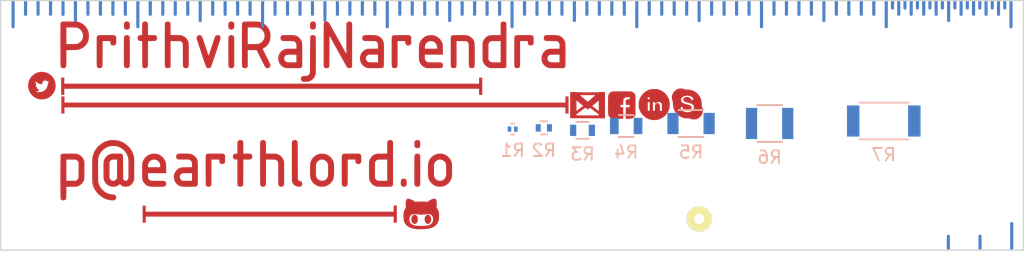
<source format=kicad_pcb>
(kicad_pcb (version 4) (host pcbnew "(2015-06-24 BZR 5814)-product")
  (layers (0 F.Cu signal) (31 B.Cu signal) (34 B.Paste user) (35 F.Paste user) (36 B.SilkS user) (37 F.SilkS user) (38 B.Mask user) (39 F.Mask user) (44 Edge.Cuts user))
  (net 0 "")
  (net 1 "Net-(R1-Pad1)")
  (net 2 "Net-(R1-Pad2)")
  (net 3 "Net-(R2-Pad1)")
  (net 4 "Net-(R2-Pad2)")
  (net 5 "Net-(R3-Pad1)")
  (net 6 "Net-(R3-Pad2)")
  (net 7 "Net-(R4-Pad1)")
  (net 8 "Net-(R4-Pad2)")
  (net 9 "Net-(R5-Pad1)")
  (net 10 "Net-(R5-Pad2)")
  (net 11 "Net-(R6-Pad1)")
  (net 12 "Net-(R6-Pad2)")
  (net 13 "Net-(R7-Pad1)")
  (net 14 "Net-(R7-Pad2)")
  (module Resistors_SMD:R_0201 (layer B.Cu) (at 170.05 95.3)
    (fp_text reference R1 (at 0 1.7) (layer B.SilkS) (effects (justify mirror)))
    (fp_text value 0201)
    (pad 1 smd rect (at -0.255 0) (size 0.28 0.43) (layers B.Cu B.Paste B.Mask) (net 1 "Net-(R1-Pad1)"))
    (pad 2 smd rect (at 0.255 0) (size 0.28 0.43) (layers B.Cu B.Paste B.Mask) (net 2 "Net-(R1-Pad2)"))
  )
  (module Resistors_SMD:R_0402 (layer B.Cu) (at 172.55 95.2)
    (fp_text reference R2 (at 0 1.8) (layer B.SilkS) (effects (justify mirror)))
    (fp_text value 0402)
    (pad 1 smd rect (at -0.45 0) (size 0.4 0.6) (layers B.Cu B.Paste B.Mask) (net 3 "Net-(R2-Pad1)"))
    (pad 2 smd rect (at 0.45 0) (size 0.4 0.6) (layers B.Cu B.Paste B.Mask) (net 4 "Net-(R2-Pad2)"))
  )
  (module Resistors_SMD:R_0603 (layer B.Cu) (at 175.65 95.4)
    (fp_text reference R3 (at 0 1.9) (layer B.SilkS) (effects (justify mirror)))
    (fp_text value 0603)
    (pad 1 smd rect (at -0.75 0) (size 0.5 0.9) (layers B.Cu B.Paste B.Mask) (net 5 "Net-(R3-Pad1)"))
    (pad 2 smd rect (at 0.75 0) (size 0.5 0.9) (layers B.Cu B.Paste B.Mask) (net 6 "Net-(R3-Pad2)"))
  )
  (module Resistors_SMD:R_0805 (layer B.Cu) (at 179.15 95.05)
    (fp_text reference R4 (at 0 2.1) (layer B.SilkS) (effects (justify mirror)))
    (fp_text value 0805)
    (pad 1 smd rect (at -0.95 0) (size 0.7 1.3) (layers B.Cu B.Paste B.Mask) (net 7 "Net-(R4-Pad1)"))
    (pad 2 smd rect (at 0.95 0) (size 0.7 1.3) (layers B.Cu B.Paste B.Mask) (net 8 "Net-(R4-Pad2)"))
  )
  (module Resistors_SMD:R_1206 (layer B.Cu) (at 184.35 94.85)
    (fp_text reference R5 (at 0 2.3) (layer B.SilkS) (effects (justify mirror)))
    (fp_text value 1206)
    (pad 1 smd rect (at -1.45 0) (size 0.9 1.7) (layers B.Cu B.Paste B.Mask) (net 9 "Net-(R5-Pad1)"))
    (pad 2 smd rect (at 1.45 0) (size 0.9 1.7) (layers B.Cu B.Paste B.Mask) (net 10 "Net-(R5-Pad2)"))
  )
  (module Resistors_SMD:R_1210 (layer B.Cu) (at 190.65 94.85)
    (fp_text reference R6 (at 0 2.7) (layer B.SilkS) (effects (justify mirror)))
    (fp_text value 1210)
    (pad 1 smd rect (at -1.45 0) (size 0.9 2.5) (layers B.Cu B.Paste B.Mask) (net 11 "Net-(R6-Pad1)"))
    (pad 2 smd rect (at 1.45 0) (size 0.9 2.5) (layers B.Cu B.Paste B.Mask) (net 12 "Net-(R6-Pad2)"))
  )
  (module Resistors_SMD:R_2010 (layer B.Cu) (at 199.8 94.65)
    (fp_text reference R7 (at 0 2.7) (layer B.SilkS) (effects (justify mirror)))
    (fp_text value 2010)
    (pad 1 smd rect (at -2.45 0) (size 1 2.5) (layers B.Cu B.Paste B.Mask) (net 13 "Net-(R7-Pad1)"))
    (pad 2 smd rect (at 2.45 0) (size 1 2.5) (layers B.Cu B.Paste B.Mask) (net 14 "Net-(R7-Pad2)"))
  )
  (module Wire_Pads:SolderWirePad_single_0-8mmDrill (layer F.Cu) (at 185 102.5)
    (fp_text reference REF** hide)
    (fp_text value SolderWirePad_single_0-8mmDrill)
    (pad 1 thru_hole circle (at 0 0) (size 1.99898 1.99898) (drill 0.8001) (layers *.Cu *.Mask F.SilkS))
  )
  (module Card:card_info_fcu (layer F.Cu) (at 158.25 95)
    (fp_text reference G*** hide)
    (fp_text value LOGO hide)
    (fp_poly (pts (xy 5.850142 7.26319) (xy 5.84852 7.359513) (xy 5.843825 7.450531) (xy 5.836065 7.530142) (xy 5.825251 7.592244) (xy 5.824675 7.5946) (xy 5.782153 7.726234) (xy 5.723427 7.842253) (xy 5.647631 7.943246) (xy 5.553901 8.029804) (xy 5.470357 8.083787) (xy 5.470357 7.588759) (xy 5.470293 7.506108) (xy 5.461492 7.422826) (xy 5.444686 7.3502) (xy 5.440061 7.33697) (xy 5.395571 7.2495) (xy 5.334706 7.174464) (xy 5.261688 7.115995) (xy 5.180735 7.078225) (xy 5.173776 7.076145) (xy 5.135565 7.067645) (xy 5.091527 7.063131) (xy 5.037813 7.062707) (xy 4.970576 7.066478) (xy 4.885968 7.074548) (xy 4.782316 7.086749) (xy 4.656256 7.10073) (xy 4.546863 7.108536) (xy 4.446181 7.110242) (xy 4.346258 7.105922) (xy 4.239141 7.09565) (xy 4.21005 7.092129) (xy 4.093839 7.078387) (xy 3.999259 7.06921) (xy 3.922964 7.064549) (xy 3.861608 7.064356) (xy 3.811842 7.068581) (xy 3.770323 7.077176) (xy 3.745492 7.085339) (xy 3.657108 7.131427) (xy 3.585493 7.196522) (xy 3.534264 7.272959) (xy 3.489856 7.38339) (xy 3.46971 7.497997) (xy 3.473767 7.61363) (xy 3.501969 7.727144) (xy 3.544499 7.818946) (xy 3.597244 7.892586) (xy 3.665355 7.954045) (xy 3.751507 8.005087) (xy 3.858375 8.047478) (xy 3.917647 8.065226) (xy 3.996257 8.081945) (xy 4.095431 8.095326) (xy 4.210529 8.105168) (xy 4.33691 8.111269) (xy 4.469933 8.113427) (xy 4.604958 8.111441) (xy 4.737343 8.105108) (xy 4.77433 8.102449) (xy 4.93199 8.083422) (xy 5.067925 8.052219) (xy 5.182994 8.008285) (xy 5.278057 7.951066) (xy 5.353972 7.880007) (xy 5.4116 7.794554) (xy 5.4518 7.694152) (xy 5.460954 7.659498) (xy 5.470357 7.588759) (xy 5.470357 8.083787) (xy 5.441372 8.102517) (xy 5.309179 8.161975) (xy 5.156457 8.208769) (xy 4.982341 8.243489) (xy 4.848586 8.260787) (xy 4.755879 8.268409) (xy 4.647348 8.273916) (xy 4.52961 8.277259) (xy 4.409283 8.278389) (xy 4.292985 8.277256) (xy 4.187332 8.273811) (xy 4.098944 8.268006) (xy 4.08305 8.266467) (xy 3.996721 8.255201) (xy 3.902428 8.23906) (xy 3.808004 8.219686) (xy 3.721285 8.198718) (xy 3.650106 8.177797) (xy 3.635804 8.17282) (xy 3.525396 8.123806) (xy 3.423877 8.058871) (xy 3.324487 7.973647) (xy 3.318821 7.968161) (xy 3.257414 7.902015) (xy 3.209188 7.833947) (xy 3.170405 7.757205) (xy 3.137324 7.665038) (xy 3.122457 7.61365) (xy 3.109782 7.550442) (xy 3.100338 7.46947) (xy 3.094187 7.376805) (xy 3.09139 7.278523) (xy 3.092006 7.180695) (xy 3.096098 7.089396) (xy 3.103726 7.010698) (xy 3.11495 6.950676) (xy 3.115787 6.947634) (xy 3.151294 6.843306) (xy 3.196836 6.74228) (xy 3.247786 6.654553) (xy 3.258763 6.638722) (xy 3.304669 6.574825) (xy 3.287459 6.497337) (xy 3.279936 6.449964) (xy 3.274082 6.387405) (xy 3.270728 6.31986) (xy 3.27025 6.2865) (xy 3.271482 6.216954) (xy 3.276227 6.162185) (xy 3.286056 6.111642) (xy 3.302541 6.054777) (xy 3.306674 6.042025) (xy 3.343099 5.9309) (xy 3.401924 5.931087) (xy 3.508794 5.943088) (xy 3.624006 5.9781) (xy 3.746307 6.035615) (xy 3.874443 6.115126) (xy 3.898347 6.131962) (xy 3.98145 6.191547) (xy 4.10845 6.16897) (xy 4.17814 6.160123) (xy 4.266873 6.154199) (xy 4.368472 6.151131) (xy 4.476755 6.150853) (xy 4.585543 6.153298) (xy 4.688656 6.1584) (xy 4.779916 6.166092) (xy 4.853141 6.176309) (xy 4.85688 6.177011) (xy 4.957611 6.196283) (xy 5.041574 6.135214) (xy 5.175172 6.04783) (xy 5.302344 5.984657) (xy 5.422916 5.945766) (xy 5.536715 5.931228) (xy 5.545176 5.93112) (xy 5.574326 5.931959) (xy 5.592432 5.93848) (xy 5.60554 5.956229) (xy 5.619697 5.990749) (xy 5.62458 6.003925) (xy 5.662947 6.144061) (xy 5.676708 6.289209) (xy 5.665744 6.437627) (xy 5.657455 6.483307) (xy 5.638011 6.577443) (xy 5.682543 6.639429) (xy 5.73498 6.72434) (xy 5.782385 6.823475) (xy 5.819555 6.925656) (xy 5.825696 6.9469) (xy 5.836467 7.003417) (xy 5.844125 7.079039) (xy 5.84868 7.167665) (xy 5.850142 7.26319) (xy 5.850142 7.26319)) (layer F.Cu) (width 0.1))
    (fp_poly (pts (xy 2.4638 7.7597) (xy 2.3876 7.7597) (xy 2.3114 7.7597) (xy 2.3114 7.51205) (xy 2.3114 7.2644) (xy -7.67715 7.2644) (xy -17.6657 7.2644) (xy -17.6657 7.51205) (xy -17.6657 7.7597) (xy -17.7419 7.7597) (xy -17.8181 7.7597) (xy -17.8181 7.11835) (xy -17.8181 6.477) (xy -17.7419 6.477) (xy -17.6657 6.477) (xy -17.6657 6.72465) (xy -17.6657 6.9723) (xy -7.67715 6.9723) (xy 2.3114 6.9723) (xy 2.3114 6.72465) (xy 2.3114 6.477) (xy 2.3876 6.477) (xy 2.4638 6.477) (xy 2.4638 7.11835) (xy 2.4638 7.7597) (xy 2.4638 7.7597)) (layer F.Cu) (width 0.1))
    (fp_poly (pts (xy -22.581762 3.258711) (xy -22.581988 3.365479) (xy -22.582535 3.493208) (xy -22.583245 3.627549) (xy -22.58695 4.29895) (xy -22.620453 4.390593) (xy -22.678433 4.513239) (xy -22.756663 4.621658) (xy -22.853199 4.71398) (xy -22.95525 4.78119) (xy -22.95525 3.57505) (xy -22.95525 2.96545) (xy -22.990824 2.893007) (xy -23.030764 2.827235) (xy -23.081519 2.775381) (xy -23.150079 2.730452) (xy -23.156971 2.726717) (xy -23.172354 2.718992) (xy -23.188457 2.712798) (xy -23.208206 2.707935) (xy -23.234529 2.704201) (xy -23.270355 2.701394) (xy -23.318611 2.699314) (xy -23.382224 2.697758) (xy -23.464122 2.696525) (xy -23.567233 2.695414) (xy -23.618825 2.694923) (xy -24.0284 2.691096) (xy -24.0284 3.5941) (xy -24.0284 4.497103) (xy -23.618825 4.493276) (xy -23.505688 4.492155) (xy -23.415023 4.490998) (xy -23.343903 4.489605) (xy -23.2894 4.487774) (xy -23.248586 4.485304) (xy -23.218536 4.481993) (xy -23.19632 4.47764) (xy -23.179012 4.472044) (xy -23.163684 4.465003) (xy -23.157021 4.461507) (xy -23.101473 4.422747) (xy -23.048283 4.369977) (xy -23.004067 4.310957) (xy -22.975441 4.253446) (xy -22.972964 4.245646) (xy -22.968668 4.225914) (xy -22.965083 4.197487) (xy -22.962153 4.158286) (xy -22.959822 4.106231) (xy -22.958037 4.039243) (xy -22.956742 3.955242) (xy -22.955883 3.85215) (xy -22.955404 3.727886) (xy -22.955251 3.580373) (xy -22.95525 3.57505) (xy -22.95525 4.78119) (xy -22.966098 4.788335) (xy -23.0886 4.841254) (xy -23.112541 4.848813) (xy -23.136613 4.854923) (xy -23.163873 4.859777) (xy -23.19738 4.863573) (xy -23.240188 4.866504) (xy -23.295356 4.868767) (xy -23.365941 4.870558) (xy -23.455 4.872071) (xy -23.565589 4.873502) (xy -23.598965 4.873893) (xy -24.02678 4.878843) (xy -24.030765 5.36418) (xy -24.031867 5.493222) (xy -24.033079 5.599355) (xy -24.03474 5.685069) (xy -24.037189 5.752853) (xy -24.040765 5.805196) (xy -24.045806 5.844589) (xy -24.052653 5.873521) (xy -24.061644 5.894482) (xy -24.073118 5.909962) (xy -24.087414 5.922449) (xy -24.104872 5.934435) (xy -24.108777 5.936993) (xy -24.148921 5.953208) (xy -24.202509 5.96213) (xy -24.258317 5.962517) (xy -24.291847 5.95726) (xy -24.34248 5.936716) (xy -24.376545 5.901823) (xy -24.392318 5.870982) (xy -24.39503 5.851848) (xy -24.397534 5.809141) (xy -24.399829 5.744686) (xy -24.401917 5.66031) (xy -24.403797 5.557839) (xy -24.40547 5.439098) (xy -24.406936 5.305914) (xy -24.408197 5.160113) (xy -24.409252 5.00352) (xy -24.410103 4.837962) (xy -24.410748 4.665264) (xy -24.41119 4.487253) (xy -24.411428 4.305755) (xy -24.411463 4.122594) (xy -24.411296 3.939599) (xy -24.410926 3.758593) (xy -24.410355 3.581404) (xy -24.409583 3.409857) (xy -24.408609 3.245778) (xy -24.407436 3.090994) (xy -24.406063 2.94733) (xy -24.404491 2.816612) (xy -24.40272 2.700666) (xy -24.40075 2.601318) (xy -24.398583 2.520394) (xy -24.396218 2.45972) (xy -24.393657 2.421122) (xy -24.391411 2.407229) (xy -24.382449 2.386197) (xy -24.373189 2.368751) (xy -24.361315 2.354538) (xy -24.344507 2.343206) (xy -24.320449 2.334401) (xy -24.286823 2.327771) (xy -24.24131 2.322961) (xy -24.181594 2.31962) (xy -24.105355 2.317393) (xy -24.010277 2.315927) (xy -23.894041 2.31487) (xy -23.779859 2.31405) (xy -23.635231 2.313206) (xy -23.513281 2.31308) (xy -23.411289 2.313944) (xy -23.326538 2.316075) (xy -23.256309 2.319746) (xy -23.197884 2.325231) (xy -23.148544 2.332807) (xy -23.10557 2.342746) (xy -23.066244 2.355325) (xy -23.027847 2.370816) (xy -22.987661 2.389496) (xy -22.975887 2.395252) (xy -22.893174 2.445656) (xy -22.811031 2.512877) (xy -22.737083 2.589735) (xy -22.678955 2.669052) (xy -22.671418 2.68187) (xy -22.64769 2.731313) (xy -22.624099 2.792698) (xy -22.60562 2.85303) (xy -22.605112 2.85502) (xy -22.599467 2.878418) (xy -22.594739 2.901721) (xy -22.590862 2.927269) (xy -22.587769 2.957402) (xy -22.585396 2.994458) (xy -22.583674 3.040777) (xy -22.582539 3.0987) (xy -22.581924 3.170564) (xy -22.581762 3.258711) (xy -22.581762 3.258711)) (layer F.Cu) (width 0.1))
    (fp_poly (pts (xy -18.58645 3.47345) (xy -18.586483 3.641967) (xy -18.586613 3.787027) (xy -18.586893 3.910572) (xy -18.587372 4.014543) (xy -18.588101 4.100883) (xy -18.589131 4.171534) (xy -18.590512 4.228439) (xy -18.592295 4.27354) (xy -18.594531 4.308778) (xy -18.59727 4.336096) (xy -18.600562 4.357437) (xy -18.604459 4.374743) (xy -18.609011 4.389955) (xy -18.610443 4.3942) (xy -18.664904 4.522552) (xy -18.733364 4.632747) (xy -18.814568 4.723372) (xy -18.907265 4.793014) (xy -19.004386 4.838299) (xy -19.10473 4.86271) (xy -19.212807 4.87155) (xy -19.320531 4.865021) (xy -19.419816 4.843328) (xy -19.464095 4.826713) (xy -19.525125 4.790743) (xy -19.584791 4.74035) (xy -19.633528 4.684146) (xy -19.648603 4.660586) (xy -19.675632 4.612493) (xy -19.715855 4.665228) (xy -19.779663 4.730874) (xy -19.862043 4.787663) (xy -19.862043 2.690372) (xy -20.094197 2.694561) (xy -20.18017 2.69647) (xy -20.244748 2.698925) (xy -20.291934 2.702323) (xy -20.325732 2.707059) (xy -20.350146 2.713529) (xy -20.368384 2.721693) (xy -20.427027 2.761532) (xy -20.483004 2.813072) (xy -20.527492 2.867743) (xy -20.539995 2.888383) (xy -20.54615 2.900352) (xy -20.551316 2.912777) (xy -20.555581 2.927867) (xy -20.55903 2.947828) (xy -20.56175 2.974868) (xy -20.563828 3.011194) (xy -20.56535 3.059013) (xy -20.566403 3.120533) (xy -20.567073 3.19796) (xy -20.567446 3.293502) (xy -20.56761 3.409366) (xy -20.56765 3.547759) (xy -20.56765 3.5941) (xy -20.56765 4.24815) (xy -20.532815 4.307408) (xy -20.47415 4.384618) (xy -20.402067 4.442526) (xy -20.320052 4.479773) (xy -20.23159 4.495002) (xy -20.140164 4.486855) (xy -20.100717 4.475796) (xy -20.032794 4.441441) (xy -19.968919 4.388904) (xy -19.916872 4.325127) (xy -19.900781 4.297384) (xy -19.86915 4.23545) (xy -19.865597 3.462911) (xy -19.862043 2.690372) (xy -19.862043 4.787663) (xy -19.862276 4.787824) (xy -19.957519 4.832001) (xy -19.980071 4.839768) (xy -20.074549 4.861272) (xy -20.18146 4.8709) (xy -20.290938 4.868605) (xy -20.393116 4.854338) (xy -20.44065 4.841996) (xy -20.563559 4.790911) (xy -20.673558 4.720033) (xy -20.768373 4.631923) (xy -20.845727 4.529143) (xy -20.903344 4.414256) (xy -20.938949 4.289824) (xy -20.940893 4.278859) (xy -20.944317 4.245037) (xy -20.947276 4.189072) (xy -20.949769 4.114218) (xy -20.951796 4.02373) (xy -20.953357 3.92086) (xy -20.95445 3.808862) (xy -20.955075 3.69099) (xy -20.955233 3.570497) (xy -20.954922 3.450637) (xy -20.954142 3.334664) (xy -20.952893 3.225831) (xy -20.951174 3.127391) (xy -20.948984 3.042598) (xy -20.946324 2.974706) (xy -20.943192 2.926969) (xy -20.941084 2.90934) (xy -20.908261 2.78719) (xy -20.853311 2.673323) (xy -20.778892 2.570467) (xy -20.687663 2.481352) (xy -20.582283 2.408704) (xy -20.465409 2.355254) (xy -20.37715 2.330505) (xy -20.33036 2.323587) (xy -20.26559 2.318096) (xy -20.187149 2.314024) (xy -20.099344 2.311363) (xy -20.006483 2.310105) (xy -19.912875 2.310242) (xy -19.822828 2.311764) (xy -19.740649 2.314665) (xy -19.670646 2.318935) (xy -19.617128 2.324567) (xy -19.584402 2.331552) (xy -19.58317 2.332024) (xy -19.565838 2.338607) (xy -19.550757 2.344681) (xy -19.537757 2.351954) (xy -19.526672 2.362134) (xy -19.517334 2.376928) (xy -19.509576 2.398043) (xy -19.50323 2.427188) (xy -19.498128 2.466071) (xy -19.494104 2.516398) (xy -19.490989 2.579879) (xy -19.488617 2.658219) (xy -19.486819 2.753128) (xy -19.485428 2.866313) (xy -19.484276 2.999481) (xy -19.483197 3.154341) (xy -19.482023 3.332599) (xy -19.4818 3.3655) (xy -19.47545 4.29895) (xy -19.445337 4.360112) (xy -19.400874 4.423618) (xy -19.340786 4.467999) (xy -19.268154 4.491116) (xy -19.254369 4.492817) (xy -19.174755 4.490656) (xy -19.107309 4.467063) (xy -19.050702 4.421204) (xy -19.003603 4.352244) (xy -18.991648 4.328055) (xy -18.95475 4.24815) (xy -18.95475 3.4798) (xy -18.954806 3.31864) (xy -18.95501 3.180721) (xy -18.95542 3.063884) (xy -18.956092 2.965969) (xy -18.957084 2.884816) (xy -18.958452 2.818266) (xy -18.960254 2.764161) (xy -18.962545 2.72034) (xy -18.965384 2.684645) (xy -18.968828 2.654917) (xy -18.972932 2.628995) (xy -18.977754 2.604721) (xy -18.977827 2.604378) (xy -19.026085 2.43865) (xy -19.09645 2.28178) (xy -19.186869 2.135906) (xy -19.295288 2.003169) (xy -19.419656 1.885709) (xy -19.557918 1.785663) (xy -19.708022 1.705174) (xy -19.867914 1.646379) (xy -19.90725 1.6358) (xy -19.998818 1.618845) (xy -20.105675 1.608645) (xy -20.219993 1.605188) (xy -20.333943 1.608461) (xy -20.439696 1.618452) (xy -20.529424 1.635147) (xy -20.5359 1.636832) (xy -20.703738 1.694028) (xy -20.859261 1.772935) (xy -21.003825 1.874344) (xy -21.114449 1.974151) (xy -21.224411 2.096183) (xy -21.312309 2.221638) (xy -21.381407 2.355808) (xy -21.428492 2.48285) (xy -21.440133 2.521398) (xy -21.450218 2.559267) (xy -21.458845 2.598487) (xy -21.466109 2.641085) (xy -21.472109 2.68909) (xy -21.476942 2.744531) (xy -21.480705 2.809436) (xy -21.483495 2.885834) (xy -21.48541 2.975753) (xy -21.486547 3.081223) (xy -21.487003 3.204271) (xy -21.486876 3.346926) (xy -21.486262 3.511218) (xy -21.485426 3.6703) (xy -21.484449 3.83774) (xy -21.483523 3.981812) (xy -21.482576 4.104548) (xy -21.48154 4.207977) (xy -21.480345 4.294133) (xy -21.47892 4.365046) (xy -21.477197 4.422747) (xy -21.475105 4.469268) (xy -21.472575 4.506641) (xy -21.469537 4.536897) (xy -21.465921 4.562066) (xy -21.461658 4.584181) (xy -21.456678 4.605273) (xy -21.452815 4.620182) (xy -21.400191 4.780914) (xy -21.330109 4.927047) (xy -21.240155 5.06265) (xy -21.127913 5.19179) (xy -21.092748 5.22678) (xy -20.957168 5.343344) (xy -20.816155 5.436341) (xy -20.670928 5.504981) (xy -20.653936 5.511304) (xy -20.546956 5.544226) (xy -20.433189 5.569215) (xy -20.322942 5.584324) (xy -20.248079 5.588) (xy -20.167687 5.594817) (xy -20.107604 5.616073) (xy -20.066458 5.652976) (xy -20.042876 5.706732) (xy -20.03549 5.775001) (xy -20.043004 5.836608) (xy -20.068584 5.886707) (xy -20.115744 5.931996) (xy -20.119234 5.93463) (xy -20.159394 5.952125) (xy -20.220981 5.961921) (xy -20.301154 5.963815) (xy -20.39707 5.957606) (xy -20.415733 5.955619) (xy -20.545412 5.934548) (xy -20.681544 5.90105) (xy -20.811893 5.858413) (xy -20.879859 5.830866) (xy -21.04243 5.746526) (xy -21.196823 5.641777) (xy -21.340526 5.519498) (xy -21.471029 5.382568) (xy -21.585823 5.233867) (xy -21.682395 5.076274) (xy -21.758237 4.912669) (xy -21.80481 4.769953) (xy -21.815695 4.727499) (xy -21.825135 4.687635) (xy -21.833231 4.648268) (xy -21.840087 4.607299) (xy -21.845806 4.562634) (xy -21.850489 4.512177) (xy -21.85424 4.453831) (xy -21.857161 4.385502) (xy -21.859354 4.305094) (xy -21.860923 4.21051) (xy -21.86197 4.099655) (xy -21.862597 3.970432) (xy -21.862908 3.820747) (xy -21.863005 3.648504) (xy -21.863007 3.5814) (xy -21.862949 3.407593) (xy -21.862762 3.25718) (xy -21.862402 3.128153) (xy -21.861823 3.018506) (xy -21.860979 2.926231) (xy -21.859826 2.849321) (xy -21.858317 2.785771) (xy -21.856408 2.733573) (xy -21.854052 2.69072) (xy -21.851205 2.655206) (xy -21.847821 2.625024) (xy -21.843855 2.598166) (xy -21.840302 2.5781) (xy -21.7954 2.388337) (xy -21.734304 2.21559) (xy -21.654948 2.055767) (xy -21.555263 1.904774) (xy -21.433183 1.758516) (xy -21.41818 1.742416) (xy -21.26787 1.600464) (xy -21.104671 1.479805) (xy -20.929896 1.381151) (xy -20.74486 1.305211) (xy -20.550875 1.252696) (xy -20.492423 1.24183) (xy -20.409483 1.232264) (xy -20.30955 1.227438) (xy -20.200546 1.227173) (xy -20.090398 1.231288) (xy -19.98703 1.239605) (xy -19.898366 1.251943) (xy -19.878883 1.255749) (xy -19.694595 1.304492) (xy -19.524748 1.370896) (xy -19.366011 1.456811) (xy -19.215058 1.564087) (xy -19.06856 1.694574) (xy -19.042341 1.720736) (xy -18.908172 1.873062) (xy -18.79722 2.03494) (xy -18.708526 2.208137) (xy -18.641127 2.394421) (xy -18.609631 2.517189) (xy -18.605013 2.539834) (xy -18.601048 2.564028) (xy -18.597685 2.591792) (xy -18.594877 2.625148) (xy -18.592574 2.666117) (xy -18.590727 2.71672) (xy -18.589287 2.778979) (xy -18.588205 2.854915) (xy -18.587432 2.946549) (xy -18.586919 3.055904) (xy -18.586618 3.185) (xy -18.586478 3.335859) (xy -18.58645 3.47345) (xy -18.58645 3.47345)) (layer F.Cu) (width 0.1))
    (fp_poly (pts (xy -16.024829 3.7846) (xy -16.405334 3.7846) (xy -16.405334 3.4036) (xy -16.410835 3.248025) (xy -16.415829 3.161602) (xy -16.425381 3.093324) (xy -16.441722 3.036039) (xy -16.467087 2.982597) (xy -16.503708 2.925848) (xy -16.517392 2.90688) (xy -16.590762 2.827205) (xy -16.678374 2.765531) (xy -16.77625 2.722551) (xy -16.880412 2.69896) (xy -16.986883 2.695454) (xy -17.091685 2.712726) (xy -17.190841 2.751472) (xy -17.239488 2.780775) (xy -17.329382 2.855689) (xy -17.398555 2.943055) (xy -17.447617 3.044155) (xy -17.477178 3.160271) (xy -17.487845 3.292685) (xy -17.4879 3.303733) (xy -17.4879 3.4036) (xy -16.946617 3.4036) (xy -16.405334 3.4036) (xy -16.405334 3.7846) (xy -16.757621 3.7846) (xy -17.490414 3.7846) (xy -17.485398 4.003675) (xy -17.482708 4.095148) (xy -17.478546 4.165806) (xy -17.471669 4.220229) (xy -17.460836 4.263001) (xy -17.444806 4.298705) (xy -17.422336 4.331922) (xy -17.392186 4.367236) (xy -17.384665 4.375453) (xy -17.36064 4.401616) (xy -17.339419 4.423429) (xy -17.318528 4.441314) (xy -17.295492 4.455691) (xy -17.267836 4.466985) (xy -17.233086 4.475617) (xy -17.188768 4.482008) (xy -17.132407 4.486582) (xy -17.06153 4.489759) (xy -16.97366 4.491963) (xy -16.866324 4.493616) (xy -16.737048 4.495138) (xy -16.679181 4.4958) (xy -16.54672 4.497371) (xy -16.437275 4.498822) (xy -16.348467 4.500287) (xy -16.277914 4.5019) (xy -16.223235 4.503796) (xy -16.182048 4.506109) (xy -16.151973 4.508973) (xy -16.130627 4.512523) (xy -16.11563 4.516893) (xy -16.104601 4.522218) (xy -16.095158 4.528631) (xy -16.094981 4.528762) (xy -16.060951 4.568434) (xy -16.039103 4.623207) (xy -16.030432 4.68538) (xy -16.035934 4.74725) (xy -16.056604 4.801115) (xy -16.05924 4.805303) (xy -16.071332 4.822137) (xy -16.085114 4.836102) (xy -16.102926 4.847459) (xy -16.127108 4.856469) (xy -16.159997 4.86339) (xy -16.203934 4.868485) (xy -16.261258 4.872012) (xy -16.334307 4.874231) (xy -16.425422 4.875405) (xy -16.536941 4.875791) (xy -16.671203 4.875651) (xy -16.691233 4.875606) (xy -16.838022 4.874971) (xy -16.961242 4.873772) (xy -17.062719 4.871953) (xy -17.144279 4.86946) (xy -17.207747 4.866237) (xy -17.25495 4.862227) (xy -17.287074 4.857505) (xy -17.408555 4.822907) (xy -17.515341 4.769803) (xy -17.534445 4.757399) (xy -17.602735 4.703299) (xy -17.670477 4.635712) (xy -17.730119 4.562922) (xy -17.772689 4.495954) (xy -17.791213 4.460148) (xy -17.806774 4.427512) (xy -17.81963 4.395511) (xy -17.830038 4.361608) (xy -17.838258 4.323269) (xy -17.844547 4.277958) (xy -17.849163 4.223139) (xy -17.852365 4.156276) (xy -17.854412 4.074834) (xy -17.85556 3.976278) (xy -17.85607 3.858072) (xy -17.856198 3.71768) (xy -17.8562 3.676013) (xy -17.856073 3.526016) (xy -17.855517 3.398871) (xy -17.854273 3.292027) (xy -17.852083 3.202938) (xy -17.848687 3.129053) (xy -17.843826 3.067825) (xy -17.837241 3.016705) (xy -17.828673 2.973145) (xy -17.817862 2.934595) (xy -17.80455 2.898508) (xy -17.788477 2.862334) (xy -17.769543 2.823842) (xy -17.690671 2.694227) (xy -17.595118 2.582159) (xy -17.485313 2.488456) (xy -17.363689 2.413934) (xy -17.232676 2.359413) (xy -17.094704 2.325709) (xy -16.952205 2.31364) (xy -16.80761 2.324024) (xy -16.663349 2.357678) (xy -16.5354 2.408736) (xy -16.478773 2.437575) (xy -16.432865 2.465328) (xy -16.390479 2.497313) (xy -16.34442 2.538849) (xy -16.299689 2.582933) (xy -16.238549 2.647323) (xy -16.192365 2.703406) (xy -16.155791 2.758137) (xy -16.13254 2.80035) (xy -16.106861 2.851646) (xy -16.086218 2.897204) (xy -16.070006 2.940719) (xy -16.057617 2.985885) (xy -16.048444 3.036397) (xy -16.041881 3.095948) (xy -16.037322 3.168233) (xy -16.034159 3.256947) (xy -16.031785 3.365784) (xy -16.03086 3.419475) (xy -16.024829 3.7846) (xy -16.024829 3.7846)) (layer F.Cu) (width 0.1))
    (fp_poly (pts (xy -13.487566 3.742158) (xy -13.487588 3.843583) (xy -13.487727 4.0284) (xy -13.48808 4.189221) (xy -13.488669 4.327451) (xy -13.489519 4.444492) (xy -13.490653 4.541749) (xy -13.492095 4.620624) (xy -13.493869 4.682522) (xy -13.495998 4.728847) (xy -13.498505 4.761001) (xy -13.501415 4.780388) (xy -13.503463 4.786675) (xy -13.524951 4.815923) (xy -13.554737 4.843638) (xy -13.554989 4.843825) (xy -13.564497 4.850359) (xy -13.575384 4.855738) (xy -13.590082 4.860085) (xy -13.611018 4.863523) (xy -13.640623 4.866176) (xy -13.681325 4.868165) (xy -13.735555 4.869613) (xy -13.805741 4.870644) (xy -13.8557 4.871059) (xy -13.8557 4.4958) (xy -13.8557 4.139556) (xy -13.8557 3.783313) (xy -14.271625 3.787131) (xy -14.385761 3.788245) (xy -14.477388 3.789394) (xy -14.549397 3.790775) (xy -14.604679 3.792579) (xy -14.646125 3.795002) (xy -14.676625 3.798236) (xy -14.699071 3.802478) (xy -14.716353 3.807919) (xy -14.731361 3.814754) (xy -14.73835 3.818448) (xy -14.795716 3.858488) (xy -14.850813 3.912267) (xy -14.89423 3.97018) (xy -14.903722 3.987226) (xy -14.916998 4.024582) (xy -14.927741 4.074276) (xy -14.932121 4.109309) (xy -14.929724 4.200863) (xy -14.905719 4.281482) (xy -14.858572 4.355276) (xy -14.82814 4.388616) (xy -14.800259 4.415816) (xy -14.774546 4.437869) (xy -14.748037 4.455323) (xy -14.717765 4.468725) (xy -14.680763 4.478622) (xy -14.634065 4.485562) (xy -14.574705 4.490092) (xy -14.499717 4.492759) (xy -14.406134 4.49411) (xy -14.29099 4.494692) (xy -14.252575 4.494797) (xy -13.8557 4.4958) (xy -13.8557 4.871059) (xy -13.894312 4.87138) (xy -14.003699 4.871944) (xy -14.120139 4.8724) (xy -14.236401 4.872556) (xy -14.347004 4.872186) (xy -14.44886 4.871339) (xy -14.538886 4.870062) (xy -14.613996 4.868403) (xy -14.671103 4.86641) (xy -14.707123 4.864131) (xy -14.714898 4.863156) (xy -14.841629 4.829093) (xy -14.959114 4.77302) (xy -15.064246 4.697238) (xy -15.153918 4.604053) (xy -15.225021 4.495765) (xy -15.233782 4.478588) (xy -15.283981 4.349463) (xy -15.310083 4.217518) (xy -15.312526 4.085485) (xy -15.291747 3.956098) (xy -15.248184 3.832092) (xy -15.182274 3.7162) (xy -15.095063 3.611766) (xy -15.019193 3.543093) (xy -14.943444 3.491874) (xy -14.858137 3.452129) (xy -14.8082 3.434469) (xy -14.786237 3.42822) (xy -14.760587 3.423105) (xy -14.728386 3.418969) (xy -14.686768 3.415655) (xy -14.632868 3.413009) (xy -14.563821 3.410875) (xy -14.476761 3.409097) (xy -14.368823 3.40752) (xy -14.295788 3.406639) (xy -13.853225 3.401571) (xy -13.857638 3.18351) (xy -13.859445 3.103469) (xy -13.861587 3.044011) (xy -13.86473 3.000324) (xy -13.869537 2.967594) (xy -13.876671 2.941006) (xy -13.886798 2.915746) (xy -13.89775 2.892752) (xy -13.926371 2.844811) (xy -13.961863 2.799131) (xy -13.984955 2.775966) (xy -14.010982 2.754569) (xy -14.035999 2.737169) (xy -14.062883 2.723353) (xy -14.094512 2.712709) (xy -14.133765 2.704826) (xy -14.183519 2.699291) (xy -14.246652 2.695693) (xy -14.326041 2.693621) (xy -14.424566 2.692661) (xy -14.545103 2.692403) (xy -14.568906 2.6924) (xy -14.694074 2.692201) (xy -14.796431 2.691357) (xy -14.878562 2.689493) (xy -14.943054 2.686236) (xy -14.992494 2.681212) (xy -15.029469 2.674047) (xy -15.056564 2.664368) (xy -15.076367 2.651801) (xy -15.091464 2.635973) (xy -15.104442 2.616509) (xy -15.105401 2.614894) (xy -15.121824 2.570211) (xy -15.128747 2.514439) (xy -15.126238 2.457363) (xy -15.114366 2.408763) (xy -15.103843 2.389154) (xy -15.088233 2.368999) (xy -15.072117 2.352666) (xy -15.052778 2.339753) (xy -15.027499 2.329859) (xy -14.993563 2.322582) (xy -14.948252 2.317523) (xy -14.888851 2.314278) (xy -14.812641 2.312448) (xy -14.716906 2.311629) (xy -14.598928 2.311422) (xy -14.577543 2.311419) (xy -14.442089 2.311796) (xy -14.328963 2.313172) (xy -14.235105 2.315896) (xy -14.15745 2.320315) (xy -14.092936 2.326776) (xy -14.038502 2.335627) (xy -13.991083 2.347216) (xy -13.947617 2.36189) (xy -13.905043 2.379998) (xy -13.883664 2.390187) (xy -13.814198 2.432586) (xy -13.740962 2.491394) (xy -13.670764 2.559973) (xy -13.61041 2.631683) (xy -13.567295 2.69875) (xy -13.552644 2.726998) (xy -13.539902 2.752872) (xy -13.528938 2.77828) (xy -13.519617 2.805133) (xy -13.511808 2.835341) (xy -13.505377 2.870813) (xy -13.500191 2.913461) (xy -13.496117 2.965194) (xy -13.493022 3.027922) (xy -13.490773 3.103556) (xy -13.489237 3.194005) (xy -13.488282 3.301179) (xy -13.487773 3.42699) (xy -13.487579 3.573346) (xy -13.487566 3.742158) (xy -13.487566 3.742158)) (layer F.Cu) (width 0.1))
    (fp_poly (pts (xy -11.304554 2.828084) (xy -11.305343 2.878718) (xy -11.307435 2.915043) (xy -11.311094 2.940755) (xy -11.316581 2.959548) (xy -11.32416 2.975119) (xy -11.328064 2.981641) (xy -11.356541 3.015917) (xy -11.393893 3.036701) (xy -11.445319 3.045822) (xy -11.50951 3.045487) (xy -11.558902 3.041301) (xy -11.591426 3.033504) (xy -11.615598 3.019311) (xy -11.63016 3.006045) (xy -11.645519 2.989268) (xy -11.655757 2.971837) (xy -11.662136 2.948132) (xy -11.665916 2.912533) (xy -11.668359 2.859418) (xy -11.669249 2.831843) (xy -11.673548 2.6924) (xy -12.034374 2.6924) (xy -12.3952 2.6924) (xy -12.395388 3.724275) (xy -12.395416 3.913687) (xy -12.395492 4.079363) (xy -12.39571 4.222965) (xy -12.396164 4.346156) (xy -12.396949 4.450598) (xy -12.39816 4.537954) (xy -12.39989 4.609888) (xy -12.402235 4.668063) (xy -12.405289 4.71414) (xy -12.409147 4.749784) (xy -12.413903 4.776656) (xy -12.419652 4.796421) (xy -12.426488 4.81074) (xy -12.434506 4.821277) (xy -12.4438 4.829694) (xy -12.454466 4.837655) (xy -12.458881 4.840894) (xy -12.497398 4.858523) (xy -12.549998 4.869141) (xy -12.606028 4.871503) (xy -12.654835 4.864366) (xy -12.65625 4.863938) (xy -12.692705 4.845812) (xy -12.726007 4.819006) (xy -12.7261 4.818908) (xy -12.75715 4.785859) (xy -12.760245 3.608954) (xy -12.760724 3.399641) (xy -12.760988 3.214438) (xy -12.761023 3.052055) (xy -12.760814 2.911204) (xy -12.760349 2.790594) (xy -12.759614 2.688938) (xy -12.758595 2.604945) (xy -12.757279 2.537327) (xy -12.755652 2.484793) (xy -12.7537 2.446056) (xy -12.751411 2.419825) (xy -12.74877 2.404811) (xy -12.747545 2.401524) (xy -12.725974 2.372269) (xy -12.696147 2.34455) (xy -12.69591 2.344374) (xy -12.686791 2.338106) (xy -12.676288 2.332886) (xy -12.662092 2.328602) (xy -12.641898 2.325137) (xy -12.613397 2.322378) (xy -12.574284 2.320211) (xy -12.52225 2.318521) (xy -12.454989 2.317194) (xy -12.370194 2.316115) (xy -12.265557 2.31517) (xy -12.138772 2.314245) (xy -12.07996 2.313845) (xy -11.958903 2.313211) (xy -11.844004 2.312954) (xy -11.738104 2.313056) (xy -11.644046 2.313499) (xy -11.564672 2.314265) (xy -11.502823 2.315335) (xy -11.461343 2.316691) (xy -11.44507 2.317919) (xy -11.385829 2.337489) (xy -11.34982 2.362033) (xy -11.30935 2.398168) (xy -11.305833 2.669109) (xy -11.304805 2.759446) (xy -11.304554 2.828084) (xy -11.304554 2.828084)) (layer F.Cu) (width 0.1))
    (fp_poly (pts (xy -9.121596 2.480711) (xy -9.122861 2.541376) (xy -9.135967 2.594535) (xy -9.140129 2.6035) (xy -9.155231 2.629589) (xy -9.172564 2.650036) (xy -9.195243 2.665519) (xy -9.226383 2.676719) (xy -9.269101 2.684318) (xy -9.326512 2.688996) (xy -9.401731 2.691434) (xy -9.497874 2.692312) (xy -9.546938 2.69238) (xy -9.841925 2.6924) (xy -9.845388 3.730625) (xy -9.845978 3.921999) (xy -9.846484 4.089598) (xy -9.847051 4.235048) (xy -9.847822 4.359973) (xy -9.848941 4.465998) (xy -9.850552 4.554746) (xy -9.852799 4.627843) (xy -9.855825 4.686914) (xy -9.859775 4.733582) (xy -9.864793 4.769473) (xy -9.871021 4.796211) (xy -9.878606 4.815421) (xy -9.887689 4.828727) (xy -9.898415 4.837754) (xy -9.910928 4.844127) (xy -9.925372 4.84947) (xy -9.94189 4.855408) (xy -9.945113 4.856673) (xy -10.015976 4.874661) (xy -10.084039 4.868927) (xy -10.129443 4.852629) (xy -10.145876 4.845425) (xy -10.160277 4.838616) (xy -10.172781 4.830575) (xy -10.183522 4.819675) (xy -10.192632 4.804288) (xy -10.200246 4.782787) (xy -10.206498 4.753545) (xy -10.211521 4.714934) (xy -10.215449 4.665326) (xy -10.218416 4.603096) (xy -10.220555 4.526614) (xy -10.222 4.434255) (xy -10.222886 4.324389) (xy -10.223345 4.195391) (xy -10.223511 4.045633) (xy -10.223519 3.873487) (xy -10.2235 3.708142) (xy -10.2235 2.6924) (xy -10.331858 2.6924) (xy -10.419609 2.687795) (xy -10.485713 2.672832) (xy -10.53241 2.645783) (xy -10.561942 2.604921) (xy -10.576548 2.548521) (xy -10.5791 2.501899) (xy -10.573125 2.434287) (xy -10.553704 2.383354) (xy -10.518598 2.347374) (xy -10.465566 2.32462) (xy -10.392366 2.313366) (xy -10.331858 2.3114) (xy -10.2235 2.3114) (xy -10.2235 1.841757) (xy -10.223382 1.708363) (xy -10.222775 1.597977) (xy -10.221303 1.508206) (xy -10.218592 1.436658) (xy -10.214264 1.380942) (xy -10.207943 1.338664) (xy -10.199255 1.307432) (xy -10.187821 1.284856) (xy -10.173268 1.268541) (xy -10.155218 1.256096) (xy -10.133296 1.245129) (xy -10.129443 1.24337) (xy -10.059668 1.222296) (xy -9.991368 1.22504) (xy -9.945113 1.239326) (xy -9.921872 1.248729) (xy -9.902712 1.258193) (xy -9.88722 1.270117) (xy -9.874982 1.286897) (xy -9.865584 1.310932) (xy -9.858614 1.344619) (xy -9.853657 1.390354) (xy -9.850301 1.450537) (xy -9.848132 1.527563) (xy -9.846736 1.623831) (xy -9.845702 1.741738) (xy -9.845117 1.819275) (xy -9.841383 2.3114) (xy -9.553017 2.312116) (xy -9.447226 2.312806) (xy -9.363663 2.314635) (xy -9.299162 2.318123) (xy -9.250559 2.323789) (xy -9.214688 2.332154) (xy -9.188385 2.343737) (xy -9.168485 2.359058) (xy -9.152363 2.377904) (xy -9.131615 2.4228) (xy -9.121596 2.480711) (xy -9.121596 2.480711)) (layer F.Cu) (width 0.1))
    (fp_poly (pts (xy -6.57219 4.174419) (xy -6.57237 4.310123) (xy -6.572917 4.42558) (xy -6.574001 4.522508) (xy -6.575792 4.602624) (xy -6.57846 4.667645) (xy -6.582176 4.71929) (xy -6.587109 4.759275) (xy -6.59343 4.789319) (xy -6.601309 4.811138) (xy -6.610916 4.826451) (xy -6.622421 4.836974) (xy -6.635995 4.844426) (xy -6.651807 4.850524) (xy -6.670027 4.856985) (xy -6.673582 4.858322) (xy -6.736447 4.872376) (xy -6.802493 4.87081) (xy -6.861507 4.854331) (xy -6.880461 4.843983) (xy -6.892977 4.835581) (xy -6.903813 4.826742) (xy -6.913091 4.815679) (xy -6.920931 4.800606) (xy -6.927454 4.779738) (xy -6.932782 4.751289) (xy -6.937036 4.713473) (xy -6.940336 4.664506) (xy -6.942803 4.6026) (xy -6.944559 4.52597) (xy -6.945724 4.432831) (xy -6.94642 4.321397) (xy -6.946768 4.189882) (xy -6.946887 4.036501) (xy -6.9469 3.86347) (xy -6.946887 3.6862) (xy -6.946957 3.532459) (xy -6.947272 3.400373) (xy -6.947995 3.288072) (xy -6.949289 3.193683) (xy -6.951318 3.115335) (xy -6.954243 3.051155) (xy -6.958228 2.999273) (xy -6.963436 2.957815) (xy -6.97003 2.92491) (xy -6.978173 2.898687) (xy -6.988027 2.877273) (xy -6.999755 2.858796) (xy -7.013521 2.841385) (xy -7.029487 2.823168) (xy -7.038301 2.813223) (xy -7.064518 2.783822) (xy -7.088133 2.759947) (xy -7.112059 2.740998) (xy -7.139207 2.72637) (xy -7.172491 2.715463) (xy -7.214823 2.707675) (xy -7.269115 2.702402) (xy -7.33828 2.699044) (xy -7.425231 2.696997) (xy -7.532881 2.69566) (xy -7.610475 2.694931) (xy -8.0264 2.691113) (xy -8.0264 3.714514) (xy -8.026402 3.905454) (xy -8.026472 4.072642) (xy -8.02671 4.217726) (xy -8.027214 4.342354) (xy -8.028083 4.448173) (xy -8.029416 4.536833) (xy -8.031312 4.60998) (xy -8.033871 4.669262) (xy -8.037189 4.716328) (xy -8.041368 4.752825) (xy -8.046504 4.780402) (xy -8.052698 4.800706) (xy -8.060048 4.815385) (xy -8.068653 4.826088) (xy -8.078611 4.834461) (xy -8.090022 4.842154) (xy -8.094206 4.844878) (xy -8.141702 4.864381) (xy -8.200676 4.87277) (xy -8.259732 4.869478) (xy -8.304898 4.855354) (xy -8.341963 4.82976) (xy -8.373066 4.798718) (xy -8.374748 4.796493) (xy -8.378479 4.791193) (xy -8.38184 4.785129) (xy -8.384849 4.777013) (xy -8.387526 4.765554) (xy -8.389891 4.749464) (xy -8.391963 4.727453) (xy -8.393761 4.698231) (xy -8.395305 4.660511) (xy -8.396613 4.613002) (xy -8.397707 4.554416) (xy -8.398604 4.483462) (xy -8.399324 4.398852) (xy -8.399887 4.299296) (xy -8.400312 4.183506) (xy -8.400618 4.050191) (xy -8.400825 3.898063) (xy -8.400953 3.725832) (xy -8.40102 3.53221) (xy -8.401046 3.315906) (xy -8.40105 3.075631) (xy -8.40105 3.047999) (xy -8.401047 2.80504) (xy -8.401024 2.586192) (xy -8.400963 2.390165) (xy -8.400843 2.21567) (xy -8.400645 2.061418) (xy -8.400351 1.92612) (xy -8.399939 1.808486) (xy -8.399392 1.707227) (xy -8.39869 1.621054) (xy -8.397813 1.548677) (xy -8.396742 1.488808) (xy -8.395458 1.440157) (xy -8.393941 1.401435) (xy -8.392171 1.371352) (xy -8.39013 1.348619) (xy -8.387798 1.331948) (xy -8.385156 1.320048) (xy -8.382184 1.31163) (xy -8.378862 1.305405) (xy -8.375172 1.300085) (xy -8.374748 1.299506) (xy -8.325785 1.252211) (xy -8.264541 1.227129) (xy -8.193692 1.223954) (xy -8.148321 1.231552) (xy -8.108688 1.243813) (xy -8.094206 1.251121) (xy -8.077668 1.26296) (xy -8.064058 1.27639) (xy -8.053092 1.293856) (xy -8.044486 1.317804) (xy -8.037955 1.350678) (xy -8.033214 1.394924) (xy -8.029978 1.452985) (xy -8.027965 1.527308) (xy -8.026887 1.620337) (xy -8.026462 1.734516) (xy -8.0264 1.833725) (xy -8.0264 2.309367) (xy -7.591425 2.314297) (xy -7.473474 2.315725) (xy -7.377899 2.317184) (xy -7.301677 2.318864) (xy -7.241785 2.320952) (xy -7.1952 2.323639) (xy -7.158899 2.327111) (xy -7.129857 2.331559) (xy -7.105053 2.337171) (xy -7.081463 2.344136) (xy -7.0739 2.346607) (xy -6.958945 2.397423) (xy -6.852312 2.469149) (xy -6.757759 2.557984) (xy -6.679048 2.660128) (xy -6.619939 2.771781) (xy -6.600387 2.825222) (xy -6.595041 2.842577) (xy -6.590419 2.85951) (xy -6.586469 2.87791) (xy -6.583137 2.89967) (xy -6.580371 2.926681) (xy -6.578118 2.960833) (xy -6.576326 3.004018) (xy -6.574942 3.058127) (xy -6.573913 3.12505) (xy -6.573187 3.20668) (xy -6.572711 3.304908) (xy -6.572431 3.421624) (xy -6.572297 3.558719) (xy -6.572254 3.718085) (xy -6.57225 3.8354) (xy -6.572207 4.01675) (xy -6.57219 4.174419) (xy -6.57219 4.174419)) (layer F.Cu) (width 0.1))
    (fp_poly (pts (xy -5.119579 4.70039) (xy -5.120761 4.718211) (xy -5.13412 4.7809) (xy -5.163178 4.827116) (xy -5.209099 4.857394) (xy -5.273045 4.87227) (xy -5.356179 4.87228) (xy -5.434058 4.862484) (xy -5.541523 4.832459) (xy -5.636586 4.781349) (xy -5.717055 4.711325) (xy -5.78074 4.62456) (xy -5.82545 4.523226) (xy -5.841903 4.458212) (xy -5.843999 4.43412) (xy -5.845922 4.385234) (xy -5.847669 4.312161) (xy -5.849234 4.215504) (xy -5.850613 4.09587) (xy -5.8518 3.953865) (xy -5.852792 3.790095) (xy -5.853581 3.605164) (xy -5.854165 3.399678) (xy -5.854538 3.174243) (xy -5.854695 2.929466) (xy -5.8547 2.874408) (xy -5.85471 2.641575) (xy -5.854702 2.432794) (xy -5.854622 2.24672) (xy -5.854414 2.082004) (xy -5.854022 1.937301) (xy -5.853393 1.811264) (xy -5.852471 1.702544) (xy -5.8512 1.609796) (xy -5.849525 1.531672) (xy -5.847392 1.466826) (xy -5.844744 1.41391) (xy -5.841528 1.371578) (xy -5.837687 1.338483) (xy -5.833167 1.313277) (xy -5.827913 1.294614) (xy -5.821869 1.281147) (xy -5.81498 1.271529) (xy -5.807191 1.264412) (xy -5.798446 1.258451) (xy -5.788692 1.252298) (xy -5.788261 1.252016) (xy -5.733427 1.228602) (xy -5.671384 1.221651) (xy -5.609158 1.23001) (xy -5.553774 1.252522) (xy -5.512261 1.288034) (xy -5.50501 1.298581) (xy -5.501268 1.305313) (xy -5.497911 1.313386) (xy -5.494912 1.324172) (xy -5.492243 1.339044) (xy -5.489877 1.359375) (xy -5.487786 1.386538) (xy -5.485943 1.421906) (xy -5.484321 1.466853) (xy -5.482893 1.52275) (xy -5.48163 1.590972) (xy -5.480506 1.672891) (xy -5.479492 1.76988) (xy -5.478563 1.883313) (xy -5.47769 2.014562) (xy -5.476846 2.165) (xy -5.476003 2.336001) (xy -5.475135 2.528937) (xy -5.474213 2.745182) (xy -5.4737 2.86807) (xy -5.46735 4.39629) (xy -5.427603 4.431801) (xy -5.394753 4.454127) (xy -5.347884 4.477653) (xy -5.300603 4.496052) (xy -5.225154 4.524956) (xy -5.172204 4.556288) (xy -5.138876 4.593602) (xy -5.122293 4.640452) (xy -5.119579 4.70039) (xy -5.119579 4.70039)) (layer F.Cu) (width 0.1))
    (fp_poly (pts (xy -2.56748 3.687023) (xy -2.567739 3.819783) (xy -2.569995 3.932717) (xy -2.574695 4.0286) (xy -2.582289 4.110207) (xy -2.593223 4.180312) (xy -2.607947 4.241692) (xy -2.626909 4.29712) (xy -2.650558 4.349373) (xy -2.67934 4.401224) (xy -2.713706 4.455449) (xy -2.719397 4.463999) (xy -2.814496 4.584358) (xy -2.924707 4.685075) (xy -2.9464 4.699183) (xy -2.9464 3.594099) (xy -2.946499 3.474773) (xy -2.946891 3.37786) (xy -2.947719 3.300376) (xy -2.949127 3.239335) (xy -2.951259 3.191751) (xy -2.954258 3.154639) (xy -2.958269 3.125012) (xy -2.963434 3.099887) (xy -2.969897 3.076276) (xy -2.971575 3.07077) (xy -3.016078 2.968061) (xy -3.080534 2.878023) (xy -3.161665 2.803059) (xy -3.256194 2.745571) (xy -3.360843 2.707961) (xy -3.472333 2.692631) (xy -3.487889 2.6924) (xy -3.597337 2.704572) (xy -3.700524 2.739401) (xy -3.794455 2.794355) (xy -3.876133 2.866901) (xy -3.942562 2.954507) (xy -3.990748 3.054639) (xy -4.013103 3.136387) (xy -4.016963 3.170635) (xy -4.020112 3.226167) (xy -4.022553 3.298878) (xy -4.024293 3.38466) (xy -4.025334 3.479409) (xy -4.025682 3.579018) (xy -4.025341 3.679381) (xy -4.024317 3.776393) (xy -4.022612 3.865947) (xy -4.020233 3.943938) (xy -4.017183 4.00626) (xy -4.013468 4.048807) (xy -4.012079 4.0579) (xy -3.979908 4.16673) (xy -3.927671 4.26295) (xy -3.858253 4.344835) (xy -3.774541 4.410658) (xy -3.679418 4.458694) (xy -3.575771 4.487215) (xy -3.466483 4.494497) (xy -3.354441 4.478811) (xy -3.323134 4.470119) (xy -3.226201 4.427555) (xy -3.137503 4.364345) (xy -3.061512 4.284964) (xy -3.002701 4.193888) (xy -2.971998 4.1188) (xy -2.965111 4.094877) (xy -2.959576 4.070396) (xy -2.955247 4.042364) (xy -2.951977 4.007786) (xy -2.949621 3.963667) (xy -2.948031 3.907013) (xy -2.947064 3.834829) (xy -2.946571 3.74412) (xy -2.946407 3.631894) (xy -2.9464 3.594099) (xy -2.9464 4.699183) (xy -3.048027 4.765276) (xy -3.182451 4.824087) (xy -3.325975 4.860631) (xy -3.476596 4.874035) (xy -3.632308 4.863424) (xy -3.633857 4.863197) (xy -3.773815 4.830151) (xy -3.905675 4.774575) (xy -4.026979 4.698705) (xy -4.135268 4.604777) (xy -4.228086 4.495026) (xy -4.302972 4.371689) (xy -4.357468 4.237001) (xy -4.369666 4.193966) (xy -4.375912 4.167642) (xy -4.381008 4.140435) (xy -4.38507 4.109531) (xy -4.388213 4.072121) (xy -4.39055 4.025392) (xy -4.392198 3.966532) (xy -4.393272 3.892731) (xy -4.393886 3.801176) (xy -4.394155 3.689055) (xy -4.3942 3.5941) (xy -4.394108 3.465445) (xy -4.393753 3.359379) (xy -4.393022 3.273089) (xy -4.391799 3.203764) (xy -4.389969 3.148592) (xy -4.387417 3.104762) (xy -4.384028 3.069461) (xy -4.379688 3.039878) (xy -4.37428 3.013203) (xy -4.369666 2.994233) (xy -4.321748 2.85688) (xy -4.252017 2.729479) (xy -4.162934 2.614505) (xy -4.056959 2.514433) (xy -3.936554 2.431738) (xy -3.804179 2.368894) (xy -3.7211 2.342033) (xy -3.650347 2.328692) (xy -3.563667 2.320932) (xy -3.469794 2.318779) (xy -3.37746 2.322262) (xy -3.295395 2.331409) (xy -3.2512 2.340535) (xy -3.20045 2.356737) (xy -3.138572 2.380525) (xy -3.076829 2.407483) (xy -3.0607 2.415194) (xy -3.006466 2.443809) (xy -2.959575 2.474171) (xy -2.913012 2.511566) (xy -2.859761 2.561278) (xy -2.837405 2.583404) (xy -2.781421 2.64139) (xy -2.739691 2.690276) (xy -2.706875 2.737132) (xy -2.677637 2.789023) (xy -2.66873 2.8067) (xy -2.64583 2.853457) (xy -2.626967 2.894325) (xy -2.611718 2.93237) (xy -2.599661 2.970658) (xy -2.590371 3.012256) (xy -2.583427 3.060229) (xy -2.578407 3.117643) (xy -2.574886 3.187566) (xy -2.572442 3.273062) (xy -2.570653 3.3772) (xy -2.569095 3.503043) (xy -2.568768 3.531662) (xy -2.56748 3.687023) (xy -2.56748 3.687023)) (layer F.Cu) (width 0.1))
    (fp_poly (pts (xy -0.381608 2.738841) (xy -0.382011 2.815445) (xy -0.384906 2.873971) (xy -0.390841 2.918061) (xy -0.400362 2.951357) (xy -0.414015 2.977499) (xy -0.432349 3.00013) (xy -0.43802 3.005959) (xy -0.463087 3.028913) (xy -0.486076 3.041537) (xy -0.516081 3.046882) (xy -0.562196 3.047999) (xy -0.563283 3.048) (xy -0.631551 3.044538) (xy -0.68191 3.032037) (xy -0.717127 3.007323) (xy -0.739968 2.967223) (xy -0.7532 2.908563) (xy -0.759589 2.82817) (xy -0.759816 2.822575) (xy -0.764881 2.6924) (xy -1.119041 2.6924) (xy -1.4732 2.6924) (xy -1.4732 3.708142) (xy -1.473178 3.900622) (xy -1.473201 4.069329) (xy -1.473403 4.21589) (xy -1.473917 4.341934) (xy -1.474877 4.449088) (xy -1.476418 4.538978) (xy -1.478672 4.613233) (xy -1.481773 4.673479) (xy -1.485856 4.721345) (xy -1.491053 4.758457) (xy -1.4975 4.786442) (xy -1.505328 4.806929) (xy -1.514673 4.821544) (xy -1.525668 4.831915) (xy -1.538446 4.839669) (xy -1.553142 4.846434) (xy -1.567258 4.852629) (xy -1.641929 4.873365) (xy -1.718518 4.868811) (xy -1.7519 4.859061) (xy -1.789891 4.838046) (xy -1.821089 4.809174) (xy -1.82175 4.808301) (xy -1.826215 4.801929) (xy -1.830145 4.794467) (xy -1.83358 4.784329) (xy -1.836558 4.769928) (xy -1.83912 4.749678) (xy -1.841305 4.721992) (xy -1.843152 4.685285) (xy -1.844701 4.637971) (xy -1.845991 4.578463) (xy -1.847062 4.505174) (xy -1.847952 4.416519) (xy -1.848702 4.310911) (xy -1.849351 4.186765) (xy -1.849938 4.042493) (xy -1.850503 3.87651) (xy -1.851086 3.687229) (xy -1.851285 3.620367) (xy -1.851891 3.41679) (xy -1.852367 3.237062) (xy -1.852636 3.079628) (xy -1.852619 2.942938) (xy -1.852236 2.825438) (xy -1.851411 2.725576) (xy -1.850062 2.641801) (xy -1.848113 2.572559) (xy -1.845485 2.516299) (xy -1.842098 2.471468) (xy -1.837874 2.436514) (xy -1.832734 2.409884) (xy -1.8266 2.390026) (xy -1.819393 2.375388) (xy -1.811034 2.364418) (xy -1.801445 2.355562) (xy -1.790546 2.34727) (xy -1.786609 2.344362) (xy -1.777688 2.33822) (xy -1.767423 2.333085) (xy -1.75356 2.328852) (xy -1.733848 2.325414) (xy -1.706034 2.322665) (xy -1.667867 2.320499) (xy -1.617092 2.318808) (xy -1.551459 2.317488) (xy -1.468715 2.316431) (xy -1.366608 2.315531) (xy -1.242884 2.314682) (xy -1.145259 2.31408) (xy -1.003295 2.3133) (xy -0.884442 2.312869) (xy -0.786413 2.312846) (xy -0.706922 2.31329) (xy -0.643681 2.31426) (xy -0.594403 2.315816) (xy -0.556802 2.318016) (xy -0.528589 2.320919) (xy -0.507479 2.324585) (xy -0.491184 2.329072) (xy -0.485505 2.331108) (xy -0.45319 2.345598) (xy -0.42877 2.363492) (xy -0.411054 2.388395) (xy -0.398848 2.42391) (xy -0.390961 2.473641) (xy -0.386201 2.541192) (xy -0.383376 2.630167) (xy -0.383151 2.640517) (xy -0.381608 2.738841) (xy -0.381608 2.738841)) (layer F.Cu) (width 0.1))
    (fp_poly (pts (xy 2.159 4.758743) (xy 2.129985 4.801896) (xy 2.117557 4.819287) (xy 2.104211 4.833693) (xy 2.087572 4.845389) (xy 2.065271 4.854648) (xy 2.034936 4.861745) (xy 1.994194 4.866954) (xy 1.940674 4.870549) (xy 1.872005 4.872806) (xy 1.7907 4.873929) (xy 1.7907 4.4958) (xy 1.7907 3.593456) (xy 1.7907 2.691113) (xy 1.374775 2.694931) (xy 1.260639 2.696045) (xy 1.169012 2.697194) (xy 1.097003 2.698575) (xy 1.041721 2.700379) (xy 1.000275 2.702802) (xy 0.969775 2.706036) (xy 0.947329 2.710278) (xy 0.930047 2.715719) (xy 0.915039 2.722554) (xy 0.90805 2.726248) (xy 0.841814 2.773239) (xy 0.782765 2.835563) (xy 0.739588 2.903945) (xy 0.737573 2.9083) (xy 0.731712 2.922151) (xy 0.72681 2.937027) (xy 0.72278 2.955206) (xy 0.719536 2.978969) (xy 0.71699 3.010594) (xy 0.715057 3.052361) (xy 0.713649 3.10655) (xy 0.71268 3.17544) (xy 0.712063 3.261312) (xy 0.711711 3.366443) (xy 0.711539 3.493115) (xy 0.711478 3.594781) (xy 0.7112 4.224112) (xy 0.744015 4.289964) (xy 0.773687 4.337521) (xy 0.812633 4.385143) (xy 0.833858 4.406014) (xy 0.860774 4.42897) (xy 0.886008 4.447533) (xy 0.912549 4.462177) (xy 0.943386 4.473376) (xy 0.981511 4.481605) (xy 1.029912 4.487337) (xy 1.091578 4.491046) (xy 1.169501 4.493206) (xy 1.266668 4.494292) (xy 1.38607 4.494777) (xy 1.393825 4.494797) (xy 1.7907 4.4958) (xy 1.7907 4.873929) (xy 1.785814 4.873997) (xy 1.679731 4.874398) (xy 1.551383 4.874282) (xy 1.50495 4.87418) (xy 1.392318 4.873795) (xy 1.286453 4.873201) (xy 1.190318 4.872431) (xy 1.106877 4.871518) (xy 1.039095 4.870498) (xy 0.989934 4.869404) (xy 0.962359 4.868269) (xy 0.95885 4.86794) (xy 0.838377 4.840134) (xy 0.722594 4.790907) (xy 0.61573 4.723239) (xy 0.522011 4.64011) (xy 0.445664 4.5445) (xy 0.408938 4.480321) (xy 0.392181 4.445272) (xy 0.377939 4.412318) (xy 0.366022 4.379137) (xy 0.356241 4.343411) (xy 0.348406 4.302819) (xy 0.342327 4.25504) (xy 0.337812 4.197755) (xy 0.334674 4.128642) (xy 0.332721 4.045382) (xy 0.331764 3.945655) (xy 0.331612 3.827139) (xy 0.332076 3.687516) (xy 0.332812 3.550651) (xy 0.336669 2.88925) (xy 0.369357 2.805181) (xy 0.432585 2.672172) (xy 0.510998 2.559486) (xy 0.604749 2.466971) (xy 0.713993 2.394474) (xy 0.8382 2.342064) (xy 0.860338 2.335851) (xy 0.886379 2.330763) (xy 0.919184 2.326647) (xy 0.96162 2.323348) (xy 1.016549 2.32071) (xy 1.086835 2.31858) (xy 1.175344 2.316802) (xy 1.284938 2.315222) (xy 1.349375 2.314448) (xy 1.7907 2.309389) (xy 1.7907 1.813824) (xy 1.7907 1.31826) (xy 1.83274 1.276219) (xy 1.883561 1.241084) (xy 1.94349 1.223634) (xy 2.006048 1.22348) (xy 2.064756 1.240232) (xy 2.113135 1.2735) (xy 2.130044 1.294103) (xy 2.159 1.337256) (xy 2.159 3.047999) (xy 2.159 4.758743) (xy 2.159 4.758743)) (layer F.Cu) (width 0.1))
    (fp_poly (pts (xy 3.2512 4.600616) (xy 3.250799 4.668056) (xy 3.249074 4.715546) (xy 3.245241 4.748528) (xy 3.238515 4.772445) (xy 3.22811 4.792741) (xy 3.222185 4.801896) (xy 3.179377 4.843854) (xy 3.121625 4.868309) (xy 3.053447 4.874083) (xy 2.988728 4.862864) (xy 2.953477 4.845091) (xy 2.91971 4.816762) (xy 2.915703 4.812235) (xy 2.902477 4.795392) (xy 2.893387 4.77852) (xy 2.887658 4.756663) (xy 2.884517 4.724865) (xy 2.883189 4.67817) (xy 2.882901 4.611622) (xy 2.8829 4.602144) (xy 2.88409 4.518036) (xy 2.88843 4.455223) (xy 2.897069 4.409682) (xy 2.911162 4.377386) (xy 2.931857 4.354311) (xy 2.958684 4.337264) (xy 3.00555 4.323052) (xy 3.064372 4.318741) (xy 3.123729 4.324289) (xy 3.168924 4.338031) (xy 3.199908 4.357161) (xy 3.222334 4.383311) (xy 3.237431 4.420402) (xy 3.246426 4.472356) (xy 3.25055 4.543095) (xy 3.2512 4.600616) (xy 3.2512 4.600616)) (layer F.Cu) (width 0.1))
    (fp_poly (pts (xy 4.343402 3.796017) (xy 4.343356 3.974091) (xy 4.343176 4.129877) (xy 4.342779 4.264932) (xy 4.342081 4.380811) (xy 4.340999 4.479071) (xy 4.339449 4.561268) (xy 4.337348 4.628958) (xy 4.334612 4.683697) (xy 4.331157 4.727042) (xy 4.3269 4.760549) (xy 4.321757 4.785773) (xy 4.315645 4.804271) (xy 4.30848 4.817599) (xy 4.300177 4.827313) (xy 4.290655 4.83497) (xy 4.279828 4.842125) (xy 4.276217 4.84447) (xy 4.236208 4.860664) (xy 4.182585 4.869858) (xy 4.126435 4.870967) (xy 4.080928 4.86357) (xy 4.03212 4.838602) (xy 3.997848 4.796861) (xy 3.976644 4.735988) (xy 3.969031 4.683477) (xy 3.967813 4.656762) (xy 3.966742 4.606704) (xy 3.965827 4.535364) (xy 3.965074 4.444797) (xy 3.964491 4.337063) (xy 3.964086 4.21422) (xy 3.963867 4.078324) (xy 3.96384 3.931436) (xy 3.964014 3.775611) (xy 3.964395 3.612909) (xy 3.96474 3.509298) (xy 3.965456 3.318666) (xy 3.966129 3.151791) (xy 3.966803 3.007033) (xy 3.967522 2.882747) (xy 3.968332 2.777293) (xy 3.969277 2.689028) (xy 3.970401 2.616309) (xy 3.971749 2.557496) (xy 3.973366 2.510944) (xy 3.975295 2.475013) (xy 3.977582 2.44806) (xy 3.980271 2.428443) (xy 3.983407 2.41452) (xy 3.987034 2.404649) (xy 3.991196 2.397187) (xy 3.995052 2.391698) (xy 4.044022 2.344405) (xy 4.105272 2.319326) (xy 4.176108 2.316154) (xy 4.221479 2.323752) (xy 4.261112 2.336013) (xy 4.275594 2.343321) (xy 4.286943 2.35069) (xy 4.296951 2.358047) (xy 4.305701 2.366947) (xy 4.313277 2.378947) (xy 4.319765 2.395603) (xy 4.325248 2.418472) (xy 4.329812 2.44911) (xy 4.333539 2.489074) (xy 4.336515 2.53992) (xy 4.338824 2.603205) (xy 4.340551 2.680485) (xy 4.341779 2.773316) (xy 4.342594 2.883254) (xy 4.343079 3.011858) (xy 4.343319 3.160682) (xy 4.343398 3.331283) (xy 4.343401 3.525217) (xy 4.3434 3.5941) (xy 4.343402 3.796017) (xy 4.343402 3.796017)) (layer F.Cu) (width 0.1))
    (fp_poly (pts (xy 6.88975 3.58775) (xy 6.889639 3.71796) (xy 6.889237 3.825514) (xy 6.888441 3.913158) (xy 6.887144 3.983634) (xy 6.885242 4.039686) (xy 6.882632 4.084059) (xy 6.879208 4.119496) (xy 6.874866 4.148742) (xy 6.869502 4.17454) (xy 6.86701 4.18465) (xy 6.819306 4.321965) (xy 6.750166 4.449729) (xy 6.662185 4.565321) (xy 6.557959 4.666122) (xy 6.514789 4.696661) (xy 6.514789 3.593593) (xy 6.514626 3.464126) (xy 6.513713 3.357126) (xy 6.511723 3.26966) (xy 6.508332 3.198798) (xy 6.503212 3.14161) (xy 6.496037 3.095163) (xy 6.486483 3.056529) (xy 6.474222 3.022776) (xy 6.458929 2.990972) (xy 6.444992 2.966155) (xy 6.411061 2.918375) (xy 6.363919 2.864762) (xy 6.311494 2.813561) (xy 6.261715 2.773018) (xy 6.254472 2.768036) (xy 6.19999 2.740261) (xy 6.13008 2.716622) (xy 6.054676 2.699808) (xy 5.983707 2.692509) (xy 5.975143 2.6924) (xy 5.861747 2.704563) (xy 5.756017 2.740009) (xy 5.660356 2.79717) (xy 5.577168 2.874481) (xy 5.508857 2.970375) (xy 5.488003 3.0099) (xy 5.44195 3.10515) (xy 5.44195 3.5941) (xy 5.441991 3.718623) (xy 5.442208 3.820459) (xy 5.442738 3.902322) (xy 5.44372 3.966924) (xy 5.445292 4.016978) (xy 5.447593 4.055197) (xy 5.45076 4.084294) (xy 5.454932 4.106983) (xy 5.460248 4.125976) (xy 5.466845 4.143986) (xy 5.470434 4.1529) (xy 5.524027 4.25313) (xy 5.595133 4.338264) (xy 5.680448 4.4067) (xy 5.776666 4.456836) (xy 5.880481 4.48707) (xy 5.988587 4.4958) (xy 6.09768 4.481423) (xy 6.129793 4.472463) (xy 6.200949 4.445828) (xy 6.261356 4.412199) (xy 6.320206 4.365847) (xy 6.357658 4.330471) (xy 6.42488 4.248493) (xy 6.47583 4.154127) (xy 6.501639 4.075243) (xy 6.50487 4.048531) (xy 6.507794 3.999652) (xy 6.510323 3.931839) (xy 6.512369 3.848325) (xy 6.513843 3.752343) (xy 6.514658 3.647125) (xy 6.514789 3.593593) (xy 6.514789 4.696661) (xy 6.440081 4.749511) (xy 6.311147 4.812869) (xy 6.213513 4.844463) (xy 6.141814 4.858048) (xy 6.055993 4.867099) (xy 5.966198 4.871107) (xy 5.882576 4.869562) (xy 5.826204 4.863872) (xy 5.734397 4.843089) (xy 5.636223 4.810452) (xy 5.544204 4.770452) (xy 5.50174 4.747523) (xy 5.437165 4.702331) (xy 5.366951 4.641559) (xy 5.297691 4.571887) (xy 5.235977 4.499997) (xy 5.1884 4.432569) (xy 5.184452 4.42595) (xy 5.153566 4.370143) (xy 5.127747 4.3157) (xy 5.106606 4.259812) (xy 5.089756 4.199666) (xy 5.076808 4.13245) (xy 5.067376 4.055355) (xy 5.061072 3.965569) (xy 5.057507 3.860279) (xy 5.056294 3.736676) (xy 5.057045 3.591948) (xy 5.058053 3.509552) (xy 5.060089 3.379934) (xy 5.062529 3.272526) (xy 5.065802 3.184136) (xy 5.070342 3.111573) (xy 5.076578 3.051647) (xy 5.084941 3.001166) (xy 5.095864 2.95694) (xy 5.109776 2.915778) (xy 5.12711 2.874489) (xy 5.148296 2.829882) (xy 5.150476 2.825454) (xy 5.226083 2.700196) (xy 5.32162 2.587826) (xy 5.433725 2.491101) (xy 5.559035 2.412776) (xy 5.694188 2.355609) (xy 5.7404 2.34185) (xy 5.811083 2.328627) (xy 5.897627 2.320937) (xy 5.991332 2.318805) (xy 6.083501 2.322255) (xy 6.165435 2.331311) (xy 6.2103 2.340535) (xy 6.26105 2.356737) (xy 6.322928 2.380525) (xy 6.384671 2.407483) (xy 6.4008 2.415194) (xy 6.454723 2.443606) (xy 6.501107 2.473576) (xy 6.54695 2.510391) (xy 6.599251 2.559339) (xy 6.623453 2.583404) (xy 6.704547 2.672201) (xy 6.766848 2.75861) (xy 6.814914 2.850232) (xy 6.853304 2.954669) (xy 6.860499 2.978722) (xy 6.867826 3.00483) (xy 6.873815 3.029484) (xy 6.878602 3.055484) (xy 6.88232 3.085634) (xy 6.885105 3.122737) (xy 6.887091 3.169594) (xy 6.888413 3.229008) (xy 6.889204 3.303783) (xy 6.889601 3.396719) (xy 6.889737 3.51062) (xy 6.88975 3.58775) (xy 6.88975 3.58775)) (layer F.Cu) (width 0.1))
    (fp_poly (pts (xy 4.341795 1.572305) (xy 4.337755 1.637365) (xy 4.327963 1.684983) (xy 4.311281 1.719019) (xy 4.286572 1.743331) (xy 4.261124 1.757968) (xy 4.206771 1.773879) (xy 4.144056 1.777586) (xy 4.083773 1.769357) (xy 4.041458 1.752546) (xy 4.010628 1.727683) (xy 3.989756 1.700098) (xy 3.988248 1.696628) (xy 3.975731 1.647103) (xy 3.967693 1.580538) (xy 3.964697 1.504989) (xy 3.967306 1.428513) (xy 3.968517 1.41417) (xy 3.974439 1.362025) (xy 3.982189 1.327364) (xy 3.994598 1.302289) (xy 4.014498 1.278905) (xy 4.018467 1.274892) (xy 4.06764 1.241475) (xy 4.126947 1.224628) (xy 4.189456 1.22407) (xy 4.248236 1.239519) (xy 4.296358 1.270694) (xy 4.310518 1.286755) (xy 4.321786 1.304911) (xy 4.329661 1.327063) (xy 4.334926 1.358277) (xy 4.338359 1.403615) (xy 4.340743 1.468143) (xy 4.341217 1.485943) (xy 4.341795 1.572305) (xy 4.341795 1.572305)) (layer F.Cu) (width 0.1))
    (fp_poly (pts (xy 24.344445 -1.634419) (xy 24.34147 -1.54227) (xy 24.334178 -1.473262) (xy 24.296131 -1.311013) (xy 24.23433 -1.155095) (xy 24.150102 -1.00782) (xy 24.044774 -0.8715) (xy 23.919671 -0.748447) (xy 23.916968 -0.746129) (xy 23.846979 -0.693853) (xy 23.814216 -0.67371) (xy 23.814216 -1.1176) (xy 23.810183 -1.407483) (xy 23.80615 -1.697366) (xy 23.76789 -1.772116) (xy 23.72334 -1.841588) (xy 23.67035 -1.888873) (xy 23.604746 -1.916823) (xy 23.540994 -1.927128) (xy 23.451883 -1.924902) (xy 23.377601 -1.902458) (xy 23.317176 -1.859464) (xy 23.305479 -1.847026) (xy 23.281271 -1.820982) (xy 23.26418 -1.805382) (xy 23.260438 -1.8034) (xy 23.256418 -1.814761) (xy 23.254008 -1.843502) (xy 23.2537 -1.86055) (xy 23.2537 -1.9177) (xy 23.1267 -1.9177) (xy 22.9997 -1.9177) (xy 22.9997 -1.51765) (xy 22.9997 -1.1176) (xy 23.125763 -1.1176) (xy 23.251827 -1.1176) (xy 23.255938 -1.374775) (xy 23.257684 -1.465138) (xy 23.25985 -1.533595) (xy 23.262741 -1.583638) (xy 23.266665 -1.61876) (xy 23.271928 -1.642456) (xy 23.278836 -1.658217) (xy 23.281111 -1.661689) (xy 23.321844 -1.704229) (xy 23.371463 -1.725412) (xy 23.414162 -1.729317) (xy 23.455308 -1.725686) (xy 23.488114 -1.713203) (xy 23.51345 -1.689481) (xy 23.532185 -1.652133) (xy 23.545187 -1.598774) (xy 23.553325 -1.527018) (xy 23.557468 -1.434478) (xy 23.5585 -1.332875) (xy 23.5585 -1.1176) (xy 23.686358 -1.1176) (xy 23.814216 -1.1176) (xy 23.814216 -0.67371) (xy 23.760057 -0.640411) (xy 23.664124 -0.589876) (xy 23.567103 -0.546321) (xy 23.476914 -0.513818) (xy 23.45055 -0.506354) (xy 23.372018 -0.490981) (xy 23.277821 -0.480347) (xy 23.176442 -0.474753) (xy 23.076366 -0.4745) (xy 22.986077 -0.479891) (xy 22.92985 -0.487826) (xy 22.847891 -0.509254) (xy 22.847891 -2.179996) (xy 22.835772 -2.228245) (xy 22.804256 -2.269321) (xy 22.754773 -2.297772) (xy 22.751851 -2.298766) (xy 22.696538 -2.306426) (xy 22.647586 -2.294346) (xy 22.607927 -2.266879) (xy 22.580496 -2.228379) (xy 22.568225 -2.183198) (xy 22.574048 -2.135691) (xy 22.6009 -2.090209) (xy 22.606976 -2.083777) (xy 22.636812 -2.058629) (xy 22.667393 -2.047234) (xy 22.7076 -2.0447) (xy 22.750185 -2.047676) (xy 22.780313 -2.059858) (xy 22.808223 -2.083777) (xy 22.839184 -2.130023) (xy 22.847891 -2.179996) (xy 22.847891 -0.509254) (xy 22.8346 -0.512729) (xy 22.8346 -1.1176) (xy 22.8346 -1.51765) (xy 22.8346 -1.9177) (xy 22.7076 -1.9177) (xy 22.5806 -1.9177) (xy 22.5806 -1.51765) (xy 22.5806 -1.1176) (xy 22.7076 -1.1176) (xy 22.8346 -1.1176) (xy 22.8346 -0.512729) (xy 22.760732 -0.53204) (xy 22.605522 -0.597032) (xy 22.461983 -0.683966) (xy 22.327882 -0.79401) (xy 22.309645 -0.811414) (xy 22.193238 -0.941229) (xy 22.098553 -1.083771) (xy 22.024983 -1.24008) (xy 21.982033 -1.371607) (xy 21.965003 -1.457761) (xy 21.954701 -1.560201) (xy 21.95113 -1.670849) (xy 21.954293 -1.781626) (xy 21.964193 -1.884456) (xy 21.980833 -1.97126) (xy 21.981793 -1.97485) (xy 22.037453 -2.13441) (xy 22.114255 -2.284399) (xy 22.209998 -2.422258) (xy 22.322481 -2.545424) (xy 22.449503 -2.651337) (xy 22.588864 -2.737434) (xy 22.6695 -2.775215) (xy 22.746859 -2.806449) (xy 22.812203 -2.829403) (xy 22.872228 -2.845319) (xy 22.933632 -2.85544) (xy 23.003114 -2.861006) (xy 23.08737 -2.863262) (xy 23.14575 -2.863542) (xy 23.229981 -2.86313) (xy 23.294503 -2.861511) (xy 23.344994 -2.858166) (xy 23.387136 -2.852577) (xy 23.426609 -2.844224) (xy 23.461916 -2.834676) (xy 23.6298 -2.773688) (xy 23.783868 -2.692167) (xy 23.922736 -2.591489) (xy 24.04502 -2.47303) (xy 24.149336 -2.338169) (xy 24.2343 -2.188282) (xy 24.298527 -2.024744) (xy 24.308042 -1.993046) (xy 24.323579 -1.920981) (xy 24.335095 -1.831823) (xy 24.342185 -1.733619) (xy 24.344445 -1.634419) (xy 24.344445 -1.634419)) (layer F.Cu) (width 0.1))
    (fp_poly (pts (xy 26.996561 -1.138194) (xy 26.979366 -1.026179) (xy 26.966871 -0.98425) (xy 26.912445 -0.864981) (xy 26.83755 -0.759142) (xy 26.744609 -0.669158) (xy 26.636045 -0.597453) (xy 26.53665 -0.553848) (xy 26.474702 -0.538556) (xy 26.398098 -0.52891) (xy 26.383938 -0.52828) (xy 26.383938 -1.441714) (xy 26.376737 -1.531991) (xy 26.353055 -1.606035) (xy 26.310688 -1.668618) (xy 26.256511 -1.717766) (xy 26.220477 -1.742996) (xy 26.181393 -1.765216) (xy 26.135327 -1.785919) (xy 26.078349 -1.806595) (xy 26.006525 -1.828739) (xy 25.915925 -1.853841) (xy 25.857309 -1.869282) (xy 25.761867 -1.895042) (xy 25.688127 -1.917357) (xy 25.63285 -1.937591) (xy 25.5928 -1.95711) (xy 25.564737 -1.977276) (xy 25.545423 -1.999453) (xy 25.544322 -2.001104) (xy 25.526524 -2.049621) (xy 25.529073 -2.102651) (xy 25.545347 -2.140661) (xy 25.58279 -2.176904) (xy 25.638062 -2.204437) (xy 25.704855 -2.222454) (xy 25.77686 -2.230148) (xy 25.847768 -2.226713) (xy 25.911268 -2.211343) (xy 25.949099 -2.192272) (xy 25.980462 -2.165692) (xy 26.014991 -2.128566) (xy 26.03116 -2.108056) (xy 26.074443 -2.050447) (xy 26.107755 -2.010964) (xy 26.13489 -1.986385) (xy 26.159642 -1.973491) (xy 26.185808 -1.96906) (xy 26.19513 -1.968904) (xy 26.24022 -1.974557) (xy 26.274207 -1.994156) (xy 26.305457 -2.031651) (xy 26.32331 -2.070584) (xy 26.323803 -2.11431) (xy 26.306571 -2.168178) (xy 26.294351 -2.19433) (xy 26.24471 -2.266143) (xy 26.174577 -2.3261) (xy 26.086516 -2.373002) (xy 25.983092 -2.405652) (xy 25.866868 -2.422851) (xy 25.80005 -2.425292) (xy 25.671319 -2.41689) (xy 25.555561 -2.392402) (xy 25.45488 -2.352776) (xy 25.371381 -2.298963) (xy 25.307167 -2.231911) (xy 25.281825 -2.191617) (xy 25.264424 -2.141798) (xy 25.25485 -2.078508) (xy 25.253267 -2.010891) (xy 25.25984 -1.948089) (xy 25.274732 -1.899243) (xy 25.276515 -1.89579) (xy 25.311714 -1.843173) (xy 25.358009 -1.796961) (xy 25.418018 -1.755749) (xy 25.494363 -1.718128) (xy 25.589661 -1.68269) (xy 25.706531 -1.648029) (xy 25.766753 -1.632336) (xy 25.865408 -1.606212) (xy 25.941901 -1.582335) (xy 25.999131 -1.55882) (xy 26.039997 -1.533783) (xy 26.067399 -1.505338) (xy 26.084237 -1.471601) (xy 26.093409 -1.430686) (xy 26.094852 -1.419042) (xy 26.08944 -1.362181) (xy 26.062387 -1.311724) (xy 26.017013 -1.269379) (xy 25.956639 -1.236852) (xy 25.884585 -1.215848) (xy 25.804172 -1.208075) (xy 25.71872 -1.215237) (xy 25.703769 -1.218096) (xy 25.637884 -1.239659) (xy 25.582933 -1.276521) (xy 25.534776 -1.332237) (xy 25.496671 -1.395972) (xy 25.470713 -1.441239) (xy 25.445032 -1.479193) (xy 25.424579 -1.502626) (xy 25.422077 -1.504578) (xy 25.376183 -1.522427) (xy 25.323917 -1.520919) (xy 25.274408 -1.500818) (xy 25.261274 -1.491122) (xy 25.230519 -1.450413) (xy 25.219864 -1.400104) (xy 25.227437 -1.343342) (xy 25.251369 -1.283274) (xy 25.289788 -1.223047) (xy 25.340826 -1.165809) (xy 25.402611 -1.114707) (xy 25.473274 -1.072889) (xy 25.521858 -1.052603) (xy 25.57723 -1.035747) (xy 25.637476 -1.021202) (xy 25.665048 -1.016047) (xy 25.733505 -1.009717) (xy 25.814474 -1.009137) (xy 25.898438 -1.013792) (xy 25.975882 -1.023169) (xy 26.035 -1.036057) (xy 26.145836 -1.078967) (xy 26.237556 -1.135307) (xy 26.308776 -1.204025) (xy 26.356643 -1.280806) (xy 26.372887 -1.326107) (xy 26.381454 -1.378073) (xy 26.383938 -1.441714) (xy 26.383938 -0.52828) (xy 26.31615 -0.52526) (xy 26.238175 -0.527952) (xy 26.173486 -0.537334) (xy 26.163383 -0.539925) (xy 26.110853 -0.556624) (xy 26.056892 -0.576651) (xy 26.036383 -0.585281) (xy 26.00874 -0.595917) (xy 25.977823 -0.603531) (xy 25.938499 -0.608733) (xy 25.885635 -0.612132) (xy 25.814096 -0.614338) (xy 25.78735 -0.614875) (xy 25.702194 -0.617267) (xy 25.636098 -0.621342) (xy 25.582738 -0.627795) (xy 25.535792 -0.63732) (xy 25.503768 -0.646066) (xy 25.347814 -0.705021) (xy 25.203642 -0.784715) (xy 25.073363 -0.883155) (xy 24.959085 -0.998349) (xy 24.862917 -1.128304) (xy 24.786967 -1.271028) (xy 24.754776 -1.353665) (xy 24.730504 -1.436176) (xy 24.713446 -1.52305) (xy 24.702637 -1.620904) (xy 24.697117 -1.736352) (xy 24.696746 -1.7526) (xy 24.694781 -1.822077) (xy 24.691466 -1.872987) (xy 24.685689 -1.912166) (xy 24.676335 -1.946447) (xy 24.662293 -1.982663) (xy 24.657449 -1.9939) (xy 24.633179 -2.069556) (xy 24.617879 -2.159522) (xy 24.612337 -2.254064) (xy 24.617342 -2.343448) (xy 24.625432 -2.389278) (xy 24.665612 -2.505984) (xy 24.727391 -2.613913) (xy 24.807594 -2.709889) (xy 24.903047 -2.790739) (xy 25.010574 -2.853287) (xy 25.127 -2.894358) (xy 25.131622 -2.895468) (xy 25.213339 -2.906951) (xy 25.305978 -2.907476) (xy 25.399783 -2.89783) (xy 25.484996 -2.878797) (xy 25.527 -2.863611) (xy 25.564051 -2.84847) (xy 25.597351 -2.8381) (xy 25.633452 -2.831466) (xy 25.67891 -2.827534) (xy 25.740279 -2.825269) (xy 25.77465 -2.824521) (xy 25.946675 -2.812878) (xy 26.101742 -2.784266) (xy 26.242721 -2.737592) (xy 26.372484 -2.671761) (xy 26.493901 -2.585679) (xy 26.564269 -2.523541) (xy 26.678603 -2.398222) (xy 26.770573 -2.261109) (xy 26.839782 -2.113159) (xy 26.885832 -1.95533) (xy 26.908325 -1.788582) (xy 26.910438 -1.6891) (xy 26.909854 -1.622069) (xy 26.911529 -1.573916) (xy 26.916231 -1.538165) (xy 26.924729 -1.508337) (xy 26.934722 -1.484506) (xy 26.973799 -1.374205) (xy 26.994559 -1.256485) (xy 26.996561 -1.138194) (xy 26.996561 -1.138194)) (layer F.Cu) (width 0.1))
    (fp_poly (pts (xy 21.601082 -1.943417) (xy 21.600795 -1.814991) (xy 21.600211 -1.663952) (xy 21.599913 -1.598929) (xy 21.59635 -0.84455) (xy 21.567697 -0.790929) (xy 21.512774 -0.708725) (xy 21.445443 -0.646659) (xy 21.389106 -0.613285) (xy 21.360194 -0.599771) (xy 21.333834 -0.590072) (xy 21.304853 -0.583431) (xy 21.268075 -0.579094) (xy 21.218325 -0.576304) (xy 21.150428 -0.574308) (xy 21.116925 -0.57356) (xy 20.9169 -0.569269) (xy 20.9169 -0.983135) (xy 20.9169 -1.397) (xy 21.0693 -1.397) (xy 21.2217 -1.397) (xy 21.22179 -1.457325) (xy 21.22312 -1.503359) (xy 21.226469 -1.56038) (xy 21.229976 -1.603375) (xy 21.238072 -1.6891) (xy 21.077486 -1.6891) (xy 20.9169 -1.6891) (xy 20.9169 -1.833744) (xy 20.917687 -1.909386) (xy 20.922174 -1.963443) (xy 20.933546 -1.999721) (xy 20.954991 -2.02203) (xy 20.989695 -2.034178) (xy 21.040844 -2.039973) (xy 21.091502 -2.042425) (xy 21.218376 -2.047521) (xy 21.226388 -2.124174) (xy 21.230927 -2.177611) (xy 21.23383 -2.231027) (xy 21.2344 -2.257331) (xy 21.2344 -2.313836) (xy 21.059775 -2.309148) (xy 20.968637 -2.305008) (xy 20.897653 -2.297044) (xy 20.841676 -2.283644) (xy 20.795556 -2.263198) (xy 20.754146 -2.234097) (xy 20.720473 -2.203027) (xy 20.683815 -2.162171) (xy 20.656826 -2.12026) (xy 20.637923 -2.072223) (xy 20.625524 -2.012987) (xy 20.618046 -1.937482) (xy 20.614602 -1.863725) (xy 20.608844 -1.6891) (xy 20.502522 -1.6891) (xy 20.3962 -1.6891) (xy 20.3962 -1.5494) (xy 20.3962 -1.4097) (xy 20.50415 -1.4097) (xy 20.6121 -1.4097) (xy 20.6121 -0.9906) (xy 20.6121 -0.5715) (xy 20.227925 -0.572776) (xy 20.129211 -0.573466) (xy 20.036676 -0.574798) (xy 19.953946 -0.576665) (xy 19.884646 -0.578964) (xy 19.832402 -0.581589) (xy 19.800839 -0.584434) (xy 19.795927 -0.585319) (xy 19.709808 -0.617941) (xy 19.631812 -0.671073) (xy 19.568104 -0.739902) (xy 19.540218 -0.784947) (xy 19.530507 -0.806739) (xy 19.522243 -0.832993) (xy 19.515313 -0.865778) (xy 19.509608 -0.907162) (xy 19.505016 -0.959211) (xy 19.501425 -1.023995) (xy 19.498725 -1.103581) (xy 19.496804 -1.200037) (xy 19.49555 -1.315431) (xy 19.494853 -1.45183) (xy 19.494601 -1.611303) (xy 19.494595 -1.632793) (xy 19.494714 -1.791657) (xy 19.495206 -1.927293) (xy 19.496203 -2.041873) (xy 19.497835 -2.137568) (xy 19.500234 -2.21655) (xy 19.50353 -2.280988) (xy 19.507854 -2.333056) (xy 19.513337 -2.374924) (xy 19.520108 -2.408763) (xy 19.5283 -2.436745) (xy 19.538043 -2.46104) (xy 19.545379 -2.476098) (xy 19.586853 -2.535424) (xy 19.645199 -2.591093) (xy 19.712182 -2.635589) (xy 19.72945 -2.644149) (xy 19.79295 -2.67335) (xy 20.5105 -2.677374) (xy 20.6849 -2.678155) (xy 20.835085 -2.678388) (xy 20.962236 -2.678059) (xy 21.067532 -2.67715) (xy 21.152152 -2.675647) (xy 21.217277 -2.673532) (xy 21.264086 -2.67079) (xy 21.293759 -2.667405) (xy 21.2979 -2.666615) (xy 21.389398 -2.6349) (xy 21.468913 -2.582583) (xy 21.532981 -2.512738) (xy 21.578138 -2.428442) (xy 21.583692 -2.412872) (xy 21.58788 -2.397631) (xy 21.59141 -2.377845) (xy 21.594323 -2.351504) (xy 21.596659 -2.316603) (xy 21.598458 -2.271133) (xy 21.599759 -2.213087) (xy 21.600604 -2.140457) (xy 21.601031 -2.051236) (xy 21.601082 -1.943417) (xy 21.601082 -1.943417)) (layer F.Cu) (width 0.1))
    (fp_poly (pts (xy 19.1516 -0.6096) (xy 18.957925 -0.612707) (xy 18.916166 -0.613208) (xy 18.851216 -0.613758) (xy 18.765279 -0.614346) (xy 18.7579 -0.61439) (xy 18.7579 -0.7493) (xy 18.7579 -0.822498) (xy 18.7579 -0.895695) (xy 18.756371 -0.896844) (xy 18.756371 -1.53522) (xy 18.756278 -1.656728) (xy 18.755662 -1.770832) (xy 18.754982 -1.835648) (xy 18.75155 -2.096496) (xy 18.570133 -1.946125) (xy 18.570133 -2.47015) (xy 18.194116 -2.473514) (xy 18.071905 -2.47433) (xy 17.933361 -2.47479) (xy 17.78755 -2.474895) (xy 17.643537 -2.474644) (xy 17.510387 -2.474037) (xy 17.440788 -2.473514) (xy 17.063476 -2.47015) (xy 17.437613 -2.149497) (xy 17.520734 -2.078529) (xy 17.597898 -2.01317) (xy 17.666976 -1.955184) (xy 17.725836 -1.906336) (xy 17.77235 -1.868391) (xy 17.804388 -1.843112) (xy 17.81982 -1.832265) (xy 17.820795 -1.831997) (xy 17.832141 -1.840702) (xy 17.860593 -1.864161) (xy 17.904004 -1.900556) (xy 17.960228 -1.948074) (xy 18.027119 -2.004899) (xy 18.102528 -2.069215) (xy 18.184311 -2.139208) (xy 18.199987 -2.15265) (xy 18.570133 -2.47015) (xy 18.570133 -1.946125) (xy 18.4277 -1.828065) (xy 18.350206 -1.763521) (xy 18.27936 -1.703915) (xy 18.21745 -1.651218) (xy 18.166762 -1.607402) (xy 18.129583 -1.574437) (xy 18.1082 -1.554295) (xy 18.10385 -1.548941) (xy 18.113642 -1.538992) (xy 18.141405 -1.515795) (xy 18.184716 -1.481249) (xy 18.241152 -1.437248) (xy 18.308293 -1.385691) (xy 18.383715 -1.328472) (xy 18.4277 -1.295388) (xy 18.75155 -1.052527) (xy 18.754982 -1.313664) (xy 18.755939 -1.417226) (xy 18.756371 -1.53522) (xy 18.756371 -0.896844) (xy 18.394466 -1.168573) (xy 18.309689 -1.232055) (xy 18.23063 -1.290928) (xy 18.159753 -1.343381) (xy 18.099522 -1.387605) (xy 18.052401 -1.421791) (xy 18.020854 -1.444127) (xy 18.007772 -1.452623) (xy 17.991054 -1.454784) (xy 17.968126 -1.445167) (xy 17.934517 -1.421389) (xy 17.906546 -1.398648) (xy 17.868905 -1.368165) (xy 17.838483 -1.345313) (xy 17.82061 -1.334045) (xy 17.81868 -1.3335) (xy 17.804931 -1.340937) (xy 17.776631 -1.360808) (xy 17.738881 -1.389454) (xy 17.721365 -1.40328) (xy 17.681195 -1.434534) (xy 17.648369 -1.45857) (xy 17.62797 -1.471728) (xy 17.624321 -1.47313) (xy 17.612313 -1.465779) (xy 17.582338 -1.444818) (xy 17.536708 -1.411937) (xy 17.527137 -1.404941) (xy 17.527137 -1.559945) (xy 17.383693 -1.678809) (xy 17.294106 -1.752897) (xy 17.207737 -1.824041) (xy 17.126843 -1.890407) (xy 17.05368 -1.950158) (xy 16.990502 -2.001459) (xy 16.939565 -2.042473) (xy 16.903124 -2.071366) (xy 16.883435 -2.0863) (xy 16.881475 -2.087591) (xy 16.877397 -2.08524) (xy 16.874037 -2.071644) (xy 16.871336 -2.04491) (xy 16.869234 -2.003145) (xy 16.867672 -1.944456) (xy 16.866591 -1.866951) (xy 16.86593 -1.768736) (xy 16.865632 -1.64792) (xy 16.8656 -1.581707) (xy 16.8656 -1.066414) (xy 17.014825 -1.176784) (xy 17.079046 -1.224421) (xy 17.155638 -1.281445) (xy 17.236687 -1.341955) (xy 17.314283 -1.400049) (xy 17.345593 -1.42355) (xy 17.527137 -1.559945) (xy 17.527137 -1.404941) (xy 17.477732 -1.368825) (xy 17.407722 -1.317171) (xy 17.328986 -1.258664) (xy 17.243836 -1.194994) (xy 17.240146 -1.192227) (xy 16.8656 -0.911254) (xy 16.8656 -0.830277) (xy 16.8656 -0.7493) (xy 17.81175 -0.7493) (xy 18.7579 -0.7493) (xy 18.7579 -0.61439) (xy 18.660565 -0.614963) (xy 18.53928 -0.615598) (xy 18.40363 -0.616241) (xy 18.255825 -0.61688) (xy 18.09807 -0.617505) (xy 17.932573 -0.618107) (xy 17.761541 -0.618673) (xy 17.611725 -0.619125) (xy 16.4592 -0.622435) (xy 16.4592 -1.625668) (xy 16.4592 -2.6289) (xy 16.67435 -2.6289) (xy 16.755082 -2.628164) (xy 16.820431 -2.626066) (xy 16.867498 -2.62277) (xy 16.893384 -2.618442) (xy 16.89735 -2.6162) (xy 16.911761 -2.613481) (xy 16.951185 -2.611077) (xy 17.015234 -2.608993) (xy 17.103522 -2.607236) (xy 17.215663 -2.60581) (xy 17.351271 -2.60472) (xy 17.509959 -2.603972) (xy 17.691341 -2.603572) (xy 17.8181 -2.6035) (xy 18.013689 -2.603678) (xy 18.18683 -2.604205) (xy 18.337136 -2.605079) (xy 18.464221 -2.606292) (xy 18.567697 -2.607839) (xy 18.64718 -2.609717) (xy 18.702283 -2.611918) (xy 18.732619 -2.614438) (xy 18.73885 -2.6162) (xy 18.754272 -2.621029) (xy 18.791943 -2.624866) (xy 18.848728 -2.627523) (xy 18.921487 -2.628809) (xy 18.949149 -2.6289) (xy 19.1516 -2.6289) (xy 19.1516 -1.61925) (xy 19.1516 -0.6096) (xy 19.1516 -0.6096)) (layer F.Cu) (width 0.1))
    (fp_poly (pts (xy 16.2306 -0.9906) (xy 16.1544 -0.9906) (xy 16.0782 -0.9906) (xy 16.0782 -1.23825) (xy 16.0782 -1.4859) (xy -4.0513 -1.4859) (xy -24.1808 -1.4859) (xy -24.1808 -1.23825) (xy -24.1808 -0.9906) (xy -24.257 -0.9906) (xy -24.3332 -0.9906) (xy -24.3332 -1.63195) (xy -24.3332 -2.2733) (xy -24.257 -2.2733) (xy -24.1808 -2.2733) (xy -24.1808 -2.02565) (xy -24.1808 -1.778) (xy -4.0513 -1.778) (xy 16.0782 -1.778) (xy 16.0782 -2.02565) (xy 16.0782 -2.2733) (xy 16.1544 -2.2733) (xy 16.2306 -2.2733) (xy 16.2306 -1.63195) (xy 16.2306 -0.9906) (xy 16.2306 -0.9906)) (layer F.Cu) (width 0.1))
    (fp_poly (pts (xy -24.887502 -3.140829) (xy -24.905293 -2.981717) (xy -24.945823 -2.830271) (xy -25.007919 -2.688324) (xy -25.09041 -2.557707) (xy -25.192122 -2.440251) (xy -25.289787 -2.356695) (xy -25.289787 -3.522913) (xy -25.306494 -3.526572) (xy -25.329837 -3.523471) (xy -25.373974 -3.515191) (xy -25.345889 -3.566464) (xy -25.330556 -3.598225) (xy -25.323869 -3.619979) (xy -25.324593 -3.624526) (xy -25.338879 -3.623567) (xy -25.369777 -3.614513) (xy -25.410263 -3.599454) (xy -25.489143 -3.567593) (xy -25.530297 -3.598423) (xy -25.574808 -3.626733) (xy -25.619407 -3.641767) (xy -25.674996 -3.646779) (xy -25.69243 -3.646844) (xy -25.770114 -3.634446) (xy -25.838017 -3.600312) (xy -25.893314 -3.547133) (xy -25.933183 -3.477603) (xy -25.954448 -3.397046) (xy -25.96232 -3.33961) (xy -26.008185 -3.347261) (xy -26.130058 -3.378272) (xy -26.242458 -3.429954) (xy -26.349401 -3.504314) (xy -26.386919 -3.536643) (xy -26.465605 -3.60785) (xy -26.485253 -3.569856) (xy -26.502149 -3.513955) (xy -26.50412 -3.447505) (xy -26.491641 -3.380155) (xy -26.473739 -3.336077) (xy -26.442578 -3.277471) (xy -26.480089 -3.284973) (xy -26.506472 -3.287758) (xy -26.516362 -3.278034) (xy -26.5176 -3.261632) (xy -26.510144 -3.22515) (xy -26.490943 -3.178417) (xy -26.464746 -3.130495) (xy -26.436306 -3.090447) (xy -26.418552 -3.072681) (xy -26.397628 -3.053067) (xy -26.396709 -3.040608) (xy -26.402641 -3.035708) (xy -26.412362 -3.017039) (xy -26.405033 -2.988098) (xy -26.384219 -2.953456) (xy -26.353484 -2.917681) (xy -26.316392 -2.885344) (xy -26.276507 -2.861013) (xy -26.26162 -2.854907) (xy -26.236099 -2.843101) (xy -26.2255 -2.832422) (xy -26.237111 -2.818533) (xy -26.268108 -2.80283) (xy -26.312741 -2.787136) (xy -26.365258 -2.773275) (xy -26.419909 -2.763071) (xy -26.456888 -2.759044) (xy -26.511722 -2.753727) (xy -26.542109 -2.746079) (xy -26.548985 -2.7347) (xy -26.533285 -2.71819) (xy -26.498603 -2.696642) (xy -26.386829 -2.647826) (xy -26.26385 -2.620059) (xy -26.133258 -2.613746) (xy -25.998646 -2.629291) (xy -25.96515 -2.636554) (xy -25.845354 -2.677675) (xy -25.735086 -2.740581) (xy -25.636897 -2.822632) (xy -25.553337 -2.92119) (xy -25.486956 -3.033618) (xy -25.440304 -3.157276) (xy -25.432474 -3.1877) (xy -25.422061 -3.239953) (xy -25.414945 -3.290805) (xy -25.412888 -3.321803) (xy -25.410318 -3.352196) (xy -25.400155 -3.378351) (xy -25.378335 -3.407758) (xy -25.3492 -3.439236) (xy -25.310704 -3.481142) (xy -25.291045 -3.508402) (xy -25.289787 -3.522913) (xy -25.289787 -2.356695) (xy -25.311885 -2.337789) (xy -25.448527 -2.252152) (xy -25.600874 -2.185171) (xy -25.613515 -2.180739) (xy -25.660673 -2.165289) (xy -25.701608 -2.154468) (xy -25.743096 -2.147313) (xy -25.791914 -2.142858) (xy -25.854835 -2.14014) (xy -25.908 -2.138815) (xy -25.979156 -2.138196) (xy -26.046101 -2.139237) (xy -26.102369 -2.141726) (xy -26.141491 -2.145453) (xy -26.148346 -2.146658) (xy -26.298947 -2.190197) (xy -26.443028 -2.255231) (xy -26.575422 -2.339031) (xy -26.679046 -2.426999) (xy -26.786513 -2.549258) (xy -26.872642 -2.683762) (xy -26.936867 -2.828137) (xy -26.978622 -2.98001) (xy -26.997343 -3.137009) (xy -26.992462 -3.296761) (xy -26.963417 -3.456894) (xy -26.94186 -3.529803) (xy -26.892756 -3.652408) (xy -26.829873 -3.762555) (xy -26.748959 -3.866989) (xy -26.68905 -3.93065) (xy -26.564119 -4.039817) (xy -26.431335 -4.124965) (xy -26.289866 -4.186411) (xy -26.138883 -4.224472) (xy -25.977553 -4.239465) (xy -25.8826 -4.237914) (xy -25.721501 -4.217363) (xy -25.56936 -4.174163) (xy -25.427949 -4.109984) (xy -25.29904 -4.026495) (xy -25.184404 -3.925366) (xy -25.085812 -3.808266) (xy -25.005035 -3.676865) (xy -24.943846 -3.532832) (xy -24.904015 -3.377837) (xy -24.893621 -3.305777) (xy -24.887502 -3.140829) (xy -24.887502 -3.140829)) (layer F.Cu) (width 0.1))
    (fp_poly (pts (xy 9.3091 -2.4892) (xy 9.2329 -2.4892) (xy 9.1567 -2.4892) (xy 9.1567 -2.73685) (xy 9.1567 -2.9845) (xy -7.5184 -2.9845) (xy -24.1935 -2.9845) (xy -24.1935 -2.73685) (xy -24.1935 -2.4892) (xy -24.2697 -2.4892) (xy -24.3459 -2.4892) (xy -24.3459 -3.1369) (xy -24.3459 -3.7846) (xy -24.2697 -3.7846) (xy -24.1935 -3.7846) (xy -24.1935 -3.53695) (xy -24.1935 -3.2893) (xy -7.5184 -3.2893) (xy 9.1567 -3.2893) (xy 9.1567 -3.53695) (xy 9.1567 -3.7846) (xy 9.2329 -3.7846) (xy 9.3091 -3.7846) (xy 9.3091 -3.1369) (xy 9.3091 -2.4892) (xy 9.3091 -2.4892)) (layer F.Cu) (width 0.1))
    (fp_poly (pts (xy -4.026275 -5.61975) (xy -4.026316 -5.391674) (xy -4.026448 -5.187625) (xy -4.026688 -5.00623) (xy -4.027052 -4.846117) (xy -4.027558 -4.705912) (xy -4.028221 -4.584243) (xy -4.029059 -4.479737) (xy -4.030088 -4.391021) (xy -4.031324 -4.316723) (xy -4.032785 -4.255469) (xy -4.034486 -4.205887) (xy -4.036444 -4.166604) (xy -4.038676 -4.136247) (xy -4.041198 -4.113443) (xy -4.044027 -4.09682) (xy -4.044688 -4.093874) (xy -4.086914 -3.968503) (xy -4.150642 -3.854385) (xy -4.233537 -3.753996) (xy -4.333265 -3.669815) (xy -4.447492 -3.60432) (xy -4.538413 -3.569815) (xy -4.577403 -3.559203) (xy -4.616887 -3.551772) (xy -4.662562 -3.547003) (xy -4.720124 -3.544374) (xy -4.795269 -3.543367) (xy -4.828608 -3.5433) (xy -5.03174 -3.5433) (xy -5.073781 -3.585341) (xy -5.107869 -3.63507) (xy -5.125238 -3.694655) (xy -5.126132 -3.757284) (xy -5.110795 -3.816146) (xy -5.079473 -3.864427) (xy -5.063247 -3.878719) (xy -5.045637 -3.889593) (xy -5.023651 -3.897525) (xy -4.99258 -3.903259) (xy -4.947715 -3.907535) (xy -4.884346 -3.911094) (xy -4.847347 -3.912709) (xy -4.751801 -3.918228) (xy -4.680581 -3.925915) (xy -4.632697 -3.935891) (xy -4.620392 -3.940316) (xy -4.560846 -3.976018) (xy -4.502767 -4.02822) (xy -4.454166 -4.088876) (xy -4.430564 -4.130967) (xy -4.40055 -4.19735) (xy -4.3942 -5.64515) (xy -4.393103 -5.880911) (xy -4.391978 -6.09234) (xy -4.39081 -6.280506) (xy -4.389583 -6.446477) (xy -4.388281 -6.591322) (xy -4.386888 -6.716108) (xy -4.385389 -6.821905) (xy -4.383768 -6.90978) (xy -4.382009 -6.980802) (xy -4.380096 -7.03604) (xy -4.378014 -7.076562) (xy -4.375746 -7.103435) (xy -4.373277 -7.11773) (xy -4.372415 -7.11987) (xy -4.338025 -7.15627) (xy -4.288988 -7.178444) (xy -4.231423 -7.186798) (xy -4.171446 -7.181733) (xy -4.115177 -7.163654) (xy -4.068732 -7.132964) (xy -4.041963 -7.098076) (xy -4.039431 -7.087783) (xy -4.037164 -7.06653) (xy -4.035151 -7.03318) (xy -4.033379 -6.986596) (xy -4.031837 -6.925639) (xy -4.030512 -6.849171) (xy -4.029391 -6.756055) (xy -4.028464 -6.645153) (xy -4.027718 -6.515327) (xy -4.027141 -6.365439) (xy -4.026721 -6.194351) (xy -4.026446 -6.000926) (xy -4.026303 -5.784026) (xy -4.026275 -5.61975) (xy -4.026275 -5.61975)) (layer F.Cu) (width 0.1))
    (fp_poly (pts (xy -22.220165 -7.1755) (xy -22.227797 -7.012542) (xy -22.250881 -6.867065) (xy -22.290789 -6.73541) (xy -22.348894 -6.613916) (xy -22.426567 -6.498925) (xy -22.510022 -6.402487) (xy -22.596984 -6.323711) (xy -22.596984 -7.237965) (xy -22.616152 -7.362279) (xy -22.655382 -7.479209) (xy -22.703111 -7.567406) (xy -22.78556 -7.671621) (xy -22.884679 -7.760717) (xy -22.99581 -7.830929) (xy -23.06955 -7.863643) (xy -23.091023 -7.871269) (xy -23.112366 -7.877441) (xy -23.136524 -7.882348) (xy -23.166444 -7.886175) (xy -23.205069 -7.88911) (xy -23.255347 -7.89134) (xy -23.320222 -7.893052) (xy -23.402639 -7.894433) (xy -23.505545 -7.89567) (xy -23.587075 -7.896508) (xy -24.0284 -7.9009) (xy -24.0284 -7.181851) (xy -24.0284 -6.462801) (xy -23.587075 -6.466929) (xy -23.469545 -6.468063) (xy -23.374446 -6.469178) (xy -23.298811 -6.470479) (xy -23.239672 -6.472176) (xy -23.194061 -6.474475) (xy -23.15901 -6.477586) (xy -23.131553 -6.481714) (xy -23.108721 -6.487069) (xy -23.087546 -6.493857) (xy -23.065062 -6.502287) (xy -23.061342 -6.503725) (xy -22.947972 -6.560014) (xy -22.844124 -6.635843) (xy -22.754334 -6.72706) (xy -22.683135 -6.829511) (xy -22.662634 -6.868963) (xy -22.619945 -6.986485) (xy -22.598155 -7.111093) (xy -22.596984 -7.237965) (xy -22.596984 -6.323711) (xy -22.623316 -6.299857) (xy -22.74937 -6.217494) (xy -22.890591 -6.154016) (xy -23.003182 -6.119185) (xy -23.032801 -6.111971) (xy -23.06249 -6.106079) (xy -23.095301 -6.101335) (xy -23.134285 -6.097561) (xy -23.182493 -6.094581) (xy -23.242977 -6.09222) (xy -23.318788 -6.090302) (xy -23.412978 -6.088651) (xy -23.528599 -6.08709) (xy -23.568025 -6.086612) (xy -24.0284 -6.081124) (xy -24.028954 -5.450387) (xy -24.029281 -5.324162) (xy -24.030009 -5.204074) (xy -24.03109 -5.092834) (xy -24.032481 -4.993152) (xy -24.034136 -4.907739) (xy -24.036009 -4.839307) (xy -24.038054 -4.790566) (xy -24.040227 -4.764227) (xy -24.040463 -4.762861) (xy -24.062231 -4.704691) (xy -24.09091 -4.670786) (xy -24.115695 -4.651386) (xy -24.140903 -4.640723) (xy -24.175424 -4.636291) (xy -24.215926 -4.635548) (xy -24.277351 -4.638927) (xy -24.321491 -4.649932) (xy -24.341066 -4.659752) (xy -24.372596 -4.68811) (xy -24.39448 -4.723551) (xy -24.395041 -4.7251) (xy -24.397282 -4.739572) (xy -24.399309 -4.770023) (xy -24.40113 -4.81722) (xy -24.40275 -4.881931) (xy -24.404177 -4.964921) (xy -24.405417 -5.066958) (xy -24.406475 -5.188808) (xy -24.407358 -5.331239) (xy -24.408073 -5.495016) (xy -24.408626 -5.680908) (xy -24.409023 -5.88968) (xy -24.409271 -6.1221) (xy -24.409376 -6.378934) (xy -24.409381 -6.456671) (xy -24.409363 -6.698783) (xy -24.409305 -6.916793) (xy -24.40919 -7.112) (xy -24.409001 -7.285703) (xy -24.408722 -7.4392) (xy -24.408336 -7.57379) (xy -24.407826 -7.69077) (xy -24.407176 -7.791441) (xy -24.406369 -7.877099) (xy -24.405388 -7.949044) (xy -24.404218 -8.008574) (xy -24.40284 -8.056987) (xy -24.40124 -8.095583) (xy -24.399399 -8.125659) (xy -24.397301 -8.148514) (xy -24.39493 -8.165447) (xy -24.392269 -8.177756) (xy -24.389302 -8.186739) (xy -24.387156 -8.1915) (xy -24.376848 -8.211648) (xy -24.366309 -8.228538) (xy -24.353351 -8.242439) (xy -24.335784 -8.253621) (xy -24.311417 -8.262351) (xy -24.278061 -8.2689) (xy -24.233525 -8.273535) (xy -24.175621 -8.276526) (xy -24.102158 -8.278141) (xy -24.010947 -8.278649) (xy -23.899798 -8.278319) (xy -23.766521 -8.277419) (xy -23.69185 -8.276847) (xy -23.554291 -8.275746) (xy -23.439597 -8.274666) (xy -23.345233 -8.273483) (xy -23.268666 -8.272076) (xy -23.207361 -8.270321) (xy -23.158784 -8.268095) (xy -23.1204 -8.265276) (xy -23.089675 -8.261741) (xy -23.064075 -8.257366) (xy -23.041064 -8.25203) (xy -23.01811 -8.245609) (xy -23.0124 -8.243914) (xy -22.857385 -8.184899) (xy -22.713982 -8.104729) (xy -22.584499 -8.005352) (xy -22.471245 -7.888718) (xy -22.376527 -7.756775) (xy -22.326494 -7.664764) (xy -22.286255 -7.576246) (xy -22.257237 -7.49848) (xy -22.23779 -7.423867) (xy -22.22626 -7.34481) (xy -22.220998 -7.25371) (xy -22.220165 -7.1755) (xy -22.220165 -7.1755)) (layer F.Cu) (width 0.1))
    (fp_poly (pts (xy -20.029092 -6.746184) (xy -20.03032 -6.66836) (xy -20.034525 -6.608942) (xy -20.042408 -6.564457) (xy -20.05467 -6.531433) (xy -20.072011 -6.506398) (xy -20.095133 -6.485878) (xy -20.1041 -6.479541) (xy -20.132834 -6.462842) (xy -20.161897 -6.454535) (xy -20.200809 -6.452742) (xy -20.233343 -6.454039) (xy -20.297198 -6.46296) (xy -20.344578 -6.483584) (xy -20.377435 -6.518631) (xy -20.397719 -6.570826) (xy -20.407385 -6.642889) (xy -20.4089 -6.698843) (xy -20.4089 -6.8072) (xy -20.7645 -6.8072) (xy -21.1201 -6.8072) (xy -21.120171 -5.800725) (xy -21.120355 -5.595915) (xy -21.12087 -5.411652) (xy -21.12171 -5.248539) (xy -21.122866 -5.107182) (xy -21.124332 -4.988182) (xy -21.1261 -4.892143) (xy -21.128162 -4.81967) (xy -21.130511 -4.771366) (xy -21.133139 -4.747834) (xy -21.133243 -4.747442) (xy -21.15227 -4.707189) (xy -21.181433 -4.671166) (xy -21.184946 -4.668067) (xy -21.210387 -4.649861) (xy -21.237621 -4.640022) (xy -21.275629 -4.636207) (xy -21.3084 -4.635838) (xy -21.377085 -4.640778) (xy -21.423391 -4.655117) (xy -21.427809 -4.657668) (xy -21.440049 -4.665167) (xy -21.450846 -4.672585) (xy -21.460289 -4.681476) (xy -21.46847 -4.693392) (xy -21.475478 -4.709888) (xy -21.481405 -4.732517) (xy -21.48634 -4.762831) (xy -21.490375 -4.802384) (xy -21.493599 -4.852729) (xy -21.496104 -4.91542) (xy -21.497979 -4.99201) (xy -21.499316 -5.084051) (xy -21.500204 -5.193098) (xy -21.500735 -5.320703) (xy -21.500998 -5.46842) (xy -21.501084 -5.637802) (xy -21.501085 -5.830403) (xy -21.501081 -5.915283) (xy -21.501052 -6.11215) (xy -21.500953 -6.285218) (xy -21.500754 -6.436088) (xy -21.500424 -6.566361) (xy -21.499935 -6.677637) (xy -21.499254 -6.771517) (xy -21.498354 -6.849602) (xy -21.497202 -6.913492) (xy -21.495771 -6.96479) (xy -21.494028 -7.005095) (xy -21.491945 -7.036008) (xy -21.489492 -7.059131) (xy -21.486637 -7.076063) (xy -21.483352 -7.088407) (xy -21.479606 -7.097762) (xy -21.478856 -7.0993) (xy -21.46883 -7.118884) (xy -21.458525 -7.135356) (xy -21.445786 -7.148985) (xy -21.428456 -7.160042) (xy -21.40438 -7.168794) (xy -21.3714 -7.175511) (xy -21.327362 -7.180464) (xy -21.270108 -7.18392) (xy -21.197483 -7.186149) (xy -21.107332 -7.187421) (xy -20.997497 -7.188005) (xy -20.865822 -7.18817) (xy -20.767268 -7.188181) (xy -20.620578 -7.18813) (xy -20.497113 -7.187822) (xy -20.394697 -7.187038) (xy -20.311154 -7.185559) (xy -20.24431 -7.183167) (xy -20.191988 -7.179642) (xy -20.152013 -7.174767) (xy -20.122209 -7.168322) (xy -20.100402 -7.160088) (xy -20.084415 -7.149848) (xy -20.072073 -7.137381) (xy -20.0612 -7.122471) (xy -20.057463 -7.116823) (xy -20.049035 -7.100916) (xy -20.042704 -7.079909) (xy -20.03808 -7.049916) (xy -20.03477 -7.007054) (xy -20.032382 -6.947435) (xy -20.030524 -6.867176) (xy -20.030139 -6.845887) (xy -20.029092 -6.746184) (xy -20.029092 -6.746184)) (layer F.Cu) (width 0.1))
    (fp_poly (pts (xy -18.936344 -5.653262) (xy -18.936568 -5.508182) (xy -18.937025 -5.369342) (xy -18.93772 -5.239003) (xy -18.938655 -5.119425) (xy -18.939837 -5.012868) (xy -18.941269 -4.921591) (xy -18.942956 -4.847855) (xy -18.944902 -4.79392) (xy -18.947111 -4.762045) (xy -18.948029 -4.75615) (xy -18.969995 -4.705257) (xy -18.998727 -4.670425) (xy -19.023146 -4.651267) (xy -19.048031 -4.640787) (xy -19.082206 -4.636545) (xy -19.123226 -4.636009) (xy -19.175901 -4.639127) (xy -19.220252 -4.646824) (xy -19.242006 -4.65459) (xy -19.254483 -4.661165) (xy -19.265489 -4.667526) (xy -19.275117 -4.675219) (xy -19.283457 -4.685789) (xy -19.290603 -4.700782) (xy -19.296646 -4.721742) (xy -19.301678 -4.750216) (xy -19.305792 -4.787748) (xy -19.30908 -4.835885) (xy -19.311633 -4.896171) (xy -19.313545 -4.970151) (xy -19.314907 -5.059373) (xy -19.31581 -5.16538) (xy -19.316348 -5.289718) (xy -19.316613 -5.433932) (xy -19.316696 -5.599569) (xy -19.316689 -5.788173) (xy -19.316681 -5.90742) (xy -19.316652 -6.105001) (xy -19.316554 -6.278777) (xy -19.316357 -6.430344) (xy -19.316031 -6.561294) (xy -19.315546 -6.673225) (xy -19.314872 -6.767731) (xy -19.313981 -6.846406) (xy -19.312841 -6.910845) (xy -19.311424 -6.962644) (xy -19.309699 -7.003397) (xy -19.307637 -7.0347) (xy -19.305208 -7.058147) (xy -19.302382 -7.075333) (xy -19.29913 -7.087853) (xy -19.295422 -7.097302) (xy -19.294456 -7.0993) (xy -19.257387 -7.147193) (xy -19.203605 -7.175985) (xy -19.133172 -7.185647) (xy -19.110155 -7.1849) (xy -19.042154 -7.172978) (xy -18.993448 -7.146209) (xy -18.961657 -7.102993) (xy -18.95258 -7.078901) (xy -18.950183 -7.058353) (xy -18.947961 -7.014665) (xy -18.945919 -6.950098) (xy -18.944061 -6.866912) (xy -18.942391 -6.767366) (xy -18.940914 -6.653721) (xy -18.939634 -6.528236) (xy -18.938555 -6.393172) (xy -18.937683 -6.250789) (xy -18.937022 -6.103346) (xy -18.936575 -5.953104) (xy -18.936347 -5.802323) (xy -18.936344 -5.653262) (xy -18.936344 -5.653262)) (layer F.Cu) (width 0.1))
    (fp_poly (pts (xy -16.761896 -7.01213) (xy -16.763461 -6.956088) (xy -16.773017 -6.908784) (xy -16.781957 -6.889636) (xy -16.797655 -6.867202) (xy -16.814013 -6.849649) (xy -16.834253 -6.836325) (xy -16.861595 -6.826578) (xy -16.899262 -6.819757) (xy -16.950473 -6.81521) (xy -17.018449 -6.812285) (xy -17.106413 -6.81033) (xy -17.179342 -6.809222) (xy -17.4879 -6.804893) (xy -17.487948 -5.774172) (xy -17.487971 -5.588277) (xy -17.488047 -5.426087) (xy -17.488216 -5.285909) (xy -17.48852 -5.166047) (xy -17.488998 -5.064806) (xy -17.48969 -4.980493) (xy -17.490636 -4.911413) (xy -17.491876 -4.855871) (xy -17.493451 -4.812173) (xy -17.495401 -4.778625) (xy -17.497766 -4.753531) (xy -17.500586 -4.735197) (xy -17.503901 -4.721928) (xy -17.507751 -4.712031) (xy -17.512177 -4.703811) (xy -17.513354 -4.701859) (xy -17.538853 -4.670719) (xy -17.567806 -4.649374) (xy -17.571283 -4.647884) (xy -17.606518 -4.640414) (xy -17.655468 -4.636932) (xy -17.70762 -4.637457) (xy -17.752465 -4.642008) (xy -17.77365 -4.647507) (xy -17.801109 -4.664726) (xy -17.82445 -4.686131) (xy -17.829003 -4.691715) (xy -17.832983 -4.698788) (xy -17.836437 -4.709011) (xy -17.839408 -4.724045) (xy -17.841941 -4.74555) (xy -17.84408 -4.775187) (xy -17.845871 -4.814618) (xy -17.847358 -4.865504) (xy -17.848585 -4.929504) (xy -17.849597 -5.008281) (xy -17.850438 -5.103494) (xy -17.851153 -5.216806) (xy -17.851787 -5.349876) (xy -17.852384 -5.504366) (xy -17.852989 -5.681936) (xy -17.853241 -5.759092) (xy -17.856631 -6.803825) (xy -17.980241 -6.809829) (xy -18.061532 -6.816666) (xy -18.121525 -6.829155) (xy -18.163986 -6.848847) (xy -18.192683 -6.877292) (xy -18.206451 -6.902886) (xy -18.222107 -6.966846) (xy -18.221023 -7.03544) (xy -18.203453 -7.09685) (xy -18.202256 -7.0993) (xy -18.176144 -7.137444) (xy -18.139657 -7.163772) (xy -18.088765 -7.179849) (xy -18.019435 -7.187245) (xy -17.973675 -7.188181) (xy -17.8562 -7.1882) (xy -17.8562 -7.678366) (xy -17.856134 -7.809458) (xy -17.855727 -7.917568) (xy -17.854672 -8.005112) (xy -17.852661 -8.07451) (xy -17.849383 -8.128179) (xy -17.84453 -8.168536) (xy -17.837795 -8.198) (xy -17.828867 -8.218987) (xy -17.817438 -8.233915) (xy -17.803199 -8.245202) (xy -17.785842 -8.255267) (xy -17.782278 -8.25718) (xy -17.740174 -8.270282) (xy -17.685914 -8.274825) (xy -17.629355 -8.271233) (xy -17.58035 -8.259929) (xy -17.555507 -8.247426) (xy -17.538954 -8.234723) (xy -17.525368 -8.221876) (xy -17.514456 -8.206384) (xy -17.505923 -8.185743) (xy -17.499474 -8.15745) (xy -17.494817 -8.119004) (xy -17.491656 -8.067902) (xy -17.489697 -8.00164) (xy -17.488647 -7.917717) (xy -17.48821 -7.813629) (xy -17.488093 -7.686874) (xy -17.488088 -7.673975) (xy -17.4879 -7.1882) (xy -17.189043 -7.188201) (xy -17.081815 -7.187816) (xy -16.996952 -7.186279) (xy -16.931424 -7.183017) (xy -16.882203 -7.177454) (xy -16.84626 -7.169018) (xy -16.820565 -7.157133) (xy -16.802091 -7.141226) (xy -16.787807 -7.120723) (xy -16.782624 -7.111176) (xy -16.768294 -7.067097) (xy -16.761896 -7.01213) (xy -16.761896 -7.01213)) (layer F.Cu) (width 0.1))
    (fp_poly (pts (xy -14.2113 -5.656817) (xy -14.211304 -5.477729) (xy -14.211403 -5.322293) (xy -14.211726 -5.188758) (xy -14.212405 -5.075377) (xy -14.213569 -4.9804) (xy -14.215348 -4.902079) (xy -14.217874 -4.838664) (xy -14.221275 -4.788408) (xy -14.225682 -4.74956) (xy -14.231226 -4.720373) (xy -14.238037 -4.699097) (xy -14.246244 -4.683983) (xy -14.255979 -4.673283) (xy -14.267371 -4.665247) (xy -14.280551 -4.658127) (xy -14.285869 -4.655394) (xy -14.326014 -4.642794) (xy -14.382035 -4.636153) (xy -14.407319 -4.6355) (xy -14.455226 -4.636892) (xy -14.486976 -4.642827) (xy -14.511742 -4.655949) (xy -14.529791 -4.670786) (xy -14.565859 -4.718178) (xy -14.580238 -4.762861) (xy -14.58211 -4.785038) (xy -14.583905 -4.830369) (xy -14.585595 -4.896607) (xy -14.587151 -4.981506) (xy -14.588544 -5.082818) (xy -14.589746 -5.198297) (xy -14.590726 -5.325697) (xy -14.591458 -5.462771) (xy -14.591911 -5.607272) (xy -14.592026 -5.68325) (xy -14.592223 -5.853092) (xy -14.592496 -5.999414) (xy -14.592894 -6.124097) (xy -14.593465 -6.229021) (xy -14.594261 -6.316067) (xy -14.59533 -6.387114) (xy -14.596721 -6.444044) (xy -14.598483 -6.488736) (xy -14.600667 -6.523071) (xy -14.603321 -6.54893) (xy -14.606494 -6.568192) (xy -14.610237 -6.582738) (xy -14.614598 -6.594449) (xy -14.616016 -6.59765) (xy -14.667058 -6.680148) (xy -14.737228 -6.745962) (xy -14.768264 -6.766175) (xy -14.82725 -6.80085) (xy -15.249525 -6.804661) (xy -15.6718 -6.808471) (xy -15.6718 -5.765166) (xy -15.6718 -4.72186) (xy -15.71498 -4.67868) (xy -15.739863 -4.655617) (xy -15.762162 -4.642674) (xy -15.79062 -4.636955) (xy -15.833981 -4.635562) (xy -15.845155 -4.635548) (xy -15.906267 -4.638716) (xy -15.950062 -4.649087) (xy -15.971766 -4.659752) (xy -16.003296 -4.68811) (xy -16.02518 -4.723551) (xy -16.025741 -4.7251) (xy -16.027971 -4.744075) (xy -16.030024 -4.786488) (xy -16.0319 -4.850531) (xy -16.033601 -4.934395) (xy -16.035127 -5.036271) (xy -16.036478 -5.154349) (xy -16.037657 -5.286822) (xy -16.038664 -5.43188) (xy -16.0395 -5.587715) (xy -16.040165 -5.752517) (xy -16.040662 -5.924478) (xy -16.040989 -6.101789) (xy -16.041149 -6.28264) (xy -16.041142 -6.465223) (xy -16.040969 -6.64773) (xy -16.040632 -6.828351) (xy -16.04013 -7.005277) (xy -16.039465 -7.1767) (xy -16.038638 -7.34081) (xy -16.037649 -7.495799) (xy -16.0365 -7.639858) (xy -16.035191 -7.771178) (xy -16.033724 -7.88795) (xy -16.032098 -7.988365) (xy -16.030316 -8.070615) (xy -16.028378 -8.13289) (xy -16.026284 -8.173381) (xy -16.024038 -8.190276) (xy -15.989724 -8.232461) (xy -15.940879 -8.261352) (xy -15.883483 -8.276721) (xy -15.823515 -8.278337) (xy -15.766955 -8.26597) (xy -15.719782 -8.23939) (xy -15.690291 -8.203119) (xy -15.685435 -8.189864) (xy -15.681474 -8.169142) (xy -15.678325 -8.138588) (xy -15.675905 -8.095836) (xy -15.674131 -8.038521) (xy -15.672919 -7.964277) (xy -15.672185 -7.870739) (xy -15.671848 -7.755541) (xy -15.6718 -7.677781) (xy -15.6718 -7.1882) (xy -15.268575 -7.18798) (xy -15.138776 -7.187582) (xy -15.031167 -7.18629) (xy -14.942544 -7.183724) (xy -14.869704 -7.179504) (xy -14.809441 -7.17325) (xy -14.758552 -7.164582) (xy -14.713832 -7.153119) (xy -14.672078 -7.138483) (xy -14.630085 -7.120293) (xy -14.607707 -7.109605) (xy -14.524535 -7.058584) (xy -14.442333 -6.989548) (xy -14.367743 -6.909239) (xy -14.307409 -6.824399) (xy -14.284015 -6.781028) (xy -14.260201 -6.725949) (xy -14.239451 -6.669292) (xy -14.225948 -6.622571) (xy -14.225232 -6.61925) (xy -14.222018 -6.590467) (xy -14.219228 -6.537147) (xy -14.216861 -6.459172) (xy -14.214915 -6.35642) (xy -14.213388 -6.228773) (xy -14.212279 -6.07611) (xy -14.211586 -5.898312) (xy -14.211307 -5.695258) (xy -14.2113 -5.656817) (xy -14.2113 -5.656817)) (layer F.Cu) (width 0.1))
    (fp_poly (pts (xy -11.669696 -7.040375) (xy -11.671413 -7.015345) (xy -11.676259 -6.983942) (xy -11.684656 -6.944646) (xy -11.697025 -6.895936) (xy -11.713786 -6.836293) (xy -11.735362 -6.764197) (xy -11.762173 -6.678127) (xy -11.79464 -6.576565) (xy -11.833186 -6.457991) (xy -11.87823 -6.320883) (xy -11.930195 -6.163723) (xy -11.989501 -5.98499) (xy -12.032793 -5.8547) (xy -12.08663 -5.69309) (xy -12.138621 -5.537743) (xy -12.188157 -5.390437) (xy -12.234629 -5.25295) (xy -12.277429 -5.127061) (xy -12.315948 -5.014547) (xy -12.349577 -4.917188) (xy -12.377706 -4.83676) (xy -12.399728 -4.775043) (xy -12.415033 -4.733815) (xy -12.423012 -4.714853) (xy -12.42318 -4.714568) (xy -12.450202 -4.681153) (xy -12.48201 -4.655706) (xy -12.484696 -4.654243) (xy -12.52988 -4.640617) (xy -12.585832 -4.636719) (xy -12.640488 -4.642509) (xy -12.676614 -4.654856) (xy -12.70637 -4.678497) (xy -12.733557 -4.711482) (xy -12.735559 -4.714673) (xy -12.744764 -4.735323) (xy -12.760958 -4.777822) (xy -12.783449 -4.840075) (xy -12.811546 -4.919987) (xy -12.844559 -5.015461) (xy -12.881795 -5.124402) (xy -12.922564 -5.244715) (xy -12.966174 -5.374304) (xy -13.011934 -5.511073) (xy -13.059152 -5.652927) (xy -13.107138 -5.797769) (xy -13.155201 -5.943506) (xy -13.202648 -6.08804) (xy -13.248789 -6.229276) (xy -13.292933 -6.365119) (xy -13.334387 -6.493473) (xy -13.372462 -6.612242) (xy -13.406465 -6.719331) (xy -13.435706 -6.812645) (xy -13.459493 -6.890087) (xy -13.477134 -6.949562) (xy -13.48794 -6.988974) (xy -13.491248 -7.005603) (xy -13.484937 -7.052934) (xy -13.468785 -7.096781) (xy -13.467292 -7.099417) (xy -13.427797 -7.144772) (xy -13.375898 -7.173946) (xy -13.317458 -7.18673) (xy -13.258342 -7.182918) (xy -13.204416 -7.162302) (xy -13.161543 -7.124675) (xy -13.152024 -7.110567) (xy -13.144166 -7.0921) (xy -13.129052 -7.051595) (xy -13.107398 -6.99113) (xy -13.079921 -6.912782) (xy -13.047338 -6.81863) (xy -13.010367 -6.710751) (xy -12.969724 -6.591223) (xy -12.926125 -6.462124) (xy -12.880289 -6.325532) (xy -12.854089 -6.247081) (xy -12.579266 -5.422718) (xy -12.301131 -6.257834) (xy -12.254206 -6.398321) (xy -12.209208 -6.532252) (xy -12.166836 -6.657593) (xy -12.127791 -6.772308) (xy -12.092773 -6.874363) (xy -12.062483 -6.961723) (xy -12.037621 -7.032352) (xy -12.018887 -7.084217) (xy -12.006982 -7.115282) (xy -12.003302 -7.123258) (xy -11.966738 -7.158371) (xy -11.916142 -7.179623) (xy -11.857991 -7.187343) (xy -11.79876 -7.181857) (xy -11.744926 -7.163496) (xy -11.702964 -7.132587) (xy -11.685697 -7.107157) (xy -11.679109 -7.092422) (xy -11.673965 -7.077393) (xy -11.670687 -7.060551) (xy -11.669696 -7.040375) (xy -11.669696 -7.040375)) (layer F.Cu) (width 0.1))
    (fp_poly (pts (xy -10.567892 -5.509271) (xy -10.568011 -5.366289) (xy -10.568323 -5.235055) (xy -10.56882 -5.117636) (xy -10.569494 -5.016098) (xy -10.570338 -4.932507) (xy -10.571342 -4.868929) (xy -10.5725 -4.82743) (xy -10.573275 -4.813879) (xy -10.578952 -4.762868) (xy -10.586851 -4.728975) (xy -10.60002 -4.703929) (xy -10.621508 -4.679463) (xy -10.623607 -4.677354) (xy -10.647929 -4.654963) (xy -10.67018 -4.64241) (xy -10.69904 -4.63688) (xy -10.743186 -4.635557) (xy -10.752456 -4.635548) (xy -10.813567 -4.638716) (xy -10.857362 -4.649087) (xy -10.879066 -4.659752) (xy -10.910596 -4.68811) (xy -10.93248 -4.723551) (xy -10.933041 -4.7251) (xy -10.935763 -4.741643) (xy -10.938169 -4.775305) (xy -10.940271 -4.826941) (xy -10.942078 -4.897404) (xy -10.9436 -4.98755) (xy -10.944849 -5.098232) (xy -10.945833 -5.230306) (xy -10.946565 -5.384625) (xy -10.947053 -5.562045) (xy -10.947308 -5.763419) (xy -10.947353 -5.916921) (xy -10.947334 -6.113959) (xy -10.947273 -6.287195) (xy -10.947134 -6.438227) (xy -10.946883 -6.568652) (xy -10.946486 -6.680068) (xy -10.945908 -6.774073) (xy -10.945116 -6.852264) (xy -10.944074 -6.91624) (xy -10.942748 -6.967597) (xy -10.941104 -7.007935) (xy -10.939107 -7.03885) (xy -10.936724 -7.06194) (xy -10.933919 -7.078803) (xy -10.930658 -7.091037) (xy -10.926907 -7.10024) (xy -10.922632 -7.108009) (xy -10.921675 -7.10959) (xy -10.88343 -7.150471) (xy -10.831651 -7.176604) (xy -10.772516 -7.187983) (xy -10.712201 -7.184604) (xy -10.656883 -7.166463) (xy -10.612738 -7.133555) (xy -10.595819 -7.109826) (xy -10.591733 -7.101214) (xy -10.588145 -7.090218) (xy -10.585015 -7.075188) (xy -10.582304 -7.054476) (xy -10.579972 -7.026435) (xy -10.577979 -6.989415) (xy -10.576285 -6.941768) (xy -10.574851 -6.881845) (xy -10.573637 -6.807998) (xy -10.572603 -6.718578) (xy -10.571709 -6.611938) (xy -10.570916 -6.486428) (xy -10.570184 -6.3404) (xy -10.569474 -6.172206) (xy -10.568773 -5.98805) (xy -10.568265 -5.822218) (xy -10.567975 -5.661936) (xy -10.567892 -5.509271) (xy -10.567892 -5.509271)) (layer F.Cu) (width 0.1))
    (fp_poly (pts (xy -7.663241 -7.21481) (xy -7.667376 -7.056498) (xy -7.689389 -6.90043) (xy -7.728855 -6.752727) (xy -7.770196 -6.649973) (xy -7.843068 -6.525092) (xy -7.937273 -6.41198) (xy -8.03988 -6.322225) (xy -8.03988 -7.198915) (xy -8.053703 -7.32473) (xy -8.090607 -7.448998) (xy -8.122792 -7.518897) (xy -8.189012 -7.619993) (xy -8.274741 -7.712177) (xy -8.374407 -7.790556) (xy -8.482437 -7.850237) (xy -8.51535 -7.863653) (xy -8.536662 -7.87123) (xy -8.557835 -7.877373) (xy -8.581788 -7.882265) (xy -8.611436 -7.886087) (xy -8.649699 -7.889025) (xy -8.699492 -7.891259) (xy -8.763734 -7.892974) (xy -8.845341 -7.894353) (xy -8.947231 -7.895577) (xy -9.039225 -7.89651) (xy -9.4869 -7.900883) (xy -9.4869 -7.18185) (xy -9.4869 -6.462818) (xy -9.039225 -6.466939) (xy -8.59155 -6.47106) (xy -8.50265 -6.506083) (xy -8.383817 -6.565662) (xy -8.280838 -6.642961) (xy -8.194744 -6.735227) (xy -8.12657 -6.839709) (xy -8.077346 -6.953652) (xy -8.048105 -7.074305) (xy -8.03988 -7.198915) (xy -8.03988 -6.322225) (xy -8.05062 -6.31283) (xy -8.180918 -6.229833) (xy -8.200696 -6.219469) (xy -8.246466 -6.195134) (xy -8.282146 -6.174335) (xy -8.302702 -6.160102) (xy -8.305743 -6.156276) (xy -8.300222 -6.143456) (xy -8.284315 -6.110007) (xy -8.259043 -6.057996) (xy -8.225425 -5.98949) (xy -8.184481 -5.906554) (xy -8.13723 -5.811257) (xy -8.084692 -5.705664) (xy -8.027885 -5.591842) (xy -7.986227 -5.508576) (xy -7.916566 -5.369257) (xy -7.857579 -5.250715) (xy -7.808414 -5.151092) (xy -7.768218 -5.068532) (xy -7.736137 -5.001177) (xy -7.711317 -4.947172) (xy -7.692907 -4.90466) (xy -7.680051 -4.871783) (xy -7.671898 -4.846684) (xy -7.667594 -4.827507) (xy -7.666285 -4.812396) (xy -7.666285 -4.812341) (xy -7.677012 -4.747192) (xy -7.708307 -4.694759) (xy -7.75749 -4.657517) (xy -7.821886 -4.637942) (xy -7.857495 -4.635548) (xy -7.88081 -4.6355) (xy -7.901285 -4.636389) (xy -7.919978 -4.639823) (xy -7.937947 -4.647412) (xy -7.95625 -4.660765) (xy -7.975945 -4.681488) (xy -7.998089 -4.711193) (xy -8.023741 -4.751486) (xy -8.053958 -4.803977) (xy -8.089799 -4.870274) (xy -8.13232 -4.951986) (xy -8.182581 -5.050722) (xy -8.241639 -5.168091) (xy -8.310551 -5.3057) (xy -8.349894 -5.384317) (xy -8.699762 -6.083301) (xy -9.093331 -6.0833) (xy -9.4869 -6.0833) (xy -9.4869 -5.40258) (xy -9.4869 -4.72186) (xy -9.53008 -4.67868) (xy -9.554963 -4.655617) (xy -9.577262 -4.642674) (xy -9.60572 -4.636955) (xy -9.649081 -4.635562) (xy -9.660255 -4.635548) (xy -9.721367 -4.638716) (xy -9.765162 -4.649087) (xy -9.786866 -4.659752) (xy -9.818396 -4.68811) (xy -9.84028 -4.723551) (xy -9.840841 -4.7251) (xy -9.843077 -4.739552) (xy -9.845101 -4.769969) (xy -9.846918 -4.817119) (xy -9.848536 -4.881766) (xy -9.84996 -4.964678) (xy -9.851197 -5.06662) (xy -9.852254 -5.188359) (xy -9.853136 -5.33066) (xy -9.853849 -5.49429) (xy -9.854401 -5.680015) (xy -9.854798 -5.888601) (xy -9.855045 -6.120814) (xy -9.855149 -6.37742) (xy -9.855153 -6.463021) (xy -9.855141 -6.704838) (xy -9.855107 -6.922556) (xy -9.85503 -7.117475) (xy -9.854893 -7.290896) (xy -9.854676 -7.444118) (xy -9.85436 -7.578443) (xy -9.853925 -7.69517) (xy -9.853352 -7.7956) (xy -9.852623 -7.881034) (xy -9.851717 -7.952773) (xy -9.850616 -8.012115) (xy -9.8493 -8.060363) (xy -9.847751 -8.098816) (xy -9.845948 -8.128776) (xy -9.843874 -8.151541) (xy -9.841508 -8.168413) (xy -9.838832 -8.180693) (xy -9.835825 -8.189681) (xy -9.83247 -8.196676) (xy -9.829475 -8.20179) (xy -9.817728 -8.220121) (xy -9.805292 -8.235356) (xy -9.78984 -8.247781) (xy -9.769043 -8.257682) (xy -9.740574 -8.265346) (xy -9.702106 -8.271058) (xy -9.65131 -8.275106) (xy -9.585859 -8.277776) (xy -9.503424 -8.279353) (xy -9.40168 -8.280126) (xy -9.278296 -8.280379) (xy -9.190522 -8.280401) (xy -9.040679 -8.280145) (xy -8.913494 -8.279213) (xy -8.806228 -8.277357) (xy -8.716143 -8.274329) (xy -8.6405 -8.269881) (xy -8.57656 -8.263765) (xy -8.521586 -8.255734) (xy -8.472838 -8.245538) (xy -8.427578 -8.232931) (xy -8.383067 -8.217664) (xy -8.348061 -8.204132) (xy -8.205082 -8.133564) (xy -8.073544 -8.042113) (xy -7.956022 -7.93257) (xy -7.855093 -7.807723) (xy -7.773333 -7.670361) (xy -7.713317 -7.523272) (xy -7.710305 -7.513686) (xy -7.677409 -7.369247) (xy -7.663241 -7.21481) (xy -7.663241 -7.21481)) (layer F.Cu) (width 0.1))
    (fp_poly (pts (xy -5.118326 -5.477722) (xy -5.118388 -5.327529) (xy -5.118568 -5.199106) (xy -5.118916 -5.090637) (xy -5.119479 -5.000307) (xy -5.120306 -4.926302) (xy -5.121444 -4.866806) (xy -5.122943 -4.820004) (xy -5.12485 -4.78408) (xy -5.127213 -4.757221) (xy -5.130082 -4.73761) (xy -5.133502 -4.723432) (xy -5.137524 -4.712872) (xy -5.142196 -4.704116) (xy -5.143554 -4.701859) (xy -5.169053 -4.670719) (xy -5.198006 -4.649374) (xy -5.201483 -4.647884) (xy -5.223882 -4.644315) (xy -5.26846 -4.64138) (xy -5.332006 -4.639062) (xy -5.411308 -4.63734) (xy -5.4864 -4.636406) (xy -5.4864 -5.0038) (xy -5.4864 -5.359894) (xy -5.4864 -5.715987) (xy -5.902325 -5.712319) (xy -6.023594 -5.711155) (xy -6.122377 -5.709677) (xy -6.201586 -5.707371) (xy -6.264134 -5.703725) (xy -6.312933 -5.698226) (xy -6.350898 -5.690362) (xy -6.38094 -5.679619) (xy -6.405971 -5.665486) (xy -6.428906 -5.647449) (xy -6.452657 -5.624996) (xy -6.4643 -5.613401) (xy -6.519137 -5.541593) (xy -6.552981 -5.459755) (xy -6.56559 -5.372503) (xy -6.556721 -5.284456) (xy -6.526131 -5.200231) (xy -6.489047 -5.142676) (xy -6.440449 -5.094365) (xy -6.379215 -5.051884) (xy -6.315971 -5.022167) (xy -6.294984 -5.015984) (xy -6.272363 -5.013523) (xy -6.227879 -5.01121) (xy -6.165071 -5.009134) (xy -6.087478 -5.007386) (xy -5.998636 -5.006057) (xy -5.902084 -5.005239) (xy -5.870575 -5.0051) (xy -5.4864 -5.0038) (xy -5.4864 -4.636406) (xy -5.503153 -4.636197) (xy -5.60433 -4.635614) (xy -5.711627 -4.635572) (xy -5.821831 -4.636053) (xy -5.93173 -4.637038) (xy -6.038113 -4.638507) (xy -6.137768 -4.640444) (xy -6.227483 -4.642828) (xy -6.304045 -4.645641) (xy -6.364242 -4.648865) (xy -6.404863 -4.652481) (xy -6.41899 -4.654961) (xy -6.539774 -4.700802) (xy -6.648586 -4.767359) (xy -6.743482 -4.852014) (xy -6.822518 -4.952145) (xy -6.883749 -5.065132) (xy -6.92523 -5.188356) (xy -6.945018 -5.319195) (xy -6.946459 -5.36575) (xy -6.934933 -5.489624) (xy -6.901938 -5.611665) (xy -6.84985 -5.727627) (xy -6.781047 -5.833268) (xy -6.697904 -5.924341) (xy -6.602798 -5.996602) (xy -6.588546 -6.005044) (xy -6.546105 -6.028012) (xy -6.504787 -6.04681) (xy -6.461517 -6.061845) (xy -6.413221 -6.073526) (xy -6.356826 -6.082258) (xy -6.289258 -6.08845) (xy -6.207444 -6.092509) (xy -6.10831 -6.094841) (xy -5.988781 -6.095855) (xy -5.902212 -6.096) (xy -5.483887 -6.096001) (xy -5.488665 -6.315075) (xy -5.49077 -6.397197) (xy -5.493356 -6.458636) (xy -5.496986 -6.504106) (xy -5.502222 -6.538324) (xy -5.509626 -6.566006) (xy -5.519761 -6.591869) (xy -5.522353 -6.59765) (xy -5.564495 -6.670398) (xy -5.620015 -6.72797) (xy -5.6769 -6.767059) (xy -5.73405 -6.80085) (xy -6.191836 -6.8072) (xy -6.317152 -6.808989) (xy -6.419648 -6.810802) (xy -6.501905 -6.813031) (xy -6.5665 -6.816072) (xy -6.616012 -6.820318) (xy -6.65302 -6.826162) (xy -6.680102 -6.833999) (xy -6.699837 -6.844222) (xy -6.714804 -6.857225) (xy -6.72758 -6.873402) (xy -6.739202 -6.890794) (xy -6.753551 -6.92886) (xy -6.760289 -6.981063) (xy -6.759227 -7.037249) (xy -6.750179 -7.087264) (xy -6.743164 -7.10565) (xy -6.732182 -7.126322) (xy -6.719643 -7.143222) (xy -6.703033 -7.156729) (xy -6.67984 -7.167223) (xy -6.647553 -7.175084) (xy -6.60366 -7.180689) (xy -6.545648 -7.18442) (xy -6.471005 -7.186654) (xy -6.37722 -7.18777) (xy -6.261779 -7.188149) (xy -6.196457 -7.188181) (xy -6.061125 -7.187848) (xy -5.948171 -7.186594) (xy -5.854579 -7.184052) (xy -5.777335 -7.179855) (xy -5.713422 -7.173637) (xy -5.659825 -7.165034) (xy -5.613528 -7.153677) (xy -5.571515 -7.139202) (xy -5.530772 -7.121241) (xy -5.494979 -7.103012) (xy -5.440351 -7.066982) (xy -5.378899 -7.015341) (xy -5.316745 -6.954328) (xy -5.260011 -6.890184) (xy -5.21482 -6.829149) (xy -5.197366 -6.799669) (xy -5.182936 -6.771881) (xy -5.170383 -6.746098) (xy -5.159576 -6.720417) (xy -5.150383 -6.692933) (xy -5.142673 -6.661745) (xy -5.136316 -6.624948) (xy -5.13118 -6.58064) (xy -5.127135 -6.526918) (xy -5.124049 -6.461879) (xy -5.121792 -6.383619) (xy -5.120232 -6.290235) (xy -5.119239 -6.179824) (xy -5.118681 -6.050484) (xy -5.118428 -5.90031) (xy -5.118348 -5.727401) (xy -5.118336 -5.6515) (xy -5.118326 -5.477722) (xy -5.118326 -5.477722)) (layer F.Cu) (width 0.1))
    (fp_poly (pts (xy -1.118727 -7.336543) (xy -1.118861 -7.167477) (xy -1.119124 -6.977296) (xy -1.119502 -6.764728) (xy -1.119985 -6.528499) (xy -1.120185 -6.436013) (xy -1.12395 -4.712275) (xy -1.159164 -4.677063) (xy -1.178839 -4.659389) (xy -1.198915 -4.648874) (xy -1.226572 -4.643681) (xy -1.268988 -4.641973) (xy -1.296731 -4.64185) (xy -1.348187 -4.642404) (xy -1.38126 -4.645386) (xy -1.402962 -4.652777) (xy -1.420307 -4.666558) (xy -1.432967 -4.680337) (xy -1.443402 -4.696256) (xy -1.465305 -4.732994) (xy -1.497877 -4.789131) (xy -1.540319 -4.863245) (xy -1.591829 -4.953916) (xy -1.651608 -5.059723) (xy -1.718856 -5.179245) (xy -1.792774 -5.311061) (xy -1.87256 -5.453751) (xy -1.957414 -5.605893) (xy -2.046538 -5.766066) (xy -2.13913 -5.932851) (xy -2.1971 -6.037458) (xy -2.92735 -7.356093) (xy -2.9337 -6.043422) (xy -2.934829 -5.822726) (xy -2.935971 -5.62619) (xy -2.937149 -5.452574) (xy -2.938382 -5.300638) (xy -2.939693 -5.169142) (xy -2.941101 -5.056847) (xy -2.942628 -4.962511) (xy -2.944294 -4.884895) (xy -2.946121 -4.82276) (xy -2.94813 -4.774864) (xy -2.95034 -4.739969) (xy -2.952774 -4.716833) (xy -2.955452 -4.704218) (xy -2.956302 -4.702307) (xy -2.979383 -4.675956) (xy -3.009646 -4.654682) (xy -3.046657 -4.643531) (xy -3.097967 -4.637519) (xy -3.152931 -4.636986) (xy -3.200905 -4.642271) (xy -3.220871 -4.647947) (xy -3.247466 -4.665469) (xy -3.274347 -4.692675) (xy -3.274846 -4.693305) (xy -3.302 -4.727826) (xy -3.302 -6.447594) (xy -3.302027 -6.695448) (xy -3.302067 -6.91916) (xy -3.302067 -7.119987) (xy -3.30197 -7.299188) (xy -3.301719 -7.458019) (xy -3.301258 -7.597739) (xy -3.300533 -7.719605) (xy -3.299486 -7.824876) (xy -3.298061 -7.914808) (xy -3.296203 -7.990659) (xy -3.293856 -8.053688) (xy -3.290963 -8.105151) (xy -3.287468 -8.146307) (xy -3.283316 -8.178413) (xy -3.27845 -8.202727) (xy -3.272815 -8.220507) (xy -3.266354 -8.23301) (xy -3.25901 -8.241494) (xy -3.25073 -8.247217) (xy -3.241455 -8.251436) (xy -3.23113 -8.25541) (xy -3.221266 -8.259638) (xy -3.159607 -8.277241) (xy -3.094474 -8.276517) (xy -3.03375 -8.25873) (xy -2.985317 -8.225143) (xy -2.981691 -8.221232) (xy -2.972819 -8.207156) (xy -2.952419 -8.172259) (xy -2.921274 -8.117933) (xy -2.880168 -8.045576) (xy -2.829883 -7.95658) (xy -2.771202 -7.852341) (xy -2.70491 -7.734254) (xy -2.63179 -7.603713) (xy -2.552624 -7.462114) (xy -2.468197 -7.31085) (xy -2.37929 -7.151317) (xy -2.286689 -6.984909) (xy -2.22288 -6.870105) (xy -1.485929 -5.54355) (xy -1.485727 -6.85165) (xy -1.485628 -7.073654) (xy -1.485391 -7.271451) (xy -1.485004 -7.446232) (xy -1.484452 -7.59919) (xy -1.48372 -7.731518) (xy -1.482795 -7.844407) (xy -1.481663 -7.939049) (xy -1.480309 -8.016638) (xy -1.478719 -8.078365) (xy -1.476879 -8.125422) (xy -1.474776 -8.159002) (xy -1.472394 -8.180297) (xy -1.469838 -8.190276) (xy -1.435659 -8.235266) (xy -1.387026 -8.262576) (xy -1.321061 -8.273649) (xy -1.302742 -8.27405) (xy -1.235079 -8.269049) (xy -1.186366 -8.252636) (xy -1.151915 -8.222701) (xy -1.137245 -8.199514) (xy -1.134287 -8.19235) (xy -1.131629 -8.181899) (xy -1.12926 -8.166886) (xy -1.127167 -8.14604) (xy -1.125338 -8.118085) (xy -1.123761 -8.081749) (xy -1.122423 -8.035759) (xy -1.121312 -7.978841) (xy -1.120417 -7.909722) (xy -1.119723 -7.827128) (xy -1.11922 -7.729787) (xy -1.118894 -7.616424) (xy -1.118734 -7.485767) (xy -1.118727 -7.336543) (xy -1.118727 -7.336543)) (layer F.Cu) (width 0.1))
    (fp_poly (pts (xy 1.43346 -6.01062) (xy 1.433094 -5.85776) (xy 1.43246 -5.681969) (xy 1.432252 -5.628517) (xy 1.431542 -5.455132) (xy 1.430828 -5.305348) (xy 1.43006 -5.177368) (xy 1.429188 -5.069391) (xy 1.428162 -4.979621) (xy 1.426932 -4.906258) (xy 1.425448 -4.847505) (xy 1.42366 -4.801562) (xy 1.421517 -4.766631) (xy 1.41897 -4.740913) (xy 1.415969 -4.722611) (xy 1.412463 -4.709925) (xy 1.408402 -4.701057) (xy 1.406346 -4.697783) (xy 1.396049 -4.68341) (xy 1.384903 -4.671439) (xy 1.370635 -4.661654) (xy 1.350969 -4.65384) (xy 1.323632 -4.64778) (xy 1.286349 -4.64326) (xy 1.236845 -4.640063) (xy 1.172846 -4.637974) (xy 1.092077 -4.636777) (xy 1.0541 -4.63658) (xy 1.0541 -5.0038) (xy 1.0541 -5.3594) (xy 1.0541 -5.715) (xy 0.650193 -5.715) (xy 0.246287 -5.715) (xy 0.180859 -5.682396) (xy 0.10303 -5.63086) (xy 0.044074 -5.565544) (xy 0.004441 -5.490156) (xy -0.015418 -5.408404) (xy -0.015053 -5.323995) (xy 0.005986 -5.240637) (xy 0.048151 -5.162037) (xy 0.109369 -5.094104) (xy 0.136914 -5.070869) (xy 0.163337 -5.052089) (xy 0.191647 -5.037284) (xy 0.224854 -5.025975) (xy 0.265969 -5.01768) (xy 0.318 -5.011921) (xy 0.383957 -5.008216) (xy 0.466851 -5.006087) (xy 0.569691 -5.005051) (xy 0.669925 -5.004685) (xy 1.0541 -5.0038) (xy 1.0541 -4.63658) (xy 0.992264 -4.636257) (xy 0.871132 -4.636198) (xy 0.758227 -4.636336) (xy 0.616198 -4.636705) (xy 0.497309 -4.637396) (xy 0.3993 -4.638479) (xy 0.319913 -4.640022) (xy 0.256888 -4.642096) (xy 0.207966 -4.644768) (xy 0.170888 -4.648109) (xy 0.143395 -4.652186) (xy 0.128426 -4.655573) (xy 0.012599 -4.699574) (xy -0.096553 -4.76763) (xy -0.185483 -4.845593) (xy -0.271633 -4.947344) (xy -0.334287 -5.057085) (xy -0.37423 -5.176751) (xy -0.392244 -5.308276) (xy -0.393513 -5.358894) (xy -0.384142 -5.490383) (xy -0.355622 -5.609471) (xy -0.310276 -5.71499) (xy -0.237176 -5.829551) (xy -0.148219 -5.924468) (xy -0.042331 -6.000692) (xy 0.07393 -6.05628) (xy 0.096812 -6.064915) (xy 0.11795 -6.071904) (xy 0.140282 -6.077451) (xy 0.166747 -6.081759) (xy 0.200282 -6.085034) (xy 0.243826 -6.08748) (xy 0.300318 -6.0893) (xy 0.372695 -6.090699) (xy 0.463897 -6.091882) (xy 0.576862 -6.093052) (xy 0.607201 -6.093351) (xy 1.055652 -6.097752) (xy 1.051701 -6.328651) (xy 1.049475 -6.422659) (xy 1.045654 -6.495599) (xy 1.039081 -6.5518) (xy 1.028599 -6.595592) (xy 1.013052 -6.631304) (xy 0.991282 -6.663263) (xy 0.962134 -6.6958) (xy 0.950421 -6.707679) (xy 0.927019 -6.731015) (xy 0.90622 -6.750088) (xy 0.88526 -6.765364) (xy 0.861379 -6.77731) (xy 0.831814 -6.786394) (xy 0.793803 -6.793082) (xy 0.744583 -6.797843) (xy 0.681391 -6.801142) (xy 0.601467 -6.803448) (xy 0.502047 -6.805226) (xy 0.38037 -6.806946) (xy 0.36195 -6.8072) (xy 0.239825 -6.809016) (xy 0.140491 -6.810829) (xy 0.061339 -6.812786) (xy -0.00024 -6.815033) (xy -0.046854 -6.817719) (xy -0.081112 -6.82099) (xy -0.105623 -6.824994) (xy -0.122996 -6.829877) (xy -0.134813 -6.835216) (xy -0.176881 -6.871536) (xy -0.203606 -6.921917) (xy -0.215132 -6.98029) (xy -0.211602 -7.040583) (xy -0.193159 -7.096725) (xy -0.159947 -7.142646) (xy -0.127 -7.165956) (xy -0.112738 -7.172003) (xy -0.094891 -7.176853) (xy -0.070699 -7.180631) (xy -0.0374 -7.183466) (xy 0.007767 -7.185484) (xy 0.067563 -7.186815) (xy 0.14475 -7.187585) (xy 0.242089 -7.187922) (xy 0.34925 -7.18796) (xy 0.482304 -7.187623) (xy 0.59302 -7.186513) (xy 0.684459 -7.184284) (xy 0.759678 -7.180588) (xy 0.821738 -7.175077) (xy 0.873696 -7.167404) (xy 0.918612 -7.157221) (xy 0.959546 -7.144179) (xy 0.999556 -7.127932) (xy 1.038693 -7.109605) (xy 1.117326 -7.061398) (xy 1.196434 -6.995673) (xy 1.269238 -6.919255) (xy 1.328959 -6.838966) (xy 1.356873 -6.789344) (xy 1.371387 -6.758936) (xy 1.384004 -6.73069) (xy 1.39485 -6.702676) (xy 1.40405 -6.672962) (xy 1.411729 -6.63962) (xy 1.418013 -6.600718) (xy 1.423027 -6.554327) (xy 1.426897 -6.498517) (xy 1.429747 -6.431358) (xy 1.431703 -6.350918) (xy 1.43289 -6.255269) (xy 1.433434 -6.142479) (xy 1.43346 -6.01062) (xy 1.43346 -6.01062)) (layer F.Cu) (width 0.1))
    (fp_poly (pts (xy 3.61886 -6.766525) (xy 3.618402 -6.688916) (xy 3.61558 -6.629456) (xy 3.609918 -6.584541) (xy 3.600938 -6.550564) (xy 3.588164 -6.52392) (xy 3.57112 -6.501004) (xy 3.568842 -6.49842) (xy 3.549435 -6.478212) (xy 3.531099 -6.466173) (xy 3.506664 -6.460191) (xy 3.46896 -6.458157) (xy 3.431375 -6.45795) (xy 3.376775 -6.459116) (xy 3.340757 -6.463492) (xy 3.316575 -6.4724) (xy 3.30158 -6.48335) (xy 3.271032 -6.519948) (xy 3.251261 -6.567936) (xy 3.24091 -6.631953) (xy 3.2385 -6.698843) (xy 3.2385 -6.8072) (xy 2.8829 -6.8072) (xy 2.5273 -6.8072) (xy 2.5273 -5.791458) (xy 2.5273 -5.600149) (xy 2.527231 -5.432596) (xy 2.526981 -5.287154) (xy 2.526442 -5.162179) (xy 2.525504 -5.056028) (xy 2.524059 -4.967055) (xy 2.521996 -4.893616) (xy 2.519208 -4.834068) (xy 2.515584 -4.786765) (xy 2.511016 -4.750064) (xy 2.505393 -4.72232) (xy 2.498608 -4.701889) (xy 2.49055 -4.687127) (xy 2.481111 -4.67639) (xy 2.470181 -4.668033) (xy 2.457651 -4.660412) (xy 2.451944 -4.65707) (xy 2.407629 -4.641002) (xy 2.351753 -4.634427) (xy 2.293804 -4.637103) (xy 2.243273 -4.648791) (xy 2.216323 -4.663033) (xy 2.204522 -4.672159) (xy 2.194125 -4.680872) (xy 2.185045 -4.690752) (xy 2.177194 -4.703377) (xy 2.170484 -4.720327) (xy 2.164827 -4.74318) (xy 2.160135 -4.773515) (xy 2.156321 -4.812912) (xy 2.153296 -4.862949) (xy 2.150972 -4.925205) (xy 2.149262 -5.00126) (xy 2.148078 -5.092692) (xy 2.147332 -5.201079) (xy 2.146936 -5.328003) (xy 2.146802 -5.47504) (xy 2.146842 -5.64377) (xy 2.146968 -5.835772) (xy 2.147016 -5.908268) (xy 2.147242 -6.119266) (xy 2.147648 -6.306) (xy 2.148249 -6.469603) (xy 2.149061 -6.61121) (xy 2.150098 -6.731956) (xy 2.151376 -6.832976) (xy 2.152911 -6.915403) (xy 2.154717 -6.980372) (xy 2.15681 -7.029019) (xy 2.159205 -7.062477) (xy 2.161918 -7.081881) (xy 2.162891 -7.085411) (xy 2.183977 -7.12357) (xy 2.213575 -7.155023) (xy 2.213894 -7.155261) (xy 2.22275 -7.161356) (xy 2.232942 -7.166458) (xy 2.246704 -7.170669) (xy 2.266269 -7.174094) (xy 2.293871 -7.176835) (xy 2.331744 -7.178997) (xy 2.382121 -7.180682) (xy 2.447237 -7.181994) (xy 2.529324 -7.183036) (xy 2.630617 -7.183912) (xy 2.753349 -7.184726) (xy 2.864336 -7.185377) (xy 3.012789 -7.186179) (xy 3.137992 -7.186606) (xy 3.242094 -7.186454) (xy 3.327245 -7.18552) (xy 3.395595 -7.183602) (xy 3.449292 -7.180495) (xy 3.490486 -7.175998) (xy 3.521326 -7.169907) (xy 3.543963 -7.162018) (xy 3.560545 -7.15213) (xy 3.573221 -7.140039) (xy 3.584142 -7.125542) (xy 3.589937 -7.116838) (xy 3.598755 -7.100024) (xy 3.605299 -7.077654) (xy 3.61002 -7.045628) (xy 3.613365 -6.999847) (xy 3.615784 -6.936213) (xy 3.617431 -6.86589) (xy 3.61886 -6.766525) (xy 3.61886 -6.766525)) (layer F.Cu) (width 0.1))
    (fp_poly (pts (xy 6.161197 -5.715) (xy 5.7912 -5.715) (xy 5.7912 -6.096) (xy 5.7912 -6.195867) (xy 5.784539 -6.317403) (xy 5.763456 -6.421589) (xy 5.726296 -6.513034) (xy 5.671405 -6.596345) (xy 5.630757 -6.642791) (xy 5.552469 -6.713807) (xy 5.471929 -6.762589) (xy 5.382885 -6.791985) (xy 5.279083 -6.804844) (xy 5.274509 -6.805056) (xy 5.211364 -6.806651) (xy 5.164071 -6.804205) (xy 5.123255 -6.79661) (xy 5.079537 -6.782756) (xy 5.076367 -6.781611) (xy 4.97019 -6.731754) (xy 4.881838 -6.66498) (xy 4.809153 -6.57931) (xy 4.75786 -6.4897) (xy 4.740832 -6.45229) (xy 4.729267 -6.419675) (xy 4.721894 -6.385011) (xy 4.717445 -6.341453) (xy 4.714649 -6.282157) (xy 4.713682 -6.251575) (xy 4.709088 -6.096) (xy 5.250144 -6.096) (xy 5.7912 -6.096) (xy 5.7912 -5.715) (xy 5.436448 -5.715) (xy 4.7117 -5.715) (xy 4.7117 -5.510099) (xy 4.712603 -5.433631) (xy 4.715111 -5.364147) (xy 4.71892 -5.307008) (xy 4.723725 -5.267574) (xy 4.726046 -5.257313) (xy 4.758554 -5.187451) (xy 4.81024 -5.121968) (xy 4.875018 -5.067852) (xy 4.907972 -5.048476) (xy 4.982869 -5.01015) (xy 5.523559 -5.0038) (xy 5.6561 -5.002168) (xy 5.765604 -5.000592) (xy 5.854437 -4.998956) (xy 5.924963 -4.99714) (xy 5.979544 -4.995025) (xy 6.020545 -4.992495) (xy 6.05033 -4.989429) (xy 6.071263 -4.98571) (xy 6.085707 -4.981219) (xy 6.096027 -4.975838) (xy 6.097217 -4.975047) (xy 6.131227 -4.942384) (xy 6.151201 -4.897671) (xy 6.159122 -4.835837) (xy 6.159452 -4.815878) (xy 6.151445 -4.747674) (xy 6.128839 -4.693302) (xy 6.093607 -4.656744) (xy 6.076117 -4.647884) (xy 6.05564 -4.644961) (xy 6.011745 -4.642383) (xy 5.94641 -4.64019) (xy 5.861614 -4.638421) (xy 5.759339 -4.637115) (xy 5.641562 -4.636313) (xy 5.510262 -4.636052) (xy 5.482398 -4.636069) (xy 5.348364 -4.636229) (xy 5.237148 -4.636496) (xy 5.146168 -4.636991) (xy 5.072844 -4.637838) (xy 5.014592 -4.639159) (xy 4.968832 -4.641076) (xy 4.93298 -4.643714) (xy 4.904457 -4.647193) (xy 4.88068 -4.651637) (xy 4.859066 -4.657168) (xy 4.837035 -4.663909) (xy 4.826777 -4.667215) (xy 4.705826 -4.719285) (xy 4.598313 -4.791772) (xy 4.506235 -4.882417) (xy 4.431591 -4.988957) (xy 4.376381 -5.109131) (xy 4.348677 -5.208053) (xy 4.343181 -5.248669) (xy 4.338735 -5.310439) (xy 4.335305 -5.390029) (xy 4.332861 -5.484107) (xy 4.331368 -5.589341) (xy 4.330796 -5.702399) (xy 4.331111 -5.819949) (xy 4.33228 -5.938657) (xy 4.334273 -6.055192) (xy 4.337055 -6.16622) (xy 4.340595 -6.268411) (xy 4.34486 -6.358432) (xy 4.349817 -6.432949) (xy 4.355435 -6.488632) (xy 4.361471 -6.52145) (xy 4.410484 -6.652586) (xy 4.477413 -6.770853) (xy 4.565242 -6.881057) (xy 4.618235 -6.934932) (xy 4.732309 -7.030162) (xy 4.851494 -7.101487) (xy 4.979085 -7.150335) (xy 5.118371 -7.178136) (xy 5.193363 -7.184587) (xy 5.328075 -7.184408) (xy 5.45019 -7.167681) (xy 5.567616 -7.132854) (xy 5.658978 -7.093132) (xy 5.779958 -7.020772) (xy 5.889758 -6.928881) (xy 5.984896 -6.821393) (xy 6.061891 -6.702246) (xy 6.117261 -6.575373) (xy 6.117395 -6.574975) (xy 6.127375 -6.544547) (xy 6.135285 -6.517355) (xy 6.141407 -6.489948) (xy 6.146021 -6.458876) (xy 6.149409 -6.420691) (xy 6.151854 -6.371942) (xy 6.153636 -6.30918) (xy 6.155037 -6.228955) (xy 6.15634 -6.127817) (xy 6.156754 -6.092825) (xy 6.161197 -5.715) (xy 6.161197 -5.715)) (layer F.Cu) (width 0.1))
    (fp_poly (pts (xy 8.712111 -5.465362) (xy 8.712002 -5.312108) (xy 8.71164 -5.180689) (xy 8.710889 -5.06932) (xy 8.709611 -4.976221) (xy 8.707672 -4.899606) (xy 8.704936 -4.837694) (xy 8.701264 -4.788701) (xy 8.696523 -4.750845) (xy 8.690575 -4.722343) (xy 8.683284 -4.701411) (xy 8.674514 -4.686267) (xy 8.664129 -4.675128) (xy 8.651993 -4.666211) (xy 8.637969 -4.657733) (xy 8.636844 -4.65707) (xy 8.593528 -4.641358) (xy 8.538512 -4.634647) (xy 8.481219 -4.636742) (xy 8.43107 -4.64745) (xy 8.402682 -4.661885) (xy 8.390465 -4.671381) (xy 8.379877 -4.680494) (xy 8.370791 -4.691013) (xy 8.363075 -4.704731) (xy 8.356602 -4.723439) (xy 8.351241 -4.748927) (xy 8.346863 -4.782989) (xy 8.343339 -4.827413) (xy 8.340539 -4.883993) (xy 8.338333 -4.954519) (xy 8.336594 -5.040783) (xy 8.33519 -5.144575) (xy 8.333994 -5.267687) (xy 8.332875 -5.41191) (xy 8.331703 -5.579036) (xy 8.3312 -5.6515) (xy 8.330001 -5.830243) (xy 8.32895 -5.985423) (xy 8.327856 -6.118876) (xy 8.326527 -6.232439) (xy 8.324772 -6.327945) (xy 8.322399 -6.407231) (xy 8.319219 -6.472133) (xy 8.315038 -6.524485) (xy 8.309665 -6.566123) (xy 8.30291 -6.598884) (xy 8.294582 -6.624601) (xy 8.284487 -6.645111) (xy 8.272437 -6.66225) (xy 8.258238 -6.677852) (xy 8.2417 -6.693754) (xy 8.222631 -6.71179) (xy 8.220458 -6.713899) (xy 8.194606 -6.738045) (xy 8.169709 -6.75763) (xy 8.142853 -6.773127) (xy 8.111123 -6.785015) (xy 8.071604 -6.793769) (xy 8.021382 -6.799865) (xy 7.957542 -6.80378) (xy 7.877171 -6.80599) (xy 7.777352 -6.806972) (xy 7.655172 -6.8072) (xy 7.649487 -6.807201) (xy 7.2517 -6.8072) (xy 7.251652 -5.775325) (xy 7.25163 -5.58932) (xy 7.251554 -5.427021) (xy 7.251384 -5.286735) (xy 7.251081 -5.166769) (xy 7.250604 -5.065428) (xy 7.249914 -4.98102) (xy 7.248969 -4.911851) (xy 7.247731 -4.856227) (xy 7.246158 -4.812456) (xy 7.244212 -4.778843) (xy 7.241851 -4.753694) (xy 7.239036 -4.735318) (xy 7.235727 -4.722019) (xy 7.231883 -4.712104) (xy 7.227465 -4.703881) (xy 7.226246 -4.701859) (xy 7.200747 -4.670719) (xy 7.171794 -4.649374) (xy 7.168317 -4.647884) (xy 7.131608 -4.640142) (xy 7.081102 -4.636821) (xy 7.0276 -4.637885) (xy 6.981904 -4.643298) (xy 6.962855 -4.648567) (xy 6.937336 -4.666898) (xy 6.912044 -4.696859) (xy 6.908927 -4.701737) (xy 6.9046 -4.709337) (xy 6.900793 -4.71811) (xy 6.897474 -4.729641) (xy 6.894608 -4.745516) (xy 6.892163 -4.767321) (xy 6.890105 -4.79664) (xy 6.8884 -4.83506) (xy 6.887016 -4.884167) (xy 6.885918 -4.945546) (xy 6.885073 -5.020782) (xy 6.884448 -5.111462) (xy 6.88401 -5.219172) (xy 6.883724 -5.345496) (xy 6.883558 -5.49202) (xy 6.883478 -5.660331) (xy 6.88345 -5.852013) (xy 6.883447 -5.909891) (xy 6.883407 -6.113157) (xy 6.883373 -6.292558) (xy 6.883446 -6.449626) (xy 6.883729 -6.585895) (xy 6.884325 -6.7029) (xy 6.885335 -6.802175) (xy 6.886861 -6.885252) (xy 6.889006 -6.953667) (xy 6.891871 -7.008952) (xy 6.89556 -7.052641) (xy 6.900174 -7.086269) (xy 6.905815 -7.111369) (xy 6.912585 -7.129475) (xy 6.920587 -7.142121) (xy 6.929923 -7.15084) (xy 6.940695 -7.157166) (xy 6.953005 -7.162634) (xy 6.966955 -7.168777) (xy 6.967311 -7.168945) (xy 6.991213 -7.174154) (xy 7.037213 -7.178621) (xy 7.102018 -7.182346) (xy 7.182338 -7.185327) (xy 7.274881 -7.187562) (xy 7.376355 -7.189049) (xy 7.483468 -7.189788) (xy 7.592929 -7.189777) (xy 7.701446 -7.189013) (xy 7.805727 -7.187496) (xy 7.902482 -7.185224) (xy 7.988417 -7.182196) (xy 8.060242 -7.17841) (xy 8.114665 -7.173864) (xy 8.144343 -7.169495) (xy 8.266583 -7.130939) (xy 8.3801 -7.070236) (xy 8.481514 -6.990071) (xy 8.567447 -6.893129) (xy 8.634521 -6.782094) (xy 8.636155 -6.778682) (xy 8.662463 -6.716397) (xy 8.684462 -6.651579) (xy 8.698223 -6.595943) (xy 8.699001 -6.5913) (xy 8.701624 -6.561464) (xy 8.704003 -6.507702) (xy 8.706116 -6.431488) (xy 8.707944 -6.334297) (xy 8.709466 -6.217602) (xy 8.710662 -6.082877) (xy 8.711512 -5.931596) (xy 8.711995 -5.765232) (xy 8.712104 -5.642233) (xy 8.712111 -5.465362) (xy 8.712111 -5.465362)) (layer F.Cu) (width 0.1))
    (fp_poly (pts (xy 11.251073 -7.336543) (xy 11.250939 -7.167477) (xy 11.250676 -6.977296) (xy 11.250298 -6.764728) (xy 11.249815 -6.528499) (xy 11.249615 -6.436013) (xy 11.24585 -4.712275) (xy 11.210645 -4.677063) (xy 11.175441 -4.64185) (xy 10.8839 -4.640447) (xy 10.8839 -5.0038) (xy 10.8839 -5.9055) (xy 10.8839 -6.8072) (xy 10.480675 -6.806922) (xy 10.368009 -6.806757) (xy 10.277749 -6.806321) (xy 10.206898 -6.805446) (xy 10.152462 -6.803961) (xy 10.111445 -6.801696) (xy 10.080854 -6.798482) (xy 10.057691 -6.794149) (xy 10.038963 -6.788526) (xy 10.021675 -6.781445) (xy 10.0203 -6.780827) (xy 9.951846 -6.738958) (xy 9.888858 -6.680663) (xy 9.840611 -6.614626) (xy 9.838248 -6.61035) (xy 9.832036 -6.598297) (xy 9.826822 -6.585559) (xy 9.822504 -6.569892) (xy 9.81898 -6.549052) (xy 9.816147 -6.520794) (xy 9.813905 -6.482873) (xy 9.81215 -6.433044) (xy 9.810782 -6.369063) (xy 9.809697 -6.288684) (xy 9.808794 -6.189663) (xy 9.807972 -6.069755) (xy 9.807128 -5.926715) (xy 9.807118 -5.925111) (xy 9.803487 -5.290671) (xy 9.842487 -5.211452) (xy 9.894511 -5.131098) (xy 9.9623 -5.070448) (xy 10.047273 -5.028248) (xy 10.050825 -5.027003) (xy 10.072452 -5.020496) (xy 10.09752 -5.015352) (xy 10.129147 -5.011411) (xy 10.170454 -5.008515) (xy 10.224559 -5.006507) (xy 10.294582 -5.005227) (xy 10.383643 -5.004518) (xy 10.49486 -5.004221) (xy 10.499725 -5.004215) (xy 10.8839 -5.0038) (xy 10.8839 -4.640447) (xy 10.594695 -4.639054) (xy 10.01395 -4.636257) (xy 9.920623 -4.666662) (xy 9.801556 -4.718473) (xy 9.693891 -4.791283) (xy 9.600514 -4.88216) (xy 9.524312 -4.988173) (xy 9.468171 -5.10639) (xy 9.457886 -5.136623) (xy 9.451726 -5.156796) (xy 9.446538 -5.176415) (xy 9.442238 -5.197755) (xy 9.438742 -5.223094) (xy 9.435968 -5.254708) (xy 9.433832 -5.294874) (xy 9.432251 -5.345868) (xy 9.431142 -5.409967) (xy 9.43042 -5.489448) (xy 9.430004 -5.586586) (xy 9.429809 -5.703659) (xy 9.429752 -5.842943) (xy 9.42975 -5.9055) (xy 9.429774 -6.054313) (xy 9.429902 -6.180001) (xy 9.430219 -6.284838) (xy 9.430806 -6.371099) (xy 9.431748 -6.441059) (xy 9.433128 -6.496993) (xy 9.435029 -6.541176) (xy 9.437534 -6.575882) (xy 9.440728 -6.603386) (xy 9.444693 -6.625963) (xy 9.449513 -6.645887) (xy 9.455271 -6.665434) (xy 9.457917 -6.67385) (xy 9.503397 -6.783922) (xy 9.566573 -6.888077) (xy 9.643444 -6.981451) (xy 9.730007 -7.059178) (xy 9.821539 -7.116042) (xy 9.86183 -7.134487) (xy 9.90131 -7.149517) (xy 9.94309 -7.161474) (xy 9.990282 -7.170702) (xy 10.045998 -7.177543) (xy 10.11335 -7.18234) (xy 10.19545 -7.185436) (xy 10.29541 -7.187174) (xy 10.416341 -7.187896) (xy 10.474325 -7.18798) (xy 10.8839 -7.1882) (xy 10.884087 -7.673975) (xy 10.884189 -7.802943) (xy 10.884584 -7.909013) (xy 10.885566 -7.994689) (xy 10.887429 -8.062472) (xy 10.890467 -8.114866) (xy 10.894974 -8.154373) (xy 10.901245 -8.183495) (xy 10.909574 -8.204736) (xy 10.920255 -8.220598) (xy 10.933582 -8.233584) (xy 10.94985 -8.246196) (xy 10.951506 -8.247426) (xy 10.981655 -8.263972) (xy 11.020342 -8.272152) (xy 11.067058 -8.27405) (xy 11.134721 -8.269049) (xy 11.183434 -8.252636) (xy 11.217885 -8.222701) (xy 11.232555 -8.199514) (xy 11.235513 -8.19235) (xy 11.238171 -8.181899) (xy 11.24054 -8.166886) (xy 11.242633 -8.14604) (xy 11.244462 -8.118085) (xy 11.246039 -8.081749) (xy 11.247377 -8.035759) (xy 11.248488 -7.978841) (xy 11.249383 -7.909722) (xy 11.250077 -7.827128) (xy 11.25058 -7.729787) (xy 11.250906 -7.616424) (xy 11.251066 -7.485767) (xy 11.251073 -7.336543) (xy 11.251073 -7.336543)) (layer F.Cu) (width 0.1))
    (fp_poly (pts (xy 13.43852 -6.806097) (xy 13.437443 -6.727611) (xy 13.434541 -6.654941) (xy 13.429812 -6.593225) (xy 13.423255 -6.547602) (xy 13.416706 -6.526169) (xy 13.384193 -6.488853) (xy 13.336084 -6.46424) (xy 13.278777 -6.452331) (xy 13.218671 -6.453125) (xy 13.162164 -6.466623) (xy 13.115656 -6.492824) (xy 13.088193 -6.526169) (xy 13.076838 -6.560575) (xy 13.070366 -6.612376) (xy 13.0683 -6.68541) (xy 13.0683 -6.68592) (xy 13.0683 -6.8072) (xy 12.70635 -6.8072) (xy 12.3444 -6.8072) (xy 12.344352 -5.775325) (xy 12.34433 -5.58932) (xy 12.344254 -5.427021) (xy 12.344084 -5.286735) (xy 12.343781 -5.166769) (xy 12.343304 -5.065428) (xy 12.342614 -4.98102) (xy 12.341669 -4.911851) (xy 12.340431 -4.856227) (xy 12.338858 -4.812456) (xy 12.336912 -4.778843) (xy 12.334551 -4.753694) (xy 12.331736 -4.735318) (xy 12.328427 -4.722019) (xy 12.324583 -4.712104) (xy 12.320165 -4.703881) (xy 12.318946 -4.701859) (xy 12.293447 -4.670719) (xy 12.264494 -4.649374) (xy 12.261017 -4.647884) (xy 12.224308 -4.640142) (xy 12.173802 -4.636821) (xy 12.1203 -4.637885) (xy 12.074604 -4.643298) (xy 12.055555 -4.648567) (xy 12.030036 -4.666898) (xy 12.004744 -4.696859) (xy 12.001627 -4.701737) (xy 11.997289 -4.709357) (xy 11.993474 -4.718153) (xy 11.990149 -4.729714) (xy 11.987279 -4.745631) (xy 11.984833 -4.767493) (xy 11.982774 -4.796892) (xy 11.981071 -4.835417) (xy 11.979689 -4.884658) (xy 11.978594 -4.946207) (xy 11.977754 -5.021652) (xy 11.977133 -5.112586) (xy 11.976698 -5.220597) (xy 11.976416 -5.347276) (xy 11.976253 -5.494213) (xy 11.976176 -5.662999) (xy 11.976149 -5.855225) (xy 11.976147 -5.903581) (xy 11.976181 -6.104607) (xy 11.976317 -6.281763) (xy 11.97658 -6.43658) (xy 11.976992 -6.570589) (xy 11.97758 -6.685319) (xy 11.978366 -6.782303) (xy 11.979375 -6.863069) (xy 11.980632 -6.929149) (xy 11.98216 -6.982073) (xy 11.983983 -7.023371) (xy 11.986127 -7.054574) (xy 11.988615 -7.077213) (xy 11.991472 -7.092817) (xy 11.994721 -7.102918) (xy 11.995146 -7.103849) (xy 12.003283 -7.121088) (xy 12.011377 -7.135581) (xy 12.02157 -7.147579) (xy 12.036004 -7.157332) (xy 12.05682 -7.165092) (xy 12.086161 -7.171111) (xy 12.126168 -7.17564) (xy 12.178982 -7.178931) (xy 12.246746 -7.181234) (xy 12.331601 -7.182801) (xy 12.43569 -7.183883) (xy 12.561153 -7.184732) (xy 12.690763 -7.185485) (xy 12.840075 -7.186329) (xy 12.966097 -7.186809) (xy 13.070937 -7.186696) (xy 13.156707 -7.185757) (xy 13.225513 -7.183761) (xy 13.279467 -7.180477) (xy 13.320676 -7.175674) (xy 13.351251 -7.169121) (xy 13.373301 -7.160586) (xy 13.388935 -7.149838) (xy 13.400262 -7.136646) (xy 13.409392 -7.120779) (xy 13.416568 -7.105925) (xy 13.424599 -7.075434) (xy 13.430811 -7.025067) (xy 13.435203 -6.959963) (xy 13.437773 -6.88526) (xy 13.43852 -6.806097) (xy 13.43852 -6.806097)) (layer F.Cu) (width 0.1))
    (fp_poly (pts (xy 15.9893 -5.641192) (xy 15.989288 -5.464425) (xy 15.989161 -5.311274) (xy 15.988783 -5.179955) (xy 15.988017 -5.068684) (xy 15.986726 -4.975677) (xy 15.984774 -4.89915) (xy 15.982025 -4.837319) (xy 15.978341 -4.7884) (xy 15.973586 -4.750609) (xy 15.967623 -4.722161) (xy 15.960316 -4.701274) (xy 15.951528 -4.686162) (xy 15.941123 -4.675042) (xy 15.928964 -4.66613) (xy 15.914914 -4.657642) (xy 15.913944 -4.65707) (xy 15.903234 -4.651883) (xy 15.888739 -4.647601) (xy 15.868135 -4.644144) (xy 15.839098 -4.64143) (xy 15.799303 -4.639381) (xy 15.746428 -4.637915) (xy 15.678149 -4.636952) (xy 15.6083 -4.636513) (xy 15.6083 -5.0038) (xy 15.6083 -5.3594) (xy 15.6083 -5.715) (xy 15.205075 -5.714722) (xy 15.085697 -5.714529) (xy 14.988706 -5.71381) (xy 14.911087 -5.712081) (xy 14.849827 -5.708859) (xy 14.801912 -5.703658) (xy 14.764329 -5.695995) (xy 14.734063 -5.685387) (xy 14.708101 -5.671348) (xy 14.683429 -5.653396) (xy 14.657033 -5.631046) (xy 14.650979 -5.625739) (xy 14.590622 -5.556769) (xy 14.552461 -5.475595) (xy 14.536777 -5.382858) (xy 14.536366 -5.36575) (xy 14.544401 -5.27961) (xy 14.57102 -5.205713) (xy 14.618809 -5.138408) (xy 14.658197 -5.099307) (xy 14.686507 -5.074776) (xy 14.713284 -5.054939) (xy 14.741549 -5.039291) (xy 14.774318 -5.027328) (xy 14.814611 -5.018544) (xy 14.865445 -5.012436) (xy 14.92984 -5.008498) (xy 15.010813 -5.006227) (xy 15.111382 -5.005116) (xy 15.224125 -5.004685) (xy 15.6083 -5.0038) (xy 15.6083 -4.636513) (xy 15.592141 -4.636411) (xy 15.486081 -4.636213) (xy 15.357645 -4.636278) (xy 15.31424 -4.636336) (xy 15.171996 -4.636703) (xy 15.052895 -4.637391) (xy 14.954682 -4.638469) (xy 14.875102 -4.640006) (xy 14.8119 -4.642069) (xy 14.76282 -4.644728) (xy 14.725606 -4.648052) (xy 14.698004 -4.652109) (xy 14.682626 -4.655573) (xy 14.566284 -4.699983) (xy 14.45621 -4.768856) (xy 14.369663 -4.844664) (xy 14.286852 -4.940052) (xy 14.226227 -5.040019) (xy 14.186169 -5.148608) (xy 14.16506 -5.269858) (xy 14.160687 -5.366257) (xy 14.171885 -5.504835) (xy 14.206166 -5.632942) (xy 14.263857 -5.751374) (xy 14.345282 -5.86093) (xy 14.376386 -5.894224) (xy 14.433854 -5.948325) (xy 14.489873 -5.990066) (xy 14.552923 -6.024798) (xy 14.631487 -6.057869) (xy 14.642489 -6.062028) (xy 14.662769 -6.069084) (xy 14.684031 -6.074817) (xy 14.709159 -6.079402) (xy 14.741042 -6.08301) (xy 14.782567 -6.085815) (xy 14.836619 -6.08799) (xy 14.906088 -6.089708) (xy 14.993859 -6.091143) (xy 15.102819 -6.092466) (xy 15.160625 -6.093083) (xy 15.6083 -6.097742) (xy 15.6083 -6.317093) (xy 15.6083 -6.536444) (xy 15.568708 -6.615673) (xy 15.515197 -6.695705) (xy 15.444095 -6.757566) (xy 15.3924 -6.786003) (xy 15.369208 -6.790607) (xy 15.321177 -6.794816) (xy 15.248864 -6.798607) (xy 15.152826 -6.801954) (xy 15.03362 -6.804834) (xy 14.9098 -6.806965) (xy 14.789282 -6.80883) (xy 14.691487 -6.810652) (xy 14.613737 -6.812594) (xy 14.553356 -6.814816) (xy 14.507665 -6.817479) (xy 14.473989 -6.820743) (xy 14.449651 -6.824771) (xy 14.431973 -6.829722) (xy 14.418278 -6.835759) (xy 14.416674 -6.836619) (xy 14.375412 -6.872406) (xy 14.349386 -6.922317) (xy 14.338401 -6.980299) (xy 14.342264 -7.040299) (xy 14.360782 -7.096265) (xy 14.393761 -7.142142) (xy 14.4272 -7.165956) (xy 14.441462 -7.172003) (xy 14.459309 -7.176853) (xy 14.483501 -7.180631) (xy 14.5168 -7.183466) (xy 14.561967 -7.185484) (xy 14.621763 -7.186815) (xy 14.69895 -7.187585) (xy 14.796289 -7.187922) (xy 14.90345 -7.18796) (xy 15.033603 -7.187603) (xy 15.140928 -7.186602) (xy 15.227988 -7.184866) (xy 15.297347 -7.182305) (xy 15.351571 -7.178825) (xy 15.393224 -7.174337) (xy 15.421443 -7.169495) (xy 15.54381 -7.130902) (xy 15.657141 -7.070157) (xy 15.758191 -6.989838) (xy 15.843716 -6.892525) (xy 15.91043 -6.780877) (xy 15.936248 -6.720301) (xy 15.958551 -6.656409) (xy 15.97343 -6.600677) (xy 15.975383 -6.59026) (xy 15.978602 -6.557057) (xy 15.981408 -6.498799) (xy 15.983796 -6.41583) (xy 15.985762 -6.308491) (xy 15.987301 -6.177125) (xy 15.988406 -6.022074) (xy 15.989074 -5.843681) (xy 15.989299 -5.642288) (xy 15.9893 -5.641192) (xy 15.9893 -5.641192)) (layer F.Cu) (width 0.1))
    (fp_poly (pts (xy -18.94205 -8.001) (xy -18.942737 -7.929692) (xy -18.945201 -7.878483) (xy -18.950048 -7.842099) (xy -18.957882 -7.815265) (xy -18.965119 -7.799975) (xy -19.000349 -7.760161) (xy -19.051495 -7.733631) (xy -19.112025 -7.721781) (xy -19.17541 -7.726005) (xy -19.2278 -7.743845) (xy -19.262422 -7.766179) (xy -19.287185 -7.795918) (xy -19.303501 -7.837152) (xy -19.312783 -7.89397) (xy -19.316445 -7.970461) (xy -19.316661 -8.001) (xy -19.315679 -8.072187) (xy -19.312305 -8.123533) (xy -19.305898 -8.160538) (xy -19.295818 -8.188702) (xy -19.294456 -8.1915) (xy -19.259884 -8.235011) (xy -19.210765 -8.264202) (xy -19.15315 -8.278882) (xy -19.093094 -8.278855) (xy -19.03665 -8.26393) (xy -18.989869 -8.233912) (xy -18.965119 -8.202026) (xy -18.95494 -8.178645) (xy -18.948155 -8.149254) (xy -18.944158 -8.108578) (xy -18.942345 -8.051345) (xy -18.94205 -8.001) (xy -18.94205 -8.001)) (layer F.Cu) (width 0.1))
    (fp_poly (pts (xy -10.573203 -8.001) (xy -10.574727 -7.918112) (xy -10.580221 -7.856355) (xy -10.591072 -7.811593) (xy -10.608665 -7.77969) (xy -10.634385 -7.756509) (xy -10.659835 -7.742363) (xy -10.722121 -7.724807) (xy -10.79057 -7.724498) (xy -10.85326 -7.741347) (xy -10.8585 -7.743845) (xy -10.893122 -7.766179) (xy -10.917885 -7.795918) (xy -10.934201 -7.837152) (xy -10.943483 -7.89397) (xy -10.947145 -7.970461) (xy -10.947361 -8.001) (xy -10.946379 -8.072187) (xy -10.943005 -8.123533) (xy -10.936598 -8.160538) (xy -10.926518 -8.188702) (xy -10.925156 -8.1915) (xy -10.890418 -8.235166) (xy -10.841114 -8.264232) (xy -10.783306 -8.278555) (xy -10.723053 -8.277994) (xy -10.666414 -8.262404) (xy -10.619449 -8.231642) (xy -10.594642 -8.199313) (xy -10.584993 -8.175645) (xy -10.578583 -8.143581) (xy -10.574875 -8.098161) (xy -10.573334 -8.034424) (xy -10.573203 -8.001) (xy -10.573203 -8.001)) (layer F.Cu) (width 0.1))
    (fp_poly (pts (xy -4.026275 -8.001) (xy -4.027256 -7.92353) (xy -4.031051 -7.866656) (xy -4.038934 -7.825623) (xy -4.052181 -7.795673) (xy -4.072066 -7.772049) (xy -4.092049 -7.755663) (xy -4.128327 -7.739088) (xy -4.178677 -7.728259) (xy -4.232155 -7.724527) (xy -4.277818 -7.72924) (xy -4.28625 -7.731726) (xy -4.32547 -7.748339) (xy -4.354031 -7.769167) (xy -4.373554 -7.798222) (xy -4.385662 -7.839516) (xy -4.391979 -7.897062) (xy -4.394125 -7.974872) (xy -4.3942 -7.998692) (xy -4.392178 -8.09001) (xy -4.384793 -8.159097) (xy -4.370066 -8.208893) (xy -4.346022 -8.242339) (xy -4.310681 -8.262377) (xy -4.262067 -8.271948) (xy -4.209059 -8.27405) (xy -4.155993 -8.271422) (xy -4.119058 -8.262178) (xy -4.093507 -8.247426) (xy -4.067289 -8.225135) (xy -4.048819 -8.200404) (xy -4.036793 -8.168446) (xy -4.029903 -8.124473) (xy -4.026843 -8.063696) (xy -4.026275 -8.001) (xy -4.026275 -8.001)) (layer F.Cu) (width 0.1))
    (fp_poly (pts (xy 4.152211 7.563698) (xy 4.13841 7.651948) (xy 4.110069 7.728332) (xy 4.106216 7.735424) (xy 4.06093 7.797157) (xy 4.008091 7.837002) (xy 3.949963 7.853763) (xy 3.893874 7.847798) (xy 3.84399 7.821407) (xy 3.796972 7.774236) (xy 3.757362 7.71085) (xy 3.757038 7.71019) (xy 3.742733 7.676235) (xy 3.734092 7.640884) (xy 3.729881 7.596283) (xy 3.728864 7.534579) (xy 3.728874 7.5311) (xy 3.73184 7.453056) (xy 3.741572 7.392752) (xy 3.760261 7.342942) (xy 3.790098 7.296381) (xy 3.805761 7.276906) (xy 3.856943 7.231856) (xy 3.912402 7.209994) (xy 3.968899 7.210243) (xy 4.023198 7.231529) (xy 4.072061 7.272775) (xy 4.112248 7.332906) (xy 4.133524 7.385783) (xy 4.150805 7.472128) (xy 4.152211 7.563698) (xy 4.152211 7.563698)) (layer F.Cu) (width 0.1))
    (fp_poly (pts (xy 5.217231 7.48694) (xy 5.216899 7.561801) (xy 5.20571 7.634663) (xy 5.1844 7.702232) (xy 5.153706 7.761214) (xy 5.114365 7.808316) (xy 5.067113 7.840242) (xy 5.012686 7.8537) (xy 4.958022 7.847256) (xy 4.907013 7.820759) (xy 4.85992 7.773281) (xy 4.821115 7.709233) (xy 4.820959 7.7089) (xy 4.807664 7.675009) (xy 4.799505 7.637831) (xy 4.795419 7.59) (xy 4.794339 7.52475) (xy 4.795006 7.464483) (xy 4.797878 7.422019) (xy 4.804417 7.389769) (xy 4.816081 7.360145) (xy 4.831791 7.33014) (xy 4.858853 7.288159) (xy 4.88881 7.251937) (xy 4.906942 7.235623) (xy 4.954402 7.214602) (xy 5.010046 7.208434) (xy 5.063446 7.217241) (xy 5.095264 7.233382) (xy 5.145723 7.283301) (xy 5.18238 7.344396) (xy 5.20597 7.413374) (xy 5.217231 7.48694) (xy 5.217231 7.48694)) (layer F.Cu) (width 0.1))
  )
  (module Card:card_info_fmask (layer F.Mask) (at 158.25 95)
    (fp_text reference G*** hide)
    (fp_text value LOGO hide)
  )
  (gr_line (start 149 105) (end 150 105) (angle 90) (layer Edge.Cuts) (width 0.1))
  (gr_line (start 149 85) (end 150 85) (angle 90) (layer Edge.Cuts) (width 0.1))
  (gr_line (start 210 85) (end 211 85) (angle 90) (layer Edge.Cuts) (width 0.1))
  (gr_line (start 210 105) (end 211 105) (angle 90) (layer Edge.Cuts) (width 0.1))
  (gr_line (start 200 85) (end 210 85) (angle 90) (layer Edge.Cuts) (width 0.1))
  (gr_line (start 190 85) (end 200 85) (angle 90) (layer Edge.Cuts) (width 0.1))
  (gr_line (start 180 85) (end 190 85) (angle 90) (layer Edge.Cuts) (width 0.1))
  (gr_line (start 170 85) (end 180 85) (angle 90) (layer Edge.Cuts) (width 0.1))
  (gr_line (start 160 85) (end 170 85) (angle 90) (layer Edge.Cuts) (width 0.1))
  (gr_line (start 150 85) (end 160 85) (angle 90) (layer Edge.Cuts) (width 0.1))
  (gr_line (start 139 85) (end 149 85) (angle 90) (layer Edge.Cuts) (width 0.1))
  (gr_line (start 129 85) (end 139 85) (angle 90) (layer Edge.Cuts) (width 0.1))
  (gr_line (start 129 105) (end 129 85) (angle 90) (layer Edge.Cuts) (width 0.1))
  (gr_line (start 139 105) (end 129 105) (angle 90) (layer Edge.Cuts) (width 0.1))
  (gr_line (start 149 105) (end 139 105) (angle 90) (layer Edge.Cuts) (width 0.1))
  (gr_line (start 160 105) (end 150 105) (angle 90) (layer Edge.Cuts) (width 0.1))
  (gr_line (start 170 105) (end 160 105) (angle 90) (layer Edge.Cuts) (width 0.1))
  (gr_line (start 180 105) (end 170 105) (angle 90) (layer Edge.Cuts) (width 0.1))
  (gr_line (start 190 105) (end 180 105) (angle 90) (layer Edge.Cuts) (width 0.1))
  (gr_line (start 200 105) (end 190 105) (angle 90) (layer Edge.Cuts) (width 0.1))
  (gr_line (start 210 105) (end 200 105) (angle 90) (layer Edge.Cuts) (width 0.1))
  (gr_line (start 211 85) (end 211 105) (angle 90) (layer Edge.Cuts) (width 0.1))
  (segment (start 204.978 104.902) (end 204.978 103.886) (width 0.25) (layer B.Cu) (net 0))
  (segment (start 207.518 104.902) (end 207.518 103.886) (width 0.25) (layer B.Cu) (net 0))
  (segment (start 210.058 104.902) (end 210.058 102.87) (width 0.25) (layer B.Cu) (net 0))
  (segment (start 200.5 85.1) (end 200.5 85.6) (width 0.25) (layer B.Cu) (net 0))
  (segment (start 201.5 85.1) (end 201.5 85.6) (width 0.25) (layer B.Cu) (net 0))
  (segment (start 202.5 85.1) (end 202.5 85.6) (width 0.25) (layer B.Cu) (net 0))
  (segment (start 203.5 85.1) (end 203.5 85.6) (width 0.25) (layer B.Cu) (net 0))
  (segment (start 204.5 85.1) (end 204.5 85.6) (width 0.25) (layer B.Cu) (net 0))
  (segment (start 205.5 85.1) (end 205.5 85.6) (width 0.25) (layer B.Cu) (net 0))
  (segment (start 206.5 85.1) (end 206.5 85.6) (width 0.25) (layer B.Cu) (net 0))
  (segment (start 207.5 85.1) (end 207.5 85.6) (width 0.25) (layer B.Cu) (net 0))
  (segment (start 208.5 85.1) (end 208.5 85.6) (width 0.25) (layer B.Cu) (net 0))
  (segment (start 209.5 85.1) (end 209.5 85.6) (width 0.25) (layer B.Cu) (net 0))
  (segment (start 130 85.1) (end 130 87.1) (width 0.25) (layer B.Cu) (net 0))
  (segment (start 210 85.1) (end 210 87.1) (width 0.25) (layer B.Cu) (net 0))
  (segment (start 169 85.1) (end 169 86.1) (width 0.25) (layer B.Cu) (net 0))
  (segment (start 168 85.1) (end 168 86.1) (width 0.25) (layer B.Cu) (net 0))
  (segment (start 166 85.1) (end 166 86.1) (width 0.25) (layer B.Cu) (net 0))
  (segment (start 165 85.1) (end 165 86.6) (width 0.25) (layer B.Cu) (net 0))
  (segment (start 164 85.1) (end 164 86.1) (width 0.25) (layer B.Cu) (net 0))
  (segment (start 162 85.1) (end 162 86.1) (width 0.25) (layer B.Cu) (net 0))
  (segment (start 161 85.1) (end 161 86.1) (width 0.25) (layer B.Cu) (net 0))
  (segment (start 160 85.1) (end 160 87.1) (width 0.25) (layer B.Cu) (net 0))
  (segment (start 163 85.1) (end 163 86.1) (width 0.25) (layer B.Cu) (net 0))
  (segment (start 167 85.1) (end 167 86.1) (width 0.25) (layer B.Cu) (net 0))
  (segment (start 157 85.1) (end 157 86.1) (width 0.25) (layer B.Cu) (net 0))
  (segment (start 153 85.1) (end 153 86.1) (width 0.25) (layer B.Cu) (net 0))
  (segment (start 150 85.1) (end 150 87.1) (width 0.25) (layer B.Cu) (net 0))
  (segment (start 151 85.1) (end 151 86.1) (width 0.25) (layer B.Cu) (net 0))
  (segment (start 152 85.1) (end 152 86.1) (width 0.25) (layer B.Cu) (net 0))
  (segment (start 154 85.1) (end 154 86.1) (width 0.25) (layer B.Cu) (net 0))
  (segment (start 155 85.1) (end 155 86.6) (width 0.25) (layer B.Cu) (net 0))
  (segment (start 156 85.1) (end 156 86.1) (width 0.25) (layer B.Cu) (net 0))
  (segment (start 158 85.1) (end 158 86.1) (width 0.25) (layer B.Cu) (net 0))
  (segment (start 159 85.1) (end 159 86.1) (width 0.25) (layer B.Cu) (net 0))
  (segment (start 139 85.1) (end 139 86.1) (width 0.25) (layer B.Cu) (net 0))
  (segment (start 138 85.1) (end 138 86.1) (width 0.25) (layer B.Cu) (net 0))
  (segment (start 136 85.1) (end 136 86.1) (width 0.25) (layer B.Cu) (net 0))
  (segment (start 135 85.1) (end 135 86.6) (width 0.25) (layer B.Cu) (net 0))
  (segment (start 134 85.1) (end 134 86.1) (width 0.25) (layer B.Cu) (net 0))
  (segment (start 132 85.1) (end 132 86.1) (width 0.25) (layer B.Cu) (net 0))
  (segment (start 131 85.1) (end 131 86.1) (width 0.25) (layer B.Cu) (net 0))
  (segment (start 133 85.1) (end 133 86.1) (width 0.25) (layer B.Cu) (net 0))
  (segment (start 137 85.1) (end 137 86.1) (width 0.25) (layer B.Cu) (net 0))
  (segment (start 147 85.1) (end 147 86.1) (width 0.25) (layer B.Cu) (net 0))
  (segment (start 143 85.1) (end 143 86.1) (width 0.25) (layer B.Cu) (net 0))
  (segment (start 140 85.1) (end 140 87.1) (width 0.25) (layer B.Cu) (net 0))
  (segment (start 141 85.1) (end 141 86.1) (width 0.25) (layer B.Cu) (net 0))
  (segment (start 142 85.1) (end 142 86.1) (width 0.25) (layer B.Cu) (net 0))
  (segment (start 144 85.1) (end 144 86.1) (width 0.25) (layer B.Cu) (net 0))
  (segment (start 145 85.1) (end 145 86.6) (width 0.25) (layer B.Cu) (net 0))
  (segment (start 146 85.1) (end 146 86.1) (width 0.25) (layer B.Cu) (net 0))
  (segment (start 148 85.1) (end 148 86.1) (width 0.25) (layer B.Cu) (net 0))
  (segment (start 149 85.1) (end 149 86.1) (width 0.25) (layer B.Cu) (net 0))
  (segment (start 189 85.1) (end 189 86.1) (width 0.25) (layer B.Cu) (net 0))
  (segment (start 188 85.1) (end 188 86.1) (width 0.25) (layer B.Cu) (net 0))
  (segment (start 186 85.1) (end 186 86.1) (width 0.25) (layer B.Cu) (net 0))
  (segment (start 185 85.1) (end 185 86.6) (width 0.25) (layer B.Cu) (net 0))
  (segment (start 184 85.1) (end 184 86.1) (width 0.25) (layer B.Cu) (net 0))
  (segment (start 182 85.1) (end 182 86.1) (width 0.25) (layer B.Cu) (net 0))
  (segment (start 181 85.1) (end 181 86.1) (width 0.25) (layer B.Cu) (net 0))
  (segment (start 180 85.1) (end 180 87.1) (width 0.25) (layer B.Cu) (net 0))
  (segment (start 183 85.1) (end 183 86.1) (width 0.25) (layer B.Cu) (net 0))
  (segment (start 187 85.1) (end 187 86.1) (width 0.25) (layer B.Cu) (net 0))
  (segment (start 177 85.1) (end 177 86.1) (width 0.25) (layer B.Cu) (net 0))
  (segment (start 173 85.1) (end 173 86.1) (width 0.25) (layer B.Cu) (net 0))
  (segment (start 170 85.1) (end 170 87.1) (width 0.25) (layer B.Cu) (net 0))
  (segment (start 171 85.1) (end 171 86.1) (width 0.25) (layer B.Cu) (net 0))
  (segment (start 172 85.1) (end 172 86.1) (width 0.25) (layer B.Cu) (net 0))
  (segment (start 174 85.1) (end 174 86.1) (width 0.25) (layer B.Cu) (net 0))
  (segment (start 175 85.1) (end 175 86.6) (width 0.25) (layer B.Cu) (net 0))
  (segment (start 176 85.1) (end 176 86.1) (width 0.25) (layer B.Cu) (net 0))
  (segment (start 178 85.1) (end 178 86.1) (width 0.25) (layer B.Cu) (net 0))
  (segment (start 179 85.1) (end 179 86.1) (width 0.25) (layer B.Cu) (net 0))
  (segment (start 199 85.1) (end 199 86.1) (width 0.25) (layer B.Cu) (net 0))
  (segment (start 198 85.1) (end 198 86.1) (width 0.25) (layer B.Cu) (net 0))
  (segment (start 196 85.1) (end 196 86.1) (width 0.25) (layer B.Cu) (net 0))
  (segment (start 195 85.1) (end 195 86.6) (width 0.25) (layer B.Cu) (net 0))
  (segment (start 194 85.1) (end 194 86.1) (width 0.25) (layer B.Cu) (net 0))
  (segment (start 192 85.1) (end 192 86.1) (width 0.25) (layer B.Cu) (net 0))
  (segment (start 191 85.1) (end 191 86.1) (width 0.25) (layer B.Cu) (net 0))
  (segment (start 190 85.1) (end 190 87.1) (width 0.25) (layer B.Cu) (net 0))
  (segment (start 193 85.1) (end 193 86.1) (width 0.25) (layer B.Cu) (net 0))
  (segment (start 197 85.1) (end 197 86.1) (width 0.25) (layer B.Cu) (net 0))
  (segment (start 207 85.1) (end 207 86.1) (width 0.25) (layer B.Cu) (net 0))
  (segment (start 203 85.1) (end 203 86.1) (width 0.25) (layer B.Cu) (net 0))
  (segment (start 200 85.1) (end 200 87.1) (width 0.25) (layer B.Cu) (net 0))
  (segment (start 201 85.1) (end 201 86.1) (width 0.25) (layer B.Cu) (net 0))
  (segment (start 202 85.1) (end 202 86.1) (width 0.25) (layer B.Cu) (net 0))
  (segment (start 204 85.1) (end 204 86.1) (width 0.25) (layer B.Cu) (net 0))
  (segment (start 205 85.1) (end 205 86.6) (width 0.25) (layer B.Cu) (net 0))
  (segment (start 206 85.1) (end 206 86.1) (width 0.25) (layer B.Cu) (net 0))
  (segment (start 208 85.1) (end 208 86.1) (width 0.25) (layer B.Cu) (net 0))
  (segment (start 209 85.1) (end 209 86.1) (width 0.25) (layer B.Cu) (net 0))
)
</source>
